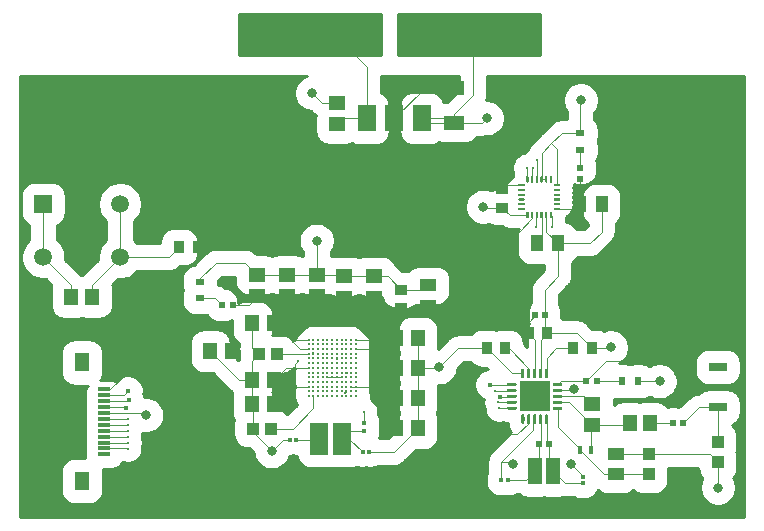
<source format=gbr>
%TF.GenerationSoftware,KiCad,Pcbnew,(5.1.6-0)*%
%TF.CreationDate,2020-10-15T16:42:25-05:00*%
%TF.ProjectId,BatBot,42617442-6f74-42e6-9b69-6361645f7063,rev?*%
%TF.SameCoordinates,Original*%
%TF.FileFunction,Copper,L1,Top*%
%TF.FilePolarity,Positive*%
%FSLAX46Y46*%
G04 Gerber Fmt 4.6, Leading zero omitted, Abs format (unit mm)*
G04 Created by KiCad (PCBNEW (5.1.6-0)) date 2020-10-15 16:42:25*
%MOMM*%
%LPD*%
G01*
G04 APERTURE LIST*
%TA.AperFunction,SMDPad,CuDef*%
%ADD10R,1.500000X2.700000*%
%TD*%
%TA.AperFunction,SMDPad,CuDef*%
%ADD11R,0.380000X0.400000*%
%TD*%
%TA.AperFunction,SMDPad,CuDef*%
%ADD12R,1.150000X2.200000*%
%TD*%
%TA.AperFunction,ComponentPad*%
%ADD13C,1.498000*%
%TD*%
%TA.AperFunction,ComponentPad*%
%ADD14R,1.498000X1.498000*%
%TD*%
%TA.AperFunction,SMDPad,CuDef*%
%ADD15R,0.560000X0.600000*%
%TD*%
%TA.AperFunction,SMDPad,CuDef*%
%ADD16R,0.600000X0.490000*%
%TD*%
%TA.AperFunction,SMDPad,CuDef*%
%ADD17R,0.940000X1.020000*%
%TD*%
%TA.AperFunction,SMDPad,CuDef*%
%ADD18R,0.490000X0.600000*%
%TD*%
%TA.AperFunction,SMDPad,CuDef*%
%ADD19R,1.200000X1.470000*%
%TD*%
%TA.AperFunction,SMDPad,CuDef*%
%ADD20R,0.450000X0.730000*%
%TD*%
%TA.AperFunction,SMDPad,CuDef*%
%ADD21R,1.470000X1.200000*%
%TD*%
%TA.AperFunction,SMDPad,CuDef*%
%ADD22R,1.080000X1.420000*%
%TD*%
%TA.AperFunction,SMDPad,CuDef*%
%ADD23R,0.980000X0.920000*%
%TD*%
%TA.AperFunction,SMDPad,CuDef*%
%ADD24R,1.000000X1.100000*%
%TD*%
%TA.AperFunction,SMDPad,CuDef*%
%ADD25R,0.540000X0.600000*%
%TD*%
%TA.AperFunction,SMDPad,CuDef*%
%ADD26R,0.400000X0.380000*%
%TD*%
%TA.AperFunction,SMDPad,CuDef*%
%ADD27R,1.380000X1.100000*%
%TD*%
%TA.AperFunction,SMDPad,CuDef*%
%ADD28R,0.590000X0.630000*%
%TD*%
%TA.AperFunction,SMDPad,CuDef*%
%ADD29R,0.920000X0.980000*%
%TD*%
%TA.AperFunction,SMDPad,CuDef*%
%ADD30R,1.000000X1.020000*%
%TD*%
%TA.AperFunction,SMDPad,CuDef*%
%ADD31R,1.190000X1.470000*%
%TD*%
%TA.AperFunction,SMDPad,CuDef*%
%ADD32R,1.420000X1.080000*%
%TD*%
%TA.AperFunction,SMDPad,CuDef*%
%ADD33R,1.470000X1.190000*%
%TD*%
%TA.AperFunction,SMDPad,CuDef*%
%ADD34R,1.820000X1.200000*%
%TD*%
%TA.AperFunction,SMDPad,CuDef*%
%ADD35R,1.600000X0.800000*%
%TD*%
%TA.AperFunction,SMDPad,CuDef*%
%ADD36R,3.800000X2.200000*%
%TD*%
%TA.AperFunction,SMDPad,CuDef*%
%ADD37R,1.500000X2.200000*%
%TD*%
%TA.AperFunction,SMDPad,CuDef*%
%ADD38R,2.500000X2.500000*%
%TD*%
%TA.AperFunction,SMDPad,CuDef*%
%ADD39C,0.220000*%
%TD*%
%TA.AperFunction,SMDPad,CuDef*%
%ADD40R,0.330200X0.406400*%
%TD*%
%TA.AperFunction,SMDPad,CuDef*%
%ADD41R,1.000001X0.299999*%
%TD*%
%TA.AperFunction,SMDPad,CuDef*%
%ADD42R,1.300000X1.649999*%
%TD*%
%TA.AperFunction,SMDPad,CuDef*%
%ADD43R,0.800000X0.600000*%
%TD*%
%TA.AperFunction,SMDPad,CuDef*%
%ADD44R,0.600000X0.800000*%
%TD*%
%TA.AperFunction,ViaPad*%
%ADD45C,0.200000*%
%TD*%
%TA.AperFunction,ViaPad*%
%ADD46C,0.800000*%
%TD*%
%TA.AperFunction,ViaPad*%
%ADD47C,0.300000*%
%TD*%
%TA.AperFunction,ViaPad*%
%ADD48C,0.400000*%
%TD*%
%TA.AperFunction,Conductor*%
%ADD49C,0.101600*%
%TD*%
%TA.AperFunction,Conductor*%
%ADD50C,0.254000*%
%TD*%
G04 APERTURE END LIST*
D10*
%TO.P,X1,1*%
%TO.N,Net-(C21-Pad2)*%
X121327001Y-111397001D03*
%TO.P,X1,2*%
%TO.N,Net-(C22-Pad2)*%
X123227001Y-111397001D03*
%TD*%
D11*
%TO.P,C21,2*%
%TO.N,Net-(C21-Pad2)*%
X119380000Y-111506000D03*
%TO.P,C21,1*%
%TO.N,GND*%
X118818000Y-111506000D03*
%TD*%
%TO.P,C22,2*%
%TO.N,Net-(C22-Pad2)*%
X125004500Y-112522000D03*
%TO.P,C22,1*%
%TO.N,GND*%
X125566500Y-112522000D03*
%TD*%
D12*
%TO.P,X2,2*%
%TO.N,Net-(C29-Pad1)*%
X139560000Y-114173000D03*
%TO.P,X2,1*%
%TO.N,Net-(C28-Pad1)*%
X141110000Y-114173000D03*
%TD*%
D13*
%TO.P,S1,4*%
%TO.N,Net-(C18-Pad2)*%
X104469000Y-96039500D03*
%TO.P,S1,2*%
%TO.N,GND*%
X97969000Y-96039500D03*
%TO.P,S1,3*%
%TO.N,Net-(C18-Pad2)*%
X104469000Y-91539500D03*
D14*
%TO.P,S1,1*%
%TO.N,GND*%
X97969000Y-91539500D03*
%TD*%
D15*
%TO.P,R7,2*%
%TO.N,Net-(C29-Pad1)*%
X139900000Y-111887000D03*
%TO.P,R7,1*%
%TO.N,Net-(C28-Pad1)*%
X140770000Y-111887000D03*
%TD*%
D16*
%TO.P,R6,2*%
%TO.N,Net-(D3-Pad1)*%
X143446500Y-88519000D03*
%TO.P,R6,1*%
%TO.N,+3V3*%
X143446500Y-89429000D03*
%TD*%
D17*
%TO.P,R5,2*%
%TO.N,Net-(R5-Pad2)*%
X142847000Y-103759000D03*
%TO.P,R5,1*%
%TO.N,GND*%
X144427000Y-103759000D03*
%TD*%
D18*
%TO.P,R4,2*%
%TO.N,+3V3*%
X143944000Y-106553000D03*
%TO.P,R4,1*%
%TO.N,Net-(D2-Pad1)*%
X144854000Y-106553000D03*
%TD*%
D17*
%TO.P,R2,2*%
%TO.N,+3V3*%
X111054000Y-95186500D03*
%TO.P,R2,1*%
%TO.N,Net-(C18-Pad2)*%
X109474000Y-95186500D03*
%TD*%
D18*
%TO.P,R1,2*%
%TO.N,+3V3*%
X113993000Y-100076000D03*
%TO.P,R1,1*%
%TO.N,Net-(D1-Pad1)*%
X113083000Y-100076000D03*
%TD*%
D19*
%TO.P,L3,2*%
%TO.N,Net-(C30-Pad2)*%
X149323000Y-110109000D03*
%TO.P,L3,1*%
%TO.N,Net-(L1-Pad2)*%
X147603000Y-110109000D03*
%TD*%
D20*
%TO.P,L2,2*%
%TO.N,Net-(L1-Pad2)*%
X144366000Y-112395000D03*
%TO.P,L2,1*%
%TO.N,Net-(C26-Pad1)*%
X143416000Y-112395000D03*
%TD*%
D21*
%TO.P,L1,2*%
%TO.N,Net-(L1-Pad2)*%
X144399000Y-110207000D03*
%TO.P,L1,1*%
%TO.N,Net-(L1-Pad1)*%
X144399000Y-108487000D03*
%TD*%
D22*
%TO.P,C34,2*%
%TO.N,GND*%
X141547500Y-94869000D03*
%TO.P,C34,1*%
%TO.N,Net-(C34-Pad1)*%
X139757500Y-94869000D03*
%TD*%
%TO.P,C33,2*%
%TO.N,+3V3*%
X143446500Y-91567000D03*
%TO.P,C33,1*%
%TO.N,GND*%
X145236500Y-91567000D03*
%TD*%
D23*
%TO.P,C32,2*%
%TO.N,+3V3*%
X136842500Y-90284000D03*
%TO.P,C32,1*%
%TO.N,GND*%
X136842500Y-91834000D03*
%TD*%
D24*
%TO.P,C31,2*%
%TO.N,Net-(ANT1-Pad1)*%
X155067000Y-111711000D03*
%TO.P,C31,1*%
%TO.N,GND*%
X155067000Y-113411000D03*
%TD*%
D25*
%TO.P,C30,2*%
%TO.N,Net-(C30-Pad2)*%
X151257000Y-110109000D03*
%TO.P,C30,1*%
%TO.N,Net-(ANT1-Pad1)*%
X152117000Y-110109000D03*
%TD*%
D11*
%TO.P,C29,2*%
%TO.N,GND*%
X136752000Y-114935000D03*
%TO.P,C29,1*%
%TO.N,Net-(C29-Pad1)*%
X137314000Y-114935000D03*
%TD*%
D26*
%TO.P,C28,2*%
%TO.N,GND*%
X143637000Y-114627000D03*
%TO.P,C28,1*%
%TO.N,Net-(C28-Pad1)*%
X143637000Y-115189000D03*
%TD*%
D27*
%TO.P,C27,2*%
%TO.N,GND*%
X146431000Y-112701000D03*
%TO.P,C27,1*%
%TO.N,Net-(C26-Pad1)*%
X146431000Y-114427000D03*
%TD*%
D24*
%TO.P,C26,2*%
%TO.N,GND*%
X149225000Y-112727000D03*
%TO.P,C26,1*%
%TO.N,Net-(C26-Pad1)*%
X149225000Y-114427000D03*
%TD*%
D28*
%TO.P,C25,2*%
%TO.N,GND*%
X140413000Y-100965000D03*
%TO.P,C25,1*%
%TO.N,+3V3*%
X139573000Y-100965000D03*
%TD*%
D29*
%TO.P,C24,2*%
%TO.N,GND*%
X140602000Y-102489000D03*
%TO.P,C24,1*%
%TO.N,+3V3*%
X139052000Y-102489000D03*
%TD*%
%TO.P,C23,2*%
%TO.N,Net-(C23-Pad2)*%
X137046000Y-103759000D03*
%TO.P,C23,1*%
%TO.N,GND*%
X135496000Y-103759000D03*
%TD*%
D30*
%TO.P,C20,2*%
%TO.N,Net-(C20-Pad2)*%
X117729000Y-104267000D03*
%TO.P,C20,1*%
%TO.N,GND*%
X116211000Y-104267000D03*
%TD*%
%TO.P,C19,2*%
%TO.N,Net-(C19-Pad2)*%
X117221000Y-110553500D03*
%TO.P,C19,1*%
%TO.N,GND*%
X115703000Y-110553500D03*
%TD*%
D31*
%TO.P,C18,2*%
%TO.N,Net-(C18-Pad2)*%
X102129000Y-99377500D03*
%TO.P,C18,1*%
%TO.N,GND*%
X100309000Y-99377500D03*
%TD*%
D32*
%TO.P,C17,2*%
%TO.N,GND*%
X130556000Y-98419000D03*
%TO.P,C17,1*%
%TO.N,+3V3*%
X130556000Y-100209000D03*
%TD*%
D23*
%TO.P,C16,2*%
%TO.N,GND*%
X128270000Y-98793000D03*
%TO.P,C16,1*%
%TO.N,+3V3*%
X128270000Y-100343000D03*
%TD*%
D31*
%TO.P,C15,2*%
%TO.N,GND*%
X129688000Y-110490000D03*
%TO.P,C15,1*%
%TO.N,+3V3*%
X127868000Y-110490000D03*
%TD*%
%TO.P,C14,2*%
%TO.N,GND*%
X129688000Y-107950000D03*
%TO.P,C14,1*%
%TO.N,+3V3*%
X127868000Y-107950000D03*
%TD*%
%TO.P,C13,2*%
%TO.N,GND*%
X129688000Y-105410000D03*
%TO.P,C13,1*%
%TO.N,+3V3*%
X127868000Y-105410000D03*
%TD*%
%TO.P,C12,2*%
%TO.N,GND*%
X129688000Y-102870000D03*
%TO.P,C12,1*%
%TO.N,+3V3*%
X127868000Y-102870000D03*
%TD*%
%TO.P,C11,2*%
%TO.N,GND*%
X115676000Y-108458000D03*
%TO.P,C11,1*%
%TO.N,+3V3*%
X117496000Y-108458000D03*
%TD*%
%TO.P,C10,2*%
%TO.N,GND*%
X115676000Y-106426000D03*
%TO.P,C10,1*%
%TO.N,+3V3*%
X117496000Y-106426000D03*
%TD*%
%TO.P,C9,2*%
%TO.N,GND*%
X112099000Y-104013000D03*
%TO.P,C9,1*%
%TO.N,+3V3*%
X113919000Y-104013000D03*
%TD*%
%TO.P,C8,2*%
%TO.N,GND*%
X115676000Y-101600000D03*
%TO.P,C8,1*%
%TO.N,+3V3*%
X117496000Y-101600000D03*
%TD*%
D33*
%TO.P,C7,2*%
%TO.N,GND*%
X125984000Y-97642000D03*
%TO.P,C7,1*%
%TO.N,+3V3*%
X125984000Y-99462000D03*
%TD*%
%TO.P,C6,2*%
%TO.N,GND*%
X123444000Y-97642000D03*
%TO.P,C6,1*%
%TO.N,+3V3*%
X123444000Y-99462000D03*
%TD*%
%TO.P,C5,2*%
%TO.N,GND*%
X121158000Y-97536000D03*
%TO.P,C5,1*%
%TO.N,+3V3*%
X121158000Y-99356000D03*
%TD*%
%TO.P,C4,2*%
%TO.N,GND*%
X118618000Y-97536000D03*
%TO.P,C4,1*%
%TO.N,+3V3*%
X118618000Y-99356000D03*
%TD*%
%TO.P,C3,2*%
%TO.N,GND*%
X116078000Y-97536000D03*
%TO.P,C3,1*%
%TO.N,+3V3*%
X116078000Y-99356000D03*
%TD*%
D34*
%TO.P,C2,2*%
%TO.N,GND*%
X132778500Y-84645500D03*
%TO.P,C2,1*%
%TO.N,+3V3*%
X132778500Y-81725500D03*
%TD*%
D33*
%TO.P,C1,2*%
%TO.N,GND*%
X122872500Y-82973500D03*
%TO.P,C1,1*%
%TO.N,Net-(C1-Pad1)*%
X122872500Y-84793500D03*
%TD*%
D35*
%TO.P,ANT1,2*%
%TO.N,N/C*%
X155067000Y-105361000D03*
%TO.P,ANT1,1*%
%TO.N,Net-(ANT1-Pad1)*%
X155067000Y-108761000D03*
%TD*%
D36*
%TO.P,U4,4*%
%TO.N,+3V3*%
X127698500Y-90589500D03*
D37*
%TO.P,U4,1*%
%TO.N,GND*%
X129998500Y-84289500D03*
%TO.P,U4,2*%
%TO.N,+3V3*%
X127698500Y-84289500D03*
%TO.P,U4,3*%
%TO.N,Net-(C1-Pad1)*%
X125398500Y-84289500D03*
%TD*%
%TO.P,U3,24*%
%TO.N,SPI1-MOSI*%
%TA.AperFunction,SMDPad,CuDef*%
G36*
G01*
X139005501Y-89725001D02*
X138905501Y-89725001D01*
G75*
G02*
X138855501Y-89675001I0J50000D01*
G01*
X138855501Y-89225001D01*
G75*
G02*
X138905501Y-89175001I50000J0D01*
G01*
X139005501Y-89175001D01*
G75*
G02*
X139055501Y-89225001I0J-50000D01*
G01*
X139055501Y-89675001D01*
G75*
G02*
X139005501Y-89725001I-50000J0D01*
G01*
G37*
%TD.AperFunction*%
%TO.P,U3,23*%
%TO.N,SPI1-SCLK*%
%TA.AperFunction,SMDPad,CuDef*%
G36*
G01*
X139405501Y-89725001D02*
X139305501Y-89725001D01*
G75*
G02*
X139255501Y-89675001I0J50000D01*
G01*
X139255501Y-89225001D01*
G75*
G02*
X139305501Y-89175001I50000J0D01*
G01*
X139405501Y-89175001D01*
G75*
G02*
X139455501Y-89225001I0J-50000D01*
G01*
X139455501Y-89675001D01*
G75*
G02*
X139405501Y-89725001I-50000J0D01*
G01*
G37*
%TD.AperFunction*%
%TO.P,U3,22*%
%TO.N,IMU_CS*%
%TA.AperFunction,SMDPad,CuDef*%
G36*
G01*
X139805501Y-89725001D02*
X139705501Y-89725001D01*
G75*
G02*
X139655501Y-89675001I0J50000D01*
G01*
X139655501Y-89225001D01*
G75*
G02*
X139705501Y-89175001I50000J0D01*
G01*
X139805501Y-89175001D01*
G75*
G02*
X139855501Y-89225001I0J-50000D01*
G01*
X139855501Y-89675001D01*
G75*
G02*
X139805501Y-89725001I-50000J0D01*
G01*
G37*
%TD.AperFunction*%
%TO.P,U3,21*%
%TO.N,GND*%
%TA.AperFunction,SMDPad,CuDef*%
G36*
G01*
X140205501Y-89725001D02*
X140105501Y-89725001D01*
G75*
G02*
X140055501Y-89675001I0J50000D01*
G01*
X140055501Y-89225001D01*
G75*
G02*
X140105501Y-89175001I50000J0D01*
G01*
X140205501Y-89175001D01*
G75*
G02*
X140255501Y-89225001I0J-50000D01*
G01*
X140255501Y-89675001D01*
G75*
G02*
X140205501Y-89725001I-50000J0D01*
G01*
G37*
%TD.AperFunction*%
%TO.P,U3,20*%
%TA.AperFunction,SMDPad,CuDef*%
G36*
G01*
X140605501Y-89725001D02*
X140505501Y-89725001D01*
G75*
G02*
X140455501Y-89675001I0J50000D01*
G01*
X140455501Y-89225001D01*
G75*
G02*
X140505501Y-89175001I50000J0D01*
G01*
X140605501Y-89175001D01*
G75*
G02*
X140655501Y-89225001I0J-50000D01*
G01*
X140655501Y-89675001D01*
G75*
G02*
X140605501Y-89725001I-50000J0D01*
G01*
G37*
%TD.AperFunction*%
%TO.P,U3,19*%
%TO.N,N/C*%
%TA.AperFunction,SMDPad,CuDef*%
G36*
G01*
X141005501Y-89725001D02*
X140905501Y-89725001D01*
G75*
G02*
X140855501Y-89675001I0J50000D01*
G01*
X140855501Y-89225001D01*
G75*
G02*
X140905501Y-89175001I50000J0D01*
G01*
X141005501Y-89175001D01*
G75*
G02*
X141055501Y-89225001I0J-50000D01*
G01*
X141055501Y-89675001D01*
G75*
G02*
X141005501Y-89725001I-50000J0D01*
G01*
G37*
%TD.AperFunction*%
%TO.P,U3,18*%
%TO.N,GND*%
%TA.AperFunction,SMDPad,CuDef*%
G36*
G01*
X141180501Y-90000001D02*
X141180501Y-89900001D01*
G75*
G02*
X141230501Y-89850001I50000J0D01*
G01*
X141680501Y-89850001D01*
G75*
G02*
X141730501Y-89900001I0J-50000D01*
G01*
X141730501Y-90000001D01*
G75*
G02*
X141680501Y-90050001I-50000J0D01*
G01*
X141230501Y-90050001D01*
G75*
G02*
X141180501Y-90000001I0J50000D01*
G01*
G37*
%TD.AperFunction*%
%TO.P,U3,17*%
%TO.N,N/C*%
%TA.AperFunction,SMDPad,CuDef*%
G36*
G01*
X141180501Y-90400001D02*
X141180501Y-90300001D01*
G75*
G02*
X141230501Y-90250001I50000J0D01*
G01*
X141680501Y-90250001D01*
G75*
G02*
X141730501Y-90300001I0J-50000D01*
G01*
X141730501Y-90400001D01*
G75*
G02*
X141680501Y-90450001I-50000J0D01*
G01*
X141230501Y-90450001D01*
G75*
G02*
X141180501Y-90400001I0J50000D01*
G01*
G37*
%TD.AperFunction*%
%TO.P,U3,16*%
%TA.AperFunction,SMDPad,CuDef*%
G36*
G01*
X141180501Y-90800001D02*
X141180501Y-90700001D01*
G75*
G02*
X141230501Y-90650001I50000J0D01*
G01*
X141680501Y-90650001D01*
G75*
G02*
X141730501Y-90700001I0J-50000D01*
G01*
X141730501Y-90800001D01*
G75*
G02*
X141680501Y-90850001I-50000J0D01*
G01*
X141230501Y-90850001D01*
G75*
G02*
X141180501Y-90800001I0J50000D01*
G01*
G37*
%TD.AperFunction*%
%TO.P,U3,15*%
%TA.AperFunction,SMDPad,CuDef*%
G36*
G01*
X141180501Y-91200001D02*
X141180501Y-91100001D01*
G75*
G02*
X141230501Y-91050001I50000J0D01*
G01*
X141680501Y-91050001D01*
G75*
G02*
X141730501Y-91100001I0J-50000D01*
G01*
X141730501Y-91200001D01*
G75*
G02*
X141680501Y-91250001I-50000J0D01*
G01*
X141230501Y-91250001D01*
G75*
G02*
X141180501Y-91200001I0J50000D01*
G01*
G37*
%TD.AperFunction*%
%TO.P,U3,14*%
%TA.AperFunction,SMDPad,CuDef*%
G36*
G01*
X141180501Y-91600001D02*
X141180501Y-91500001D01*
G75*
G02*
X141230501Y-91450001I50000J0D01*
G01*
X141680501Y-91450001D01*
G75*
G02*
X141730501Y-91500001I0J-50000D01*
G01*
X141730501Y-91600001D01*
G75*
G02*
X141680501Y-91650001I-50000J0D01*
G01*
X141230501Y-91650001D01*
G75*
G02*
X141180501Y-91600001I0J50000D01*
G01*
G37*
%TD.AperFunction*%
%TO.P,U3,13*%
%TO.N,+3V3*%
%TA.AperFunction,SMDPad,CuDef*%
G36*
G01*
X141180501Y-92000001D02*
X141180501Y-91900001D01*
G75*
G02*
X141230501Y-91850001I50000J0D01*
G01*
X141680501Y-91850001D01*
G75*
G02*
X141730501Y-91900001I0J-50000D01*
G01*
X141730501Y-92000001D01*
G75*
G02*
X141680501Y-92050001I-50000J0D01*
G01*
X141230501Y-92050001D01*
G75*
G02*
X141180501Y-92000001I0J50000D01*
G01*
G37*
%TD.AperFunction*%
%TO.P,U3,12*%
%TO.N,IMU_INT*%
%TA.AperFunction,SMDPad,CuDef*%
G36*
G01*
X141005501Y-92725001D02*
X140905501Y-92725001D01*
G75*
G02*
X140855501Y-92675001I0J50000D01*
G01*
X140855501Y-92225001D01*
G75*
G02*
X140905501Y-92175001I50000J0D01*
G01*
X141005501Y-92175001D01*
G75*
G02*
X141055501Y-92225001I0J-50000D01*
G01*
X141055501Y-92675001D01*
G75*
G02*
X141005501Y-92725001I-50000J0D01*
G01*
G37*
%TD.AperFunction*%
%TO.P,U3,11*%
%TO.N,GND*%
%TA.AperFunction,SMDPad,CuDef*%
G36*
G01*
X140605501Y-92725001D02*
X140505501Y-92725001D01*
G75*
G02*
X140455501Y-92675001I0J50000D01*
G01*
X140455501Y-92225001D01*
G75*
G02*
X140505501Y-92175001I50000J0D01*
G01*
X140605501Y-92175001D01*
G75*
G02*
X140655501Y-92225001I0J-50000D01*
G01*
X140655501Y-92675001D01*
G75*
G02*
X140605501Y-92725001I-50000J0D01*
G01*
G37*
%TD.AperFunction*%
%TO.P,U3,10*%
%TO.N,Net-(C34-Pad1)*%
%TA.AperFunction,SMDPad,CuDef*%
G36*
G01*
X140205501Y-92725001D02*
X140105501Y-92725001D01*
G75*
G02*
X140055501Y-92675001I0J50000D01*
G01*
X140055501Y-92225001D01*
G75*
G02*
X140105501Y-92175001I50000J0D01*
G01*
X140205501Y-92175001D01*
G75*
G02*
X140255501Y-92225001I0J-50000D01*
G01*
X140255501Y-92675001D01*
G75*
G02*
X140205501Y-92725001I-50000J0D01*
G01*
G37*
%TD.AperFunction*%
%TO.P,U3,9*%
%TO.N,SPI1-MISO*%
%TA.AperFunction,SMDPad,CuDef*%
G36*
G01*
X139805501Y-92725001D02*
X139705501Y-92725001D01*
G75*
G02*
X139655501Y-92675001I0J50000D01*
G01*
X139655501Y-92225001D01*
G75*
G02*
X139705501Y-92175001I50000J0D01*
G01*
X139805501Y-92175001D01*
G75*
G02*
X139855501Y-92225001I0J-50000D01*
G01*
X139855501Y-92675001D01*
G75*
G02*
X139805501Y-92725001I-50000J0D01*
G01*
G37*
%TD.AperFunction*%
%TO.P,U3,8*%
%TO.N,+3V3*%
%TA.AperFunction,SMDPad,CuDef*%
G36*
G01*
X139405501Y-92725001D02*
X139305501Y-92725001D01*
G75*
G02*
X139255501Y-92675001I0J50000D01*
G01*
X139255501Y-92225001D01*
G75*
G02*
X139305501Y-92175001I50000J0D01*
G01*
X139405501Y-92175001D01*
G75*
G02*
X139455501Y-92225001I0J-50000D01*
G01*
X139455501Y-92675001D01*
G75*
G02*
X139405501Y-92725001I-50000J0D01*
G01*
G37*
%TD.AperFunction*%
%TO.P,U3,7*%
%TO.N,GND*%
%TA.AperFunction,SMDPad,CuDef*%
G36*
G01*
X139005501Y-92725001D02*
X138905501Y-92725001D01*
G75*
G02*
X138855501Y-92675001I0J50000D01*
G01*
X138855501Y-92225001D01*
G75*
G02*
X138905501Y-92175001I50000J0D01*
G01*
X139005501Y-92175001D01*
G75*
G02*
X139055501Y-92225001I0J-50000D01*
G01*
X139055501Y-92675001D01*
G75*
G02*
X139005501Y-92725001I-50000J0D01*
G01*
G37*
%TD.AperFunction*%
%TO.P,U3,6*%
%TO.N,N/C*%
%TA.AperFunction,SMDPad,CuDef*%
G36*
G01*
X138180501Y-92000001D02*
X138180501Y-91900001D01*
G75*
G02*
X138230501Y-91850001I50000J0D01*
G01*
X138680501Y-91850001D01*
G75*
G02*
X138730501Y-91900001I0J-50000D01*
G01*
X138730501Y-92000001D01*
G75*
G02*
X138680501Y-92050001I-50000J0D01*
G01*
X138230501Y-92050001D01*
G75*
G02*
X138180501Y-92000001I0J50000D01*
G01*
G37*
%TD.AperFunction*%
%TO.P,U3,5*%
%TA.AperFunction,SMDPad,CuDef*%
G36*
G01*
X138180501Y-91600001D02*
X138180501Y-91500001D01*
G75*
G02*
X138230501Y-91450001I50000J0D01*
G01*
X138680501Y-91450001D01*
G75*
G02*
X138730501Y-91500001I0J-50000D01*
G01*
X138730501Y-91600001D01*
G75*
G02*
X138680501Y-91650001I-50000J0D01*
G01*
X138230501Y-91650001D01*
G75*
G02*
X138180501Y-91600001I0J50000D01*
G01*
G37*
%TD.AperFunction*%
%TO.P,U3,4*%
%TA.AperFunction,SMDPad,CuDef*%
G36*
G01*
X138180501Y-91200001D02*
X138180501Y-91100001D01*
G75*
G02*
X138230501Y-91050001I50000J0D01*
G01*
X138680501Y-91050001D01*
G75*
G02*
X138730501Y-91100001I0J-50000D01*
G01*
X138730501Y-91200001D01*
G75*
G02*
X138680501Y-91250001I-50000J0D01*
G01*
X138230501Y-91250001D01*
G75*
G02*
X138180501Y-91200001I0J50000D01*
G01*
G37*
%TD.AperFunction*%
%TO.P,U3,3*%
%TA.AperFunction,SMDPad,CuDef*%
G36*
G01*
X138180501Y-90800001D02*
X138180501Y-90700001D01*
G75*
G02*
X138230501Y-90650001I50000J0D01*
G01*
X138680501Y-90650001D01*
G75*
G02*
X138730501Y-90700001I0J-50000D01*
G01*
X138730501Y-90800001D01*
G75*
G02*
X138680501Y-90850001I-50000J0D01*
G01*
X138230501Y-90850001D01*
G75*
G02*
X138180501Y-90800001I0J50000D01*
G01*
G37*
%TD.AperFunction*%
%TO.P,U3,2*%
%TA.AperFunction,SMDPad,CuDef*%
G36*
G01*
X138180501Y-90400001D02*
X138180501Y-90300001D01*
G75*
G02*
X138230501Y-90250001I50000J0D01*
G01*
X138680501Y-90250001D01*
G75*
G02*
X138730501Y-90300001I0J-50000D01*
G01*
X138730501Y-90400001D01*
G75*
G02*
X138680501Y-90450001I-50000J0D01*
G01*
X138230501Y-90450001D01*
G75*
G02*
X138180501Y-90400001I0J50000D01*
G01*
G37*
%TD.AperFunction*%
%TO.P,U3,1*%
%TO.N,+3V3*%
%TA.AperFunction,SMDPad,CuDef*%
G36*
G01*
X138180501Y-90000001D02*
X138180501Y-89900001D01*
G75*
G02*
X138230501Y-89850001I50000J0D01*
G01*
X138680501Y-89850001D01*
G75*
G02*
X138730501Y-89900001I0J-50000D01*
G01*
X138730501Y-90000001D01*
G75*
G02*
X138680501Y-90050001I-50000J0D01*
G01*
X138230501Y-90050001D01*
G75*
G02*
X138180501Y-90000001I0J50000D01*
G01*
G37*
%TD.AperFunction*%
%TD*%
D38*
%TO.P,U2,21*%
%TO.N,N/C*%
X139573000Y-107823000D03*
%TO.P,U2,20*%
%TO.N,GND*%
%TA.AperFunction,SMDPad,CuDef*%
G36*
G01*
X138448000Y-106235500D02*
X138448000Y-105535500D01*
G75*
G02*
X138510500Y-105473000I62500J0D01*
G01*
X138635500Y-105473000D01*
G75*
G02*
X138698000Y-105535500I0J-62500D01*
G01*
X138698000Y-106235500D01*
G75*
G02*
X138635500Y-106298000I-62500J0D01*
G01*
X138510500Y-106298000D01*
G75*
G02*
X138448000Y-106235500I0J62500D01*
G01*
G37*
%TD.AperFunction*%
%TO.P,U2,19*%
%TO.N,Net-(C23-Pad2)*%
%TA.AperFunction,SMDPad,CuDef*%
G36*
G01*
X138948000Y-106235500D02*
X138948000Y-105535500D01*
G75*
G02*
X139010500Y-105473000I62500J0D01*
G01*
X139135500Y-105473000D01*
G75*
G02*
X139198000Y-105535500I0J-62500D01*
G01*
X139198000Y-106235500D01*
G75*
G02*
X139135500Y-106298000I-62500J0D01*
G01*
X139010500Y-106298000D01*
G75*
G02*
X138948000Y-106235500I0J62500D01*
G01*
G37*
%TD.AperFunction*%
%TO.P,U2,18*%
%TO.N,+3V3*%
%TA.AperFunction,SMDPad,CuDef*%
G36*
G01*
X139448000Y-106235500D02*
X139448000Y-105535500D01*
G75*
G02*
X139510500Y-105473000I62500J0D01*
G01*
X139635500Y-105473000D01*
G75*
G02*
X139698000Y-105535500I0J-62500D01*
G01*
X139698000Y-106235500D01*
G75*
G02*
X139635500Y-106298000I-62500J0D01*
G01*
X139510500Y-106298000D01*
G75*
G02*
X139448000Y-106235500I0J62500D01*
G01*
G37*
%TD.AperFunction*%
%TO.P,U2,17*%
%TO.N,GND*%
%TA.AperFunction,SMDPad,CuDef*%
G36*
G01*
X139948000Y-106235500D02*
X139948000Y-105535500D01*
G75*
G02*
X140010500Y-105473000I62500J0D01*
G01*
X140135500Y-105473000D01*
G75*
G02*
X140198000Y-105535500I0J-62500D01*
G01*
X140198000Y-106235500D01*
G75*
G02*
X140135500Y-106298000I-62500J0D01*
G01*
X140010500Y-106298000D01*
G75*
G02*
X139948000Y-106235500I0J62500D01*
G01*
G37*
%TD.AperFunction*%
%TO.P,U2,16*%
%TO.N,Net-(R5-Pad2)*%
%TA.AperFunction,SMDPad,CuDef*%
G36*
G01*
X140448000Y-106235500D02*
X140448000Y-105535500D01*
G75*
G02*
X140510500Y-105473000I62500J0D01*
G01*
X140635500Y-105473000D01*
G75*
G02*
X140698000Y-105535500I0J-62500D01*
G01*
X140698000Y-106235500D01*
G75*
G02*
X140635500Y-106298000I-62500J0D01*
G01*
X140510500Y-106298000D01*
G75*
G02*
X140448000Y-106235500I0J62500D01*
G01*
G37*
%TD.AperFunction*%
%TO.P,U2,15*%
%TO.N,+3V3*%
%TA.AperFunction,SMDPad,CuDef*%
G36*
G01*
X141098000Y-106885500D02*
X141098000Y-106760500D01*
G75*
G02*
X141160500Y-106698000I62500J0D01*
G01*
X141860500Y-106698000D01*
G75*
G02*
X141923000Y-106760500I0J-62500D01*
G01*
X141923000Y-106885500D01*
G75*
G02*
X141860500Y-106948000I-62500J0D01*
G01*
X141160500Y-106948000D01*
G75*
G02*
X141098000Y-106885500I0J62500D01*
G01*
G37*
%TD.AperFunction*%
%TO.P,U2,14*%
%TO.N,GND*%
%TA.AperFunction,SMDPad,CuDef*%
G36*
G01*
X141098000Y-107385500D02*
X141098000Y-107260500D01*
G75*
G02*
X141160500Y-107198000I62500J0D01*
G01*
X141860500Y-107198000D01*
G75*
G02*
X141923000Y-107260500I0J-62500D01*
G01*
X141923000Y-107385500D01*
G75*
G02*
X141860500Y-107448000I-62500J0D01*
G01*
X141160500Y-107448000D01*
G75*
G02*
X141098000Y-107385500I0J62500D01*
G01*
G37*
%TD.AperFunction*%
%TO.P,U2,13*%
%TO.N,Net-(L1-Pad1)*%
%TA.AperFunction,SMDPad,CuDef*%
G36*
G01*
X141098000Y-107885500D02*
X141098000Y-107760500D01*
G75*
G02*
X141160500Y-107698000I62500J0D01*
G01*
X141860500Y-107698000D01*
G75*
G02*
X141923000Y-107760500I0J-62500D01*
G01*
X141923000Y-107885500D01*
G75*
G02*
X141860500Y-107948000I-62500J0D01*
G01*
X141160500Y-107948000D01*
G75*
G02*
X141098000Y-107885500I0J62500D01*
G01*
G37*
%TD.AperFunction*%
%TO.P,U2,12*%
%TO.N,Net-(L1-Pad2)*%
%TA.AperFunction,SMDPad,CuDef*%
G36*
G01*
X141098000Y-108385500D02*
X141098000Y-108260500D01*
G75*
G02*
X141160500Y-108198000I62500J0D01*
G01*
X141860500Y-108198000D01*
G75*
G02*
X141923000Y-108260500I0J-62500D01*
G01*
X141923000Y-108385500D01*
G75*
G02*
X141860500Y-108448000I-62500J0D01*
G01*
X141160500Y-108448000D01*
G75*
G02*
X141098000Y-108385500I0J62500D01*
G01*
G37*
%TD.AperFunction*%
%TO.P,U2,11*%
%TO.N,Net-(C26-Pad1)*%
%TA.AperFunction,SMDPad,CuDef*%
G36*
G01*
X141098000Y-108885500D02*
X141098000Y-108760500D01*
G75*
G02*
X141160500Y-108698000I62500J0D01*
G01*
X141860500Y-108698000D01*
G75*
G02*
X141923000Y-108760500I0J-62500D01*
G01*
X141923000Y-108885500D01*
G75*
G02*
X141860500Y-108948000I-62500J0D01*
G01*
X141160500Y-108948000D01*
G75*
G02*
X141098000Y-108885500I0J62500D01*
G01*
G37*
%TD.AperFunction*%
%TO.P,U2,10*%
%TO.N,Net-(C28-Pad1)*%
%TA.AperFunction,SMDPad,CuDef*%
G36*
G01*
X140448000Y-110110500D02*
X140448000Y-109410500D01*
G75*
G02*
X140510500Y-109348000I62500J0D01*
G01*
X140635500Y-109348000D01*
G75*
G02*
X140698000Y-109410500I0J-62500D01*
G01*
X140698000Y-110110500D01*
G75*
G02*
X140635500Y-110173000I-62500J0D01*
G01*
X140510500Y-110173000D01*
G75*
G02*
X140448000Y-110110500I0J62500D01*
G01*
G37*
%TD.AperFunction*%
%TO.P,U2,9*%
%TO.N,Net-(C29-Pad1)*%
%TA.AperFunction,SMDPad,CuDef*%
G36*
G01*
X139948000Y-110110500D02*
X139948000Y-109410500D01*
G75*
G02*
X140010500Y-109348000I62500J0D01*
G01*
X140135500Y-109348000D01*
G75*
G02*
X140198000Y-109410500I0J-62500D01*
G01*
X140198000Y-110110500D01*
G75*
G02*
X140135500Y-110173000I-62500J0D01*
G01*
X140010500Y-110173000D01*
G75*
G02*
X139948000Y-110110500I0J62500D01*
G01*
G37*
%TD.AperFunction*%
%TO.P,U2,8*%
%TO.N,GND*%
%TA.AperFunction,SMDPad,CuDef*%
G36*
G01*
X139448000Y-110110500D02*
X139448000Y-109410500D01*
G75*
G02*
X139510500Y-109348000I62500J0D01*
G01*
X139635500Y-109348000D01*
G75*
G02*
X139698000Y-109410500I0J-62500D01*
G01*
X139698000Y-110110500D01*
G75*
G02*
X139635500Y-110173000I-62500J0D01*
G01*
X139510500Y-110173000D01*
G75*
G02*
X139448000Y-110110500I0J62500D01*
G01*
G37*
%TD.AperFunction*%
%TO.P,U2,7*%
%TO.N,+3V3*%
%TA.AperFunction,SMDPad,CuDef*%
G36*
G01*
X138948000Y-110110500D02*
X138948000Y-109410500D01*
G75*
G02*
X139010500Y-109348000I62500J0D01*
G01*
X139135500Y-109348000D01*
G75*
G02*
X139198000Y-109410500I0J-62500D01*
G01*
X139198000Y-110110500D01*
G75*
G02*
X139135500Y-110173000I-62500J0D01*
G01*
X139010500Y-110173000D01*
G75*
G02*
X138948000Y-110110500I0J62500D01*
G01*
G37*
%TD.AperFunction*%
%TO.P,U2,6*%
%TO.N,NRF-IRQ*%
%TA.AperFunction,SMDPad,CuDef*%
G36*
G01*
X138448000Y-110110500D02*
X138448000Y-109410500D01*
G75*
G02*
X138510500Y-109348000I62500J0D01*
G01*
X138635500Y-109348000D01*
G75*
G02*
X138698000Y-109410500I0J-62500D01*
G01*
X138698000Y-110110500D01*
G75*
G02*
X138635500Y-110173000I-62500J0D01*
G01*
X138510500Y-110173000D01*
G75*
G02*
X138448000Y-110110500I0J62500D01*
G01*
G37*
%TD.AperFunction*%
%TO.P,U2,5*%
%TO.N,SPI1-MISO*%
%TA.AperFunction,SMDPad,CuDef*%
G36*
G01*
X137223000Y-108885500D02*
X137223000Y-108760500D01*
G75*
G02*
X137285500Y-108698000I62500J0D01*
G01*
X137985500Y-108698000D01*
G75*
G02*
X138048000Y-108760500I0J-62500D01*
G01*
X138048000Y-108885500D01*
G75*
G02*
X137985500Y-108948000I-62500J0D01*
G01*
X137285500Y-108948000D01*
G75*
G02*
X137223000Y-108885500I0J62500D01*
G01*
G37*
%TD.AperFunction*%
%TO.P,U2,4*%
%TO.N,SPI1-MOSI*%
%TA.AperFunction,SMDPad,CuDef*%
G36*
G01*
X137223000Y-108385500D02*
X137223000Y-108260500D01*
G75*
G02*
X137285500Y-108198000I62500J0D01*
G01*
X137985500Y-108198000D01*
G75*
G02*
X138048000Y-108260500I0J-62500D01*
G01*
X138048000Y-108385500D01*
G75*
G02*
X137985500Y-108448000I-62500J0D01*
G01*
X137285500Y-108448000D01*
G75*
G02*
X137223000Y-108385500I0J62500D01*
G01*
G37*
%TD.AperFunction*%
%TO.P,U2,3*%
%TO.N,SPI1-SCLK*%
%TA.AperFunction,SMDPad,CuDef*%
G36*
G01*
X137223000Y-107885500D02*
X137223000Y-107760500D01*
G75*
G02*
X137285500Y-107698000I62500J0D01*
G01*
X137985500Y-107698000D01*
G75*
G02*
X138048000Y-107760500I0J-62500D01*
G01*
X138048000Y-107885500D01*
G75*
G02*
X137985500Y-107948000I-62500J0D01*
G01*
X137285500Y-107948000D01*
G75*
G02*
X137223000Y-107885500I0J62500D01*
G01*
G37*
%TD.AperFunction*%
%TO.P,U2,2*%
%TO.N,NRF_CS*%
%TA.AperFunction,SMDPad,CuDef*%
G36*
G01*
X137223000Y-107385500D02*
X137223000Y-107260500D01*
G75*
G02*
X137285500Y-107198000I62500J0D01*
G01*
X137985500Y-107198000D01*
G75*
G02*
X138048000Y-107260500I0J-62500D01*
G01*
X138048000Y-107385500D01*
G75*
G02*
X137985500Y-107448000I-62500J0D01*
G01*
X137285500Y-107448000D01*
G75*
G02*
X137223000Y-107385500I0J62500D01*
G01*
G37*
%TD.AperFunction*%
%TO.P,U2,1*%
%TO.N,NRF_CE*%
%TA.AperFunction,SMDPad,CuDef*%
G36*
G01*
X137223000Y-106885500D02*
X137223000Y-106760500D01*
G75*
G02*
X137285500Y-106698000I62500J0D01*
G01*
X137985500Y-106698000D01*
G75*
G02*
X138048000Y-106760500I0J-62500D01*
G01*
X138048000Y-106885500D01*
G75*
G02*
X137985500Y-106948000I-62500J0D01*
G01*
X137285500Y-106948000D01*
G75*
G02*
X137223000Y-106885500I0J62500D01*
G01*
G37*
%TD.AperFunction*%
%TD*%
D39*
%TO.P,U1,N11*%
%TO.N,GND*%
X124428000Y-107810000D03*
%TO.P,U1,N10*%
%TO.N,SPI1-MISO*%
X124028000Y-107810000D03*
%TO.P,U1,N9*%
%TO.N,Net-(U1-PadN9)*%
X123628000Y-107810000D03*
%TO.P,U1,N8*%
%TO.N,Net-(U1-PadN8)*%
X123228000Y-107810000D03*
%TO.P,U1,N7*%
%TO.N,Net-(U1-PadN7)*%
X122828000Y-107810000D03*
%TO.P,U1,N6*%
%TO.N,Net-(U1-PadN6)*%
X122428000Y-107810000D03*
%TO.P,U1,N5*%
%TO.N,Net-(U1-PadN5)*%
X122028000Y-107810000D03*
%TO.P,U1,N4*%
%TO.N,Net-(U1-PadN4)*%
X121628000Y-107810000D03*
%TO.P,U1,N3*%
%TO.N,Net-(U1-PadN3)*%
X121228000Y-107810000D03*
%TO.P,U1,N2*%
%TO.N,Net-(C19-Pad2)*%
X120828000Y-107810000D03*
%TO.P,U1,N1*%
%TO.N,Net-(U1-PadN1)*%
X120428000Y-107810000D03*
%TO.P,U1,M11*%
%TO.N,Net-(U1-PadM11)*%
X124428000Y-107410000D03*
%TO.P,U1,M10*%
%TO.N,Net-(U1-PadM10)*%
X124028000Y-107410000D03*
%TO.P,U1,M9*%
%TO.N,SPI1-SCLK*%
X123628000Y-107410000D03*
%TO.P,U1,M8*%
%TO.N,Net-(U1-PadM8)*%
X123228000Y-107410000D03*
%TO.P,U1,M7*%
%TO.N,Net-(U1-PadM7)*%
X122828000Y-107410000D03*
%TO.P,U1,M6*%
%TO.N,Net-(U1-PadM6)*%
X122428000Y-107410000D03*
%TO.P,U1,M5*%
%TO.N,Net-(U1-PadM5)*%
X122028000Y-107410000D03*
%TO.P,U1,M4*%
%TO.N,Net-(U1-PadM4)*%
X121628000Y-107410000D03*
%TO.P,U1,M3*%
%TO.N,Net-(U1-PadM3)*%
X121228000Y-107410000D03*
%TO.P,U1,M2*%
%TO.N,Net-(U1-PadM2)*%
X120828000Y-107410000D03*
%TO.P,U1,M1*%
%TO.N,Net-(U1-PadM1)*%
X120428000Y-107410000D03*
%TO.P,U1,L11*%
%TO.N,+3V3*%
X124428000Y-107010000D03*
%TO.P,U1,L10*%
X124028000Y-107010000D03*
%TO.P,U1,L9*%
%TO.N,Net-(U1-PadL9)*%
X123628000Y-107010000D03*
%TO.P,U1,L8*%
%TO.N,SPI1-MOSI*%
X123228000Y-107010000D03*
%TO.P,U1,L7*%
%TO.N,Net-(U1-PadL7)*%
X122828000Y-107010000D03*
%TO.P,U1,L6*%
%TO.N,Net-(U1-PadL6)*%
X122428000Y-107010000D03*
%TO.P,U1,L5*%
%TO.N,Net-(U1-PadL5)*%
X122028000Y-107010000D03*
%TO.P,U1,L4*%
%TO.N,Net-(U1-PadL4)*%
X121628000Y-107010000D03*
%TO.P,U1,L3*%
%TO.N,Net-(U1-PadL3)*%
X121228000Y-107010000D03*
%TO.P,U1,L2*%
%TO.N,Net-(U1-PadL2)*%
X120828000Y-107010000D03*
%TO.P,U1,L1*%
%TO.N,+3V3*%
X120428000Y-107010000D03*
%TO.P,U1,K11*%
%TO.N,Net-(U1-PadK11)*%
X124428000Y-106610000D03*
%TO.P,U1,K10*%
%TO.N,GND*%
X124028000Y-106610000D03*
%TO.P,U1,K9*%
%TO.N,Net-(U1-PadK9)*%
X123628000Y-106610000D03*
%TO.P,U1,K8*%
%TO.N,Net-(U1-PadK8)*%
X123228000Y-106610000D03*
%TO.P,U1,K7*%
%TO.N,Net-(U1-PadK7)*%
X122828000Y-106610000D03*
%TO.P,U1,K6*%
%TO.N,Net-(U1-PadK6)*%
X122428000Y-106610000D03*
%TO.P,U1,K5*%
%TO.N,Net-(U1-PadK5)*%
X122028000Y-106610000D03*
%TO.P,U1,K4*%
%TO.N,Net-(U1-PadK4)*%
X121628000Y-106610000D03*
%TO.P,U1,K3*%
%TO.N,Net-(U1-PadK3)*%
X121228000Y-106610000D03*
%TO.P,U1,K2*%
%TO.N,Net-(U1-PadK2)*%
X120828000Y-106610000D03*
%TO.P,U1,K1*%
%TO.N,Net-(U1-PadK1)*%
X120428000Y-106610000D03*
%TO.P,U1,J11*%
%TO.N,Net-(C21-Pad2)*%
X124428000Y-106210000D03*
%TO.P,U1,J10*%
%TO.N,Net-(U1-PadJ10)*%
X124028000Y-106210000D03*
%TO.P,U1,J9*%
%TO.N,Net-(U1-PadJ9)*%
X123628000Y-106210000D03*
%TO.P,U1,J8*%
%TO.N,+3V3*%
X123228000Y-106210000D03*
%TO.P,U1,J7*%
X122828000Y-106210000D03*
%TO.P,U1,J6*%
X122428000Y-106210000D03*
%TO.P,U1,J5*%
X122028000Y-106210000D03*
%TO.P,U1,J4*%
%TO.N,Net-(U1-PadJ4)*%
X121628000Y-106210000D03*
%TO.P,U1,J3*%
%TO.N,Net-(U1-PadJ3)*%
X121228000Y-106210000D03*
%TO.P,U1,J2*%
%TO.N,Net-(U1-PadJ2)*%
X120828000Y-106210000D03*
%TO.P,U1,J1*%
%TO.N,Net-(U1-PadJ1)*%
X120428000Y-106210000D03*
%TO.P,U1,H11*%
%TO.N,Net-(U1-PadH11)*%
X124428000Y-105810000D03*
%TO.P,U1,H10*%
%TO.N,Net-(R3-Pad2)*%
X124028000Y-105810000D03*
%TO.P,U1,H9*%
%TO.N,Net-(C18-Pad2)*%
X123628000Y-105810000D03*
%TO.P,U1,H8*%
%TO.N,Net-(U1-PadH8)*%
X123228000Y-105810000D03*
%TO.P,U1,H7*%
%TO.N,GND*%
X122828000Y-105810000D03*
%TO.P,U1,H6*%
%TO.N,Net-(U1-PadH6)*%
X122428000Y-105810000D03*
%TO.P,U1,H5*%
%TO.N,Net-(U1-PadH5)*%
X122028000Y-105810000D03*
%TO.P,U1,H4*%
%TO.N,Net-(U1-PadH4)*%
X121628000Y-105810000D03*
%TO.P,U1,H3*%
%TO.N,GND*%
X121228000Y-105810000D03*
%TO.P,U1,H2*%
X120828000Y-105810000D03*
%TO.P,U1,H1*%
%TO.N,Net-(U1-PadH1)*%
X120428000Y-105810000D03*
%TO.P,U1,G11*%
%TO.N,Net-(U1-PadG11)*%
X124428000Y-105410000D03*
%TO.P,U1,G10*%
%TO.N,Net-(U1-PadG10)*%
X124028000Y-105410000D03*
%TO.P,U1,G9*%
%TO.N,Net-(U1-PadG9)*%
X123628000Y-105410000D03*
%TO.P,U1,G8*%
%TO.N,Net-(U1-PadG8)*%
X123228000Y-105410000D03*
%TO.P,U1,G7*%
%TO.N,+3V3*%
X122828000Y-105410000D03*
%TO.P,U1,G6*%
%TO.N,Net-(U1-PadG6)*%
X122428000Y-105410000D03*
%TO.P,U1,G5*%
%TO.N,Net-(U1-PadG5)*%
X122028000Y-105410000D03*
%TO.P,U1,G4*%
%TO.N,Net-(U1-PadG4)*%
X121628000Y-105410000D03*
%TO.P,U1,G3*%
%TO.N,Net-(U1-PadG3)*%
X121228000Y-105410000D03*
%TO.P,U1,G2*%
%TO.N,Net-(U1-PadG2)*%
X120828000Y-105410000D03*
%TO.P,U1,G1*%
%TO.N,+3V3*%
X120428000Y-105410000D03*
%TO.P,U1,F11*%
%TO.N,Net-(U1-PadF11)*%
X124428000Y-105010000D03*
%TO.P,U1,F10*%
%TO.N,Net-(U1-PadF10)*%
X124028000Y-105010000D03*
%TO.P,U1,F9*%
%TO.N,Net-(U1-PadF9)*%
X123628000Y-105010000D03*
%TO.P,U1,F8*%
%TO.N,Net-(U1-PadF8)*%
X123228000Y-105010000D03*
%TO.P,U1,F7*%
%TO.N,Net-(U1-PadF7)*%
X122828000Y-105010000D03*
%TO.P,U1,F6*%
%TO.N,Net-(U1-PadF6)*%
X122428000Y-105010000D03*
%TO.P,U1,F5*%
%TO.N,GND*%
X122028000Y-105010000D03*
%TO.P,U1,F4*%
%TO.N,Net-(U1-PadF4)*%
X121628000Y-105010000D03*
%TO.P,U1,F3*%
%TO.N,Net-(U1-PadF3)*%
X121228000Y-105010000D03*
%TO.P,U1,F2*%
%TO.N,Net-(U1-PadF2)*%
X120828000Y-105010000D03*
%TO.P,U1,F1*%
%TO.N,USART1-CK*%
X120428000Y-105010000D03*
%TO.P,U1,E11*%
%TO.N,Net-(U1-PadE11)*%
X124428000Y-104610000D03*
%TO.P,U1,E10*%
%TO.N,+3V3*%
X124028000Y-104610000D03*
%TO.P,U1,E9*%
%TO.N,Net-(U1-PadE9)*%
X123628000Y-104610000D03*
%TO.P,U1,E8*%
%TO.N,Net-(U1-PadE8)*%
X123228000Y-104610000D03*
%TO.P,U1,E7*%
%TO.N,GND*%
X122828000Y-104610000D03*
%TO.P,U1,E6*%
%TO.N,+3V3*%
X122428000Y-104610000D03*
%TO.P,U1,E5*%
%TO.N,Net-(U1-PadE5)*%
X122028000Y-104610000D03*
%TO.P,U1,E4*%
%TO.N,Net-(U1-PadE4)*%
X121628000Y-104610000D03*
%TO.P,U1,E3*%
%TO.N,Net-(U1-PadE3)*%
X121228000Y-104610000D03*
%TO.P,U1,E2*%
%TO.N,USART1-TX*%
X120828000Y-104610000D03*
%TO.P,U1,E1*%
%TO.N,USART1-RTS*%
X120428000Y-104610000D03*
%TO.P,U1,D11*%
%TO.N,Net-(U1-PadD11)*%
X124428000Y-104210000D03*
%TO.P,U1,D10*%
%TO.N,Net-(U1-PadD10)*%
X124028000Y-104210000D03*
%TO.P,U1,D9*%
%TO.N,Net-(U1-PadD9)*%
X123628000Y-104210000D03*
%TO.P,U1,D8*%
%TO.N,Net-(U1-PadD8)*%
X123228000Y-104210000D03*
%TO.P,U1,D7*%
%TO.N,+3V3*%
X122828000Y-104210000D03*
%TO.P,U1,D6*%
%TO.N,Net-(U1-PadD6)*%
X122428000Y-104210000D03*
%TO.P,U1,D5*%
%TO.N,USART1-RX*%
X122028000Y-104210000D03*
%TO.P,U1,D4*%
%TO.N,USART1-CTS*%
X121628000Y-104210000D03*
%TO.P,U1,D3*%
%TO.N,JTMS-SWDIO*%
X121228000Y-104210000D03*
%TO.P,U1,D2*%
%TO.N,GND*%
X120828000Y-104210000D03*
%TO.P,U1,D1*%
%TO.N,Net-(C20-Pad2)*%
X120428000Y-104210000D03*
%TO.P,U1,C11*%
%TO.N,+3V3*%
X124428000Y-103810000D03*
%TO.P,U1,C10*%
%TO.N,Net-(U1-PadC10)*%
X124028000Y-103810000D03*
%TO.P,U1,C9*%
%TO.N,GND*%
X123628000Y-103810000D03*
%TO.P,U1,C8*%
%TO.N,Net-(U1-PadC8)*%
X123228000Y-103810000D03*
%TO.P,U1,C7*%
%TO.N,NJTRST*%
X122828000Y-103810000D03*
%TO.P,U1,C6*%
%TO.N,Net-(U1-PadC6)*%
X122428000Y-103810000D03*
%TO.P,U1,C5*%
%TO.N,+3V3*%
X122028000Y-103810000D03*
%TO.P,U1,C4*%
%TO.N,IMU_INT*%
X121628000Y-103810000D03*
%TO.P,U1,C3*%
%TO.N,Net-(U1-PadC3)*%
X121228000Y-103810000D03*
%TO.P,U1,C2*%
%TO.N,JTCK-SWCLK*%
X120828000Y-103810000D03*
%TO.P,U1,C1*%
%TO.N,+3V3*%
X120428000Y-103810000D03*
%TO.P,U1,B11*%
%TO.N,Net-(U1-PadB11)*%
X124428000Y-103410000D03*
%TO.P,U1,B10*%
%TO.N,Net-(U1-PadB10)*%
X124028000Y-103410000D03*
%TO.P,U1,B9*%
%TO.N,Net-(U1-PadB9)*%
X123628000Y-103410000D03*
%TO.P,U1,B8*%
%TO.N,Net-(U1-PadB8)*%
X123228000Y-103410000D03*
%TO.P,U1,B7*%
%TO.N,JTDO-SWO*%
X122828000Y-103410000D03*
%TO.P,U1,B6*%
%TO.N,Net-(U1-PadB6)*%
X122428000Y-103410000D03*
%TO.P,U1,B5*%
%TO.N,NRF-IRQ*%
X122028000Y-103410000D03*
%TO.P,U1,B4*%
%TO.N,NRF_CE*%
X121628000Y-103410000D03*
%TO.P,U1,B3*%
%TO.N,IMU_CS*%
X121228000Y-103410000D03*
%TO.P,U1,B2*%
%TO.N,Net-(U1-PadB2)*%
X120828000Y-103410000D03*
%TO.P,U1,B1*%
%TO.N,JTCK-SWCLK*%
X120428000Y-103410000D03*
%TO.P,U1,A11*%
%TO.N,+3V3*%
X124428000Y-103010000D03*
%TO.P,U1,A10*%
%TO.N,Net-(U1-PadA10)*%
X124028000Y-103010000D03*
%TO.P,U1,A9*%
%TO.N,Net-(U1-PadA9)*%
X123628000Y-103010000D03*
%TO.P,U1,A8*%
%TO.N,Net-(U1-PadA8)*%
X123228000Y-103010000D03*
%TO.P,U1,A7*%
%TO.N,Net-(U1-PadA7)*%
X122828000Y-103010000D03*
%TO.P,U1,A6*%
%TO.N,Net-(U1-PadA6)*%
X122428000Y-103010000D03*
%TO.P,U1,A5*%
%TO.N,Net-(U1-PadA5)*%
X122028000Y-103010000D03*
%TO.P,U1,A4*%
%TO.N,Net-(U1-PadA4)*%
X121628000Y-103010000D03*
%TO.P,U1,A3*%
%TO.N,NRF_CS*%
X121228000Y-103010000D03*
%TO.P,U1,A2*%
%TO.N,Net-(U1-PadA2)*%
X120828000Y-103010000D03*
%TO.P,U1,A1*%
%TO.N,+3V3*%
X120428000Y-103010000D03*
%TD*%
D40*
%TO.P,R3,2*%
%TO.N,Net-(R3-Pad2)*%
X125158500Y-110109000D03*
%TO.P,R3,1*%
%TO.N,Net-(C22-Pad2)*%
X125158500Y-110744000D03*
%TD*%
D41*
%TO.P,J1,12*%
%TO.N,Net-(J1-Pad12)*%
X103134201Y-112731997D03*
%TO.P,J1,11*%
%TO.N,JTCK-SWCLK*%
X103134201Y-112231998D03*
%TO.P,J1,9*%
%TO.N,NJTRST*%
X103134201Y-111231998D03*
%TO.P,J1,10*%
%TO.N,JTDO-SWO*%
X103134201Y-111731996D03*
%TO.P,J1,1*%
%TO.N,+3V3*%
X103134201Y-107231995D03*
%TO.P,J1,2*%
%TO.N,JTCK-SWCLK*%
X103134201Y-107731997D03*
%TO.P,J1,4*%
%TO.N,USART1-CTS*%
X103134201Y-108731997D03*
%TO.P,J1,3*%
%TO.N,JTMS-SWDIO*%
X103134201Y-108231996D03*
D42*
%TO.P,J1,MP2*%
%TO.N,Net-(J1-PadMP2)*%
X101234202Y-115006999D03*
%TO.P,J1,MP1*%
%TO.N,Net-(J1-PadMP1)*%
X101234202Y-104956996D03*
D41*
%TO.P,J1,5*%
%TO.N,GND*%
X103134201Y-109231996D03*
%TO.P,J1,6*%
%TO.N,USART1-RX*%
X103134201Y-109731998D03*
%TO.P,J1,8*%
%TO.N,USART1-CK*%
X103134201Y-110731999D03*
%TO.P,J1,7*%
%TO.N,USART1-TX*%
X103134201Y-110231997D03*
%TD*%
D43*
%TO.P,D3,1*%
%TO.N,Net-(D3-Pad1)*%
X143446500Y-86933000D03*
%TO.P,D3,2*%
%TO.N,GND*%
X143446500Y-85533000D03*
%TD*%
D44*
%TO.P,D2,1*%
%TO.N,Net-(D2-Pad1)*%
X146939000Y-106553000D03*
%TO.P,D2,2*%
%TO.N,GND*%
X148339000Y-106553000D03*
%TD*%
D43*
%TO.P,D1,1*%
%TO.N,Net-(D1-Pad1)*%
X111252000Y-99506000D03*
%TO.P,D1,2*%
%TO.N,GND*%
X111252000Y-98106000D03*
%TD*%
D45*
%TO.N,GND*%
X122021600Y-105003600D03*
D46*
X117297200Y-112471200D03*
D47*
X122834400Y-104622600D03*
D46*
X120751600Y-82143600D03*
X135509000Y-84277200D03*
D47*
X120827800Y-104190800D03*
X122834400Y-105816400D03*
D46*
X121107200Y-94640400D03*
X131495800Y-105359200D03*
X155092400Y-115544600D03*
X142621000Y-113512600D03*
X142875000Y-107188000D03*
X145999200Y-103682800D03*
X150139400Y-106553000D03*
X137769600Y-113538000D03*
X135204200Y-91770200D03*
D47*
X124434600Y-107823000D03*
D46*
X143484600Y-82753200D03*
X106680000Y-109410500D03*
D47*
X123634500Y-103822500D03*
D45*
X120828000Y-105810000D03*
D47*
X121234200Y-105816400D03*
D45*
X124028199Y-106603800D03*
%TO.N,+3V3*%
X123228000Y-106210000D03*
X124028000Y-107010000D03*
X122021600Y-103809800D03*
X122428000Y-104610000D03*
X122828000Y-104210000D03*
X124028000Y-104610000D03*
X122828000Y-105410000D03*
X122828000Y-105410000D03*
X122028000Y-106210000D03*
X119532400Y-104825800D03*
X119098400Y-103202400D03*
%TO.N,Net-(C18-Pad2)*%
X123647200Y-105816400D03*
X109474000Y-95186500D03*
%TO.N,Net-(C21-Pad2)*%
X124409200Y-106222800D03*
D48*
X121327001Y-111397001D03*
D45*
%TO.N,USART1-TX*%
X105130600Y-110286800D03*
X120828000Y-104610000D03*
%TO.N,USART1-CK*%
X105130600Y-110744000D03*
X120428000Y-105010000D03*
%TO.N,USART1-RX*%
X105156000Y-109753400D03*
X122028000Y-104210000D03*
%TO.N,JTMS-SWDIO*%
X121228000Y-104210000D03*
D48*
X105181400Y-108127800D03*
D45*
%TO.N,USART1-CTS*%
X121628000Y-104210000D03*
D48*
X105003600Y-108788200D03*
D45*
%TO.N,JTCK-SWCLK*%
X120428000Y-103410000D03*
X105130600Y-112242600D03*
X120828000Y-103810000D03*
D48*
X105130600Y-107365800D03*
D45*
%TO.N,JTDO-SWO*%
X105156000Y-111734600D03*
X122828000Y-103410000D03*
%TO.N,NJTRST*%
X105130600Y-111226600D03*
X122828000Y-103810000D03*
%TO.N,Net-(R3-Pad2)*%
X125120400Y-109143800D03*
X124028000Y-105810000D03*
%TO.N,SPI1-MISO*%
X136575800Y-108839000D03*
X124028000Y-107810000D03*
D47*
X139674600Y-93472000D03*
D45*
%TO.N,SPI1-SCLK*%
X123523624Y-107514776D03*
D48*
X136626600Y-107873800D03*
D47*
X139420600Y-88493600D03*
D45*
%TO.N,SPI1-MOSI*%
X136448800Y-108305600D03*
D47*
X138938000Y-88468200D03*
D45*
X123228000Y-107010000D03*
%TO.N,IMU_INT*%
X121640600Y-103809800D03*
X141046200Y-93472000D03*
%TO.N,NRF_CE*%
X121628000Y-103410000D03*
D48*
X135763000Y-106832400D03*
D45*
%TO.N,IMU_CS*%
X121234200Y-103428800D03*
X139750800Y-87807800D03*
%TO.N,NRF_CS*%
X121234200Y-103022400D03*
X136220200Y-107340400D03*
D48*
%TO.N,NRF-IRQ*%
X138582400Y-109753400D03*
D45*
X122021600Y-103403400D03*
%TD*%
D49*
%TO.N,Net-(ANT1-Pad1)*%
X155067000Y-111711000D02*
X155067000Y-108761000D01*
X153465000Y-108761000D02*
X152117000Y-110109000D01*
X155067000Y-108761000D02*
X153465000Y-108761000D01*
%TO.N,GND*%
X143637000Y-114627000D02*
X143637000Y-114554000D01*
X122028000Y-105010000D02*
X122021600Y-105003600D01*
X115703000Y-110877000D02*
X117297200Y-112471200D01*
X115703000Y-110553500D02*
X115703000Y-110877000D01*
X118262400Y-111506000D02*
X117297200Y-112471200D01*
X118818000Y-111506000D02*
X118262400Y-111506000D01*
X122828000Y-104616200D02*
X122834400Y-104622600D01*
X122828000Y-104610000D02*
X122828000Y-104616200D01*
X121581500Y-82973500D02*
X120751600Y-82143600D01*
X122872500Y-82973500D02*
X121581500Y-82973500D01*
X130354500Y-84645500D02*
X129998500Y-84289500D01*
X132778500Y-84645500D02*
X130354500Y-84645500D01*
X135140700Y-84645500D02*
X135509000Y-84277200D01*
X132778500Y-84645500D02*
X135140700Y-84645500D01*
X120828000Y-104191000D02*
X120827800Y-104190800D01*
X120828000Y-104210000D02*
X120828000Y-104191000D01*
X122828000Y-105810000D02*
X122834400Y-105816400D01*
X115676000Y-106426000D02*
X115676000Y-108458000D01*
X129688000Y-107950000D02*
X129688000Y-105410000D01*
X129688000Y-107950000D02*
X129688000Y-110490000D01*
X129688000Y-105410000D02*
X129688000Y-102870000D01*
X115703000Y-108485000D02*
X115676000Y-108458000D01*
X115703000Y-110553500D02*
X115703000Y-108485000D01*
X115676000Y-104802000D02*
X116211000Y-104267000D01*
X115676000Y-106426000D02*
X115676000Y-104802000D01*
X114512000Y-106426000D02*
X115676000Y-106426000D01*
X112099000Y-104013000D02*
X114512000Y-106426000D01*
X115676000Y-103732000D02*
X116211000Y-104267000D01*
X115676000Y-101600000D02*
X115676000Y-103732000D01*
X116078000Y-97536000D02*
X118618000Y-97536000D01*
X118618000Y-97536000D02*
X121158000Y-97536000D01*
X123338000Y-97536000D02*
X123444000Y-97642000D01*
X121158000Y-97536000D02*
X123338000Y-97536000D01*
X123444000Y-97642000D02*
X125984000Y-97642000D01*
X121158000Y-94691200D02*
X121107200Y-94640400D01*
X121158000Y-97536000D02*
X121158000Y-94691200D01*
X127119000Y-97642000D02*
X128270000Y-98793000D01*
X125984000Y-97642000D02*
X127119000Y-97642000D01*
X130182000Y-98793000D02*
X130556000Y-98419000D01*
X128270000Y-98793000D02*
X130182000Y-98793000D01*
X131445000Y-105410000D02*
X131495800Y-105359200D01*
X129688000Y-105410000D02*
X131445000Y-105410000D01*
X133096000Y-103759000D02*
X131495800Y-105359200D01*
X135496000Y-103759000D02*
X133096000Y-103759000D01*
X137622500Y-105885500D02*
X138573000Y-105885500D01*
X135496000Y-103759000D02*
X137622500Y-105885500D01*
X140073000Y-103018000D02*
X140602000Y-102489000D01*
X140073000Y-105885500D02*
X140073000Y-103018000D01*
X140413000Y-102300000D02*
X140602000Y-102489000D01*
X140413000Y-100965000D02*
X140413000Y-102300000D01*
X143157000Y-102489000D02*
X140602000Y-102489000D01*
X144427000Y-103759000D02*
X143157000Y-102489000D01*
X149199000Y-112701000D02*
X149225000Y-112727000D01*
X146431000Y-112701000D02*
X149199000Y-112701000D01*
X154383000Y-112727000D02*
X155067000Y-113411000D01*
X149225000Y-112727000D02*
X154383000Y-112727000D01*
X155067000Y-115519200D02*
X155092400Y-115544600D01*
X155067000Y-113411000D02*
X155067000Y-115519200D01*
X143637000Y-114528600D02*
X142621000Y-113512600D01*
X143637000Y-114627000D02*
X143637000Y-114528600D01*
X142740000Y-107323000D02*
X142875000Y-107188000D01*
X141510500Y-107323000D02*
X142740000Y-107323000D01*
X139419999Y-109913501D02*
X139419999Y-110693801D01*
X139573000Y-109760500D02*
X139419999Y-109913501D01*
X136752000Y-113361800D02*
X136752000Y-114935000D01*
X139419999Y-110693801D02*
X136752000Y-113361800D01*
X145923000Y-103759000D02*
X145999200Y-103682800D01*
X144427000Y-103759000D02*
X145923000Y-103759000D01*
X148339000Y-106553000D02*
X150139400Y-106553000D01*
X137593400Y-113361800D02*
X137769600Y-113538000D01*
X136752000Y-113361800D02*
X137593400Y-113361800D01*
X140413000Y-100965000D02*
X140413000Y-98778800D01*
X141547500Y-97644300D02*
X141547500Y-94869000D01*
X140413000Y-98778800D02*
X141547500Y-97644300D01*
X140555501Y-93877001D02*
X141547500Y-94869000D01*
X140555501Y-92450001D02*
X140555501Y-93877001D01*
X137458501Y-92450001D02*
X136842500Y-91834000D01*
X138955501Y-92450001D02*
X137458501Y-92450001D01*
X135268000Y-91834000D02*
X135204200Y-91770200D01*
X136842500Y-91834000D02*
X135268000Y-91834000D01*
X144246600Y-94869000D02*
X141547500Y-94869000D01*
X145236500Y-93879100D02*
X144246600Y-94869000D01*
X145236500Y-91567000D02*
X145236500Y-93879100D01*
X140155501Y-89450001D02*
X140155501Y-87225299D01*
X141847800Y-85533000D02*
X143446500Y-85533000D01*
X141455501Y-86870901D02*
X140982700Y-86398100D01*
X141455501Y-89950001D02*
X141455501Y-86870901D01*
X140982700Y-86398100D02*
X141847800Y-85533000D01*
X140155501Y-87225299D02*
X140982700Y-86398100D01*
X127656000Y-112522000D02*
X129688000Y-110490000D01*
X125566500Y-112522000D02*
X127656000Y-112522000D01*
X97969000Y-96039500D02*
X97969000Y-91539500D01*
X100309000Y-98379500D02*
X97969000Y-96039500D01*
X100309000Y-99377500D02*
X100309000Y-98379500D01*
X111252000Y-98106000D02*
X111252000Y-97840800D01*
X111252000Y-97840800D02*
X112572800Y-96520000D01*
X115062000Y-96520000D02*
X116078000Y-97536000D01*
X112572800Y-96520000D02*
X115062000Y-96520000D01*
X124428000Y-107816400D02*
X124434600Y-107823000D01*
X124428000Y-107810000D02*
X124428000Y-107816400D01*
X103722397Y-109220000D02*
X106324400Y-109220000D01*
X103710401Y-109231996D02*
X103722397Y-109220000D01*
X103134201Y-109231996D02*
X103710401Y-109231996D01*
X140155501Y-89450001D02*
X140555501Y-89450001D01*
X143446500Y-82791300D02*
X143484600Y-82753200D01*
X143446500Y-85533000D02*
X143446500Y-82791300D01*
X123628000Y-103816000D02*
X123634500Y-103822500D01*
X123628000Y-103810000D02*
X123628000Y-103816000D01*
X121228000Y-105810200D02*
X121234200Y-105816400D01*
X121228000Y-105810000D02*
X121228000Y-105810200D01*
X124028000Y-106603999D02*
X124028199Y-106603800D01*
X124028000Y-106610000D02*
X124028000Y-106603999D01*
X129998500Y-84289500D02*
X132133102Y-84289500D01*
X134340600Y-82346800D02*
X134340600Y-77404598D01*
X132778500Y-83908900D02*
X134340600Y-82346800D01*
X132778500Y-84645500D02*
X132778500Y-83908900D01*
X106514900Y-109410500D02*
X106324400Y-109220000D01*
X106680000Y-109410500D02*
X106514900Y-109410500D01*
%TO.N,Net-(C1-Pad1)*%
X125288500Y-84179500D02*
X125398500Y-84289500D01*
X123376500Y-84289500D02*
X122872500Y-84793500D01*
X125398500Y-84289500D02*
X123376500Y-84289500D01*
X125398500Y-84289500D02*
X125398500Y-82040700D01*
X125398500Y-82040700D02*
X125398500Y-79957900D01*
X125398500Y-79957900D02*
X122859800Y-77419200D01*
%TO.N,+3V3*%
X127698500Y-84289500D02*
X127698500Y-90589500D01*
X143063499Y-91950001D02*
X143446500Y-91567000D01*
X141455501Y-91950001D02*
X143063499Y-91950001D01*
X143446500Y-91567000D02*
X143446500Y-89429000D01*
X139573000Y-103010000D02*
X139052000Y-102489000D01*
X139573000Y-105885500D02*
X139573000Y-103010000D01*
X139052000Y-101486000D02*
X139573000Y-100965000D01*
X139052000Y-102489000D02*
X139052000Y-101486000D01*
X137176509Y-89949991D02*
X138455501Y-89949991D01*
X136842500Y-90284000D02*
X137176509Y-89949991D01*
X115358000Y-100076000D02*
X116078000Y-99356000D01*
X113993000Y-100076000D02*
X115358000Y-100076000D01*
X141780500Y-106553000D02*
X141510500Y-106823000D01*
X143944000Y-106553000D02*
X141780500Y-106553000D01*
X130262500Y-81725500D02*
X127698500Y-84289500D01*
X132778500Y-81725500D02*
X130262500Y-81725500D01*
X122028000Y-106210000D02*
X122428000Y-106210000D01*
X122428000Y-106210000D02*
X122828000Y-106210000D01*
X122828000Y-106210000D02*
X123228000Y-106210000D01*
X124028000Y-107010000D02*
X124428000Y-107010000D01*
X124428000Y-107010000D02*
X125831400Y-107010000D01*
X120428000Y-103810000D02*
X119706000Y-103810000D01*
X118906000Y-103010000D02*
X117496000Y-101600000D01*
X120428000Y-103010000D02*
X118906000Y-103010000D01*
X118080000Y-107010000D02*
X117496000Y-106426000D01*
X120428000Y-107010000D02*
X118080000Y-107010000D01*
X118512000Y-105410000D02*
X117496000Y-106426000D01*
X122021800Y-103810000D02*
X122021600Y-103809800D01*
X122028000Y-103810000D02*
X122021800Y-103810000D01*
X126928000Y-103810000D02*
X127868000Y-102870000D01*
X124428000Y-103810000D02*
X126928000Y-103810000D01*
X127728000Y-103010000D02*
X127868000Y-102870000D01*
X124428000Y-103010000D02*
X127728000Y-103010000D01*
X122834400Y-105410000D02*
X122828000Y-105410000D01*
X139073000Y-110044246D02*
X138068446Y-111048800D01*
X139073000Y-109760500D02*
X139073000Y-110044246D01*
X138068446Y-111048800D02*
X137083800Y-111048800D01*
X143944000Y-106553000D02*
X145645800Y-104851200D01*
X145645800Y-104851200D02*
X146202400Y-104851200D01*
X146202400Y-104851200D02*
X146735800Y-104851200D01*
X146735800Y-104851200D02*
X147015200Y-104851200D01*
X147015200Y-104851200D02*
X147294600Y-104851200D01*
X147294600Y-104851200D02*
X148259800Y-103886000D01*
X139355501Y-92725001D02*
X138202102Y-93878400D01*
X139355501Y-92450001D02*
X139355501Y-92725001D01*
X138202102Y-93878400D02*
X137668000Y-93878400D01*
X119278400Y-105079800D02*
X119532400Y-104825800D01*
X119278400Y-105410000D02*
X119278400Y-105079800D01*
X120428000Y-105410000D02*
X119278400Y-105410000D01*
X119278400Y-105410000D02*
X118512000Y-105410000D01*
X119098400Y-103202400D02*
X117496000Y-101600000D01*
X119706000Y-103810000D02*
X119098400Y-103202400D01*
X103134201Y-107231995D02*
X103638805Y-107231995D01*
X103638805Y-107231995D02*
X104978200Y-105892600D01*
X130422000Y-100343000D02*
X130556000Y-100209000D01*
X128270000Y-100343000D02*
X130422000Y-100343000D01*
%TO.N,Net-(C18-Pad2)*%
X108621000Y-96039500D02*
X109474000Y-95186500D01*
X104469000Y-96039500D02*
X108621000Y-96039500D01*
X104469000Y-91539500D02*
X104469000Y-96039500D01*
X102129000Y-98379500D02*
X104469000Y-96039500D01*
X102129000Y-99377500D02*
X102129000Y-98379500D01*
X123640800Y-105810000D02*
X123647200Y-105816400D01*
X123628000Y-105810000D02*
X123640800Y-105810000D01*
%TO.N,Net-(C19-Pad2)*%
X120828000Y-107810000D02*
X120828000Y-108813400D01*
X119087900Y-110553500D02*
X117221000Y-110553500D01*
X120828000Y-108813400D02*
X119087900Y-110553500D01*
%TO.N,Net-(C20-Pad2)*%
X117786000Y-104210000D02*
X117729000Y-104267000D01*
X120428000Y-104210000D02*
X117786000Y-104210000D01*
%TO.N,Net-(C21-Pad2)*%
X121218002Y-111506000D02*
X121327001Y-111397001D01*
X119380000Y-111506000D02*
X121218002Y-111506000D01*
X124422000Y-106210000D02*
X124409200Y-106222800D01*
X124428000Y-106210000D02*
X124422000Y-106210000D01*
%TO.N,Net-(C22-Pad2)*%
X123336000Y-111506000D02*
X123227001Y-111397001D01*
X123879501Y-111397001D02*
X125004500Y-112522000D01*
X123227001Y-111397001D02*
X123879501Y-111397001D01*
X123880002Y-110744000D02*
X123227001Y-111397001D01*
X125158500Y-110744000D02*
X123880002Y-110744000D01*
%TO.N,Net-(C23-Pad2)*%
X137359000Y-103759000D02*
X137046000Y-103759000D01*
X139073000Y-105473000D02*
X137359000Y-103759000D01*
X139073000Y-105885500D02*
X139073000Y-105473000D01*
%TO.N,Net-(C26-Pad1)*%
X146431000Y-114427000D02*
X147193000Y-114427000D01*
X143416000Y-112395000D02*
X143416000Y-112301000D01*
X141510500Y-110395500D02*
X141510500Y-108823000D01*
X143416000Y-112301000D02*
X141510500Y-110395500D01*
X146431000Y-114427000D02*
X149225000Y-114427000D01*
X145448000Y-114427000D02*
X143416000Y-112395000D01*
X146431000Y-114427000D02*
X145448000Y-114427000D01*
%TO.N,Net-(C28-Pad1)*%
X140573000Y-111690000D02*
X140770000Y-111887000D01*
X140573000Y-109760500D02*
X140573000Y-111690000D01*
X140770000Y-113833000D02*
X141110000Y-114173000D01*
X140770000Y-111887000D02*
X140770000Y-113833000D01*
X142126000Y-115189000D02*
X143637000Y-115189000D01*
X141110000Y-114173000D02*
X142126000Y-115189000D01*
%TO.N,Net-(C29-Pad1)*%
X140073000Y-111714000D02*
X139900000Y-111887000D01*
X140073000Y-109760500D02*
X140073000Y-111714000D01*
X139900000Y-113833000D02*
X139560000Y-114173000D01*
X139900000Y-111887000D02*
X139900000Y-113833000D01*
X138798000Y-114935000D02*
X139560000Y-114173000D01*
X137314000Y-114935000D02*
X138798000Y-114935000D01*
%TO.N,Net-(C30-Pad2)*%
X149323000Y-110109000D02*
X151257000Y-110109000D01*
%TO.N,Net-(C34-Pad1)*%
X140155501Y-94470999D02*
X139757500Y-94869000D01*
X140155501Y-92450001D02*
X140155501Y-94470999D01*
%TO.N,Net-(D1-Pad1)*%
X112513000Y-99506000D02*
X113083000Y-100076000D01*
X111252000Y-99506000D02*
X112513000Y-99506000D01*
%TO.N,Net-(D2-Pad1)*%
X144854000Y-106553000D02*
X146939000Y-106553000D01*
%TO.N,Net-(D3-Pad1)*%
X143446500Y-86933000D02*
X143446500Y-88519000D01*
%TO.N,USART1-TX*%
X103765204Y-110286800D02*
X105130600Y-110286800D01*
X103710401Y-110231997D02*
X103765204Y-110286800D01*
X103134201Y-110231997D02*
X103710401Y-110231997D01*
%TO.N,USART1-CK*%
X103722402Y-110744000D02*
X105130600Y-110744000D01*
X103710401Y-110731999D02*
X103722402Y-110744000D01*
X103134201Y-110731999D02*
X103710401Y-110731999D01*
%TO.N,USART1-RX*%
X103731803Y-109753400D02*
X105156000Y-109753400D01*
X103710401Y-109731998D02*
X103731803Y-109753400D01*
X103134201Y-109731998D02*
X103710401Y-109731998D01*
%TO.N,JTMS-SWDIO*%
X105077204Y-108231996D02*
X105181400Y-108127800D01*
X103134201Y-108231996D02*
X105077204Y-108231996D01*
%TO.N,USART1-CTS*%
X104947397Y-108731997D02*
X105003600Y-108788200D01*
X104628003Y-108731997D02*
X104947397Y-108731997D01*
X103134201Y-108731997D02*
X104628003Y-108731997D01*
X104628003Y-108731997D02*
X104818503Y-108731997D01*
%TO.N,JTCK-SWCLK*%
X105119998Y-112231998D02*
X105130600Y-112242600D01*
X103134201Y-112231998D02*
X105119998Y-112231998D01*
X104764403Y-107731997D02*
X105130600Y-107365800D01*
X103134201Y-107731997D02*
X104764403Y-107731997D01*
%TO.N,JTDO-SWO*%
X103713005Y-111734600D02*
X105156000Y-111734600D01*
X103710401Y-111731996D02*
X103713005Y-111734600D01*
X103134201Y-111731996D02*
X103710401Y-111731996D01*
%TO.N,NJTRST*%
X103715799Y-111226600D02*
X105130600Y-111226600D01*
X103710401Y-111231998D02*
X103715799Y-111226600D01*
X103134201Y-111231998D02*
X103710401Y-111231998D01*
%TO.N,Net-(L1-Pad2)*%
X144366000Y-110240000D02*
X144399000Y-110207000D01*
X144366000Y-112395000D02*
X144366000Y-110240000D01*
X142515000Y-108323000D02*
X141510500Y-108323000D01*
X144399000Y-110207000D02*
X142515000Y-108323000D01*
X147505000Y-110207000D02*
X147603000Y-110109000D01*
X144399000Y-110207000D02*
X147505000Y-110207000D01*
%TO.N,Net-(L1-Pad1)*%
X143735000Y-107823000D02*
X141510500Y-107823000D01*
X144399000Y-108487000D02*
X143735000Y-107823000D01*
%TO.N,Net-(R3-Pad2)*%
X125158500Y-109181900D02*
X125120400Y-109143800D01*
X125158500Y-110109000D02*
X125158500Y-109181900D01*
%TO.N,Net-(R5-Pad2)*%
X140573000Y-105885500D02*
X140573000Y-104537000D01*
X141351000Y-103759000D02*
X142847000Y-103759000D01*
X140573000Y-104537000D02*
X141351000Y-103759000D01*
%TO.N,SPI1-MISO*%
X136591800Y-108823000D02*
X136575800Y-108839000D01*
X137635500Y-108823000D02*
X136591800Y-108823000D01*
X139674600Y-92530902D02*
X139755501Y-92450001D01*
X139674600Y-93472000D02*
X139674600Y-92530902D01*
%TO.N,SPI1-SCLK*%
X123628000Y-107410400D02*
X123523624Y-107514776D01*
X123628000Y-107410000D02*
X123628000Y-107410400D01*
X137584700Y-107873800D02*
X137635500Y-107823000D01*
X136626600Y-107873800D02*
X137584700Y-107873800D01*
X139355501Y-88558699D02*
X139420600Y-88493600D01*
X139355501Y-89450001D02*
X139355501Y-88558699D01*
%TO.N,SPI1-MOSI*%
X136466200Y-108323000D02*
X136448800Y-108305600D01*
X137635500Y-108323000D02*
X136466200Y-108323000D01*
X138938000Y-89432500D02*
X138955501Y-89450001D01*
X138938000Y-88468200D02*
X138938000Y-89432500D01*
%TO.N,IMU_INT*%
X121640400Y-103810000D02*
X121640600Y-103809800D01*
X121628000Y-103810000D02*
X121640400Y-103810000D01*
X141046200Y-92540700D02*
X140955501Y-92450001D01*
X141046200Y-93472000D02*
X141046200Y-92540700D01*
%TO.N,NRF_CE*%
X137635500Y-106823000D02*
X135772400Y-106823000D01*
X135772400Y-106823000D02*
X135763000Y-106832400D01*
%TO.N,IMU_CS*%
X121228000Y-103422600D02*
X121234200Y-103428800D01*
X121228000Y-103410000D02*
X121228000Y-103422600D01*
X139750800Y-89445300D02*
X139755501Y-89450001D01*
X139750800Y-87807800D02*
X139750800Y-89445300D01*
%TO.N,NRF_CS*%
X121228000Y-103016200D02*
X121234200Y-103022400D01*
X121228000Y-103010000D02*
X121228000Y-103016200D01*
X137618100Y-107340400D02*
X137635500Y-107323000D01*
X136220200Y-107340400D02*
X137618100Y-107340400D01*
%TO.N,NRF-IRQ*%
X138575300Y-109760500D02*
X138582400Y-109753400D01*
X138573000Y-109760500D02*
X138575300Y-109760500D01*
%TD*%
D50*
%TO.N,+3V3*%
G36*
X120028294Y-80790390D02*
G01*
X119778194Y-80957501D01*
X119565501Y-81170194D01*
X119398390Y-81420294D01*
X119283281Y-81698190D01*
X119224600Y-81993204D01*
X119224600Y-82293996D01*
X119283281Y-82589010D01*
X119398390Y-82866906D01*
X119565501Y-83117006D01*
X119778194Y-83329699D01*
X120028294Y-83496810D01*
X120306190Y-83611919D01*
X120601204Y-83670600D01*
X120612939Y-83670600D01*
X120707765Y-83765426D01*
X120744641Y-83810359D01*
X120789573Y-83847234D01*
X120789577Y-83847238D01*
X120835236Y-83884709D01*
X120923984Y-83957543D01*
X121023538Y-84010756D01*
X121005047Y-84198500D01*
X121005047Y-85388500D01*
X121026807Y-85609431D01*
X121091250Y-85821871D01*
X121195900Y-86017657D01*
X121336735Y-86189265D01*
X121508343Y-86330100D01*
X121704129Y-86434750D01*
X121916569Y-86499193D01*
X122137500Y-86520953D01*
X123607500Y-86520953D01*
X123828431Y-86499193D01*
X124040871Y-86434750D01*
X124127065Y-86388678D01*
X124215129Y-86435750D01*
X124427569Y-86500193D01*
X124648500Y-86521953D01*
X126148500Y-86521953D01*
X126369431Y-86500193D01*
X126581871Y-86435750D01*
X126777657Y-86331100D01*
X126949265Y-86190265D01*
X127090100Y-86018657D01*
X127194750Y-85822871D01*
X127259193Y-85610431D01*
X127280953Y-85389500D01*
X127280953Y-83189500D01*
X127259193Y-82968569D01*
X127194750Y-82756129D01*
X127090100Y-82560343D01*
X126949265Y-82388735D01*
X126777657Y-82247900D01*
X126581871Y-82143250D01*
X126576300Y-82141560D01*
X126576300Y-80695800D01*
X133162800Y-80695800D01*
X133162800Y-81858940D01*
X132108694Y-82913047D01*
X131868500Y-82913047D01*
X131843109Y-82915548D01*
X131794750Y-82756129D01*
X131690100Y-82560343D01*
X131549265Y-82388735D01*
X131377657Y-82247900D01*
X131181871Y-82143250D01*
X130969431Y-82078807D01*
X130748500Y-82057047D01*
X129248500Y-82057047D01*
X129027569Y-82078807D01*
X128815129Y-82143250D01*
X128619343Y-82247900D01*
X128447735Y-82388735D01*
X128306900Y-82560343D01*
X128202250Y-82756129D01*
X128137807Y-82968569D01*
X128116047Y-83189500D01*
X128116047Y-85389500D01*
X128137807Y-85610431D01*
X128202250Y-85822871D01*
X128306900Y-86018657D01*
X128447735Y-86190265D01*
X128619343Y-86331100D01*
X128815129Y-86435750D01*
X129027569Y-86500193D01*
X129248500Y-86521953D01*
X130748500Y-86521953D01*
X130969431Y-86500193D01*
X131181871Y-86435750D01*
X131377657Y-86331100D01*
X131429362Y-86288667D01*
X131435129Y-86291750D01*
X131647569Y-86356193D01*
X131868500Y-86377953D01*
X133688500Y-86377953D01*
X133909431Y-86356193D01*
X134121871Y-86291750D01*
X134317657Y-86187100D01*
X134489265Y-86046265D01*
X134630100Y-85874657D01*
X134657551Y-85823300D01*
X135082856Y-85823300D01*
X135140700Y-85828997D01*
X135198544Y-85823300D01*
X135198552Y-85823300D01*
X135371589Y-85806257D01*
X135378370Y-85804200D01*
X135659396Y-85804200D01*
X135954410Y-85745519D01*
X136232306Y-85630410D01*
X136482406Y-85463299D01*
X136695099Y-85250606D01*
X136862210Y-85000506D01*
X136977319Y-84722610D01*
X137036000Y-84427596D01*
X137036000Y-84126804D01*
X136977319Y-83831790D01*
X136862210Y-83553894D01*
X136695099Y-83303794D01*
X136482406Y-83091101D01*
X136232306Y-82923990D01*
X135954410Y-82808881D01*
X135659396Y-82750200D01*
X135449027Y-82750200D01*
X135493739Y-82602804D01*
X135501357Y-82577690D01*
X135506980Y-82520594D01*
X135518400Y-82404652D01*
X135518400Y-82404645D01*
X135524097Y-82346801D01*
X135518400Y-82288957D01*
X135518400Y-80695800D01*
X157319401Y-80695800D01*
X157319400Y-118025600D01*
X95969400Y-118025600D01*
X95969400Y-104131997D01*
X99451749Y-104131997D01*
X99451749Y-105781995D01*
X99473509Y-106002926D01*
X99537952Y-106215366D01*
X99642602Y-106411152D01*
X99783437Y-106582760D01*
X99955045Y-106723595D01*
X100150831Y-106828245D01*
X100363271Y-106892688D01*
X100584202Y-106914448D01*
X101724109Y-106914448D01*
X101692601Y-106952841D01*
X101587951Y-107148627D01*
X101523508Y-107361067D01*
X101501748Y-107581998D01*
X101501748Y-107881996D01*
X101511597Y-107981997D01*
X101501748Y-108081997D01*
X101501748Y-108381995D01*
X101511597Y-108481996D01*
X101501748Y-108581998D01*
X101501748Y-108881996D01*
X101511597Y-108981997D01*
X101501748Y-109081997D01*
X101501748Y-109381995D01*
X101511597Y-109481997D01*
X101501748Y-109581999D01*
X101501748Y-109881997D01*
X101511597Y-109981997D01*
X101501748Y-110081998D01*
X101501748Y-110381996D01*
X101511597Y-110481998D01*
X101501748Y-110582000D01*
X101501748Y-110881998D01*
X101511597Y-110981998D01*
X101501748Y-111081999D01*
X101501748Y-111381997D01*
X101511597Y-111481997D01*
X101501748Y-111581997D01*
X101501748Y-111881995D01*
X101511597Y-111981997D01*
X101501748Y-112081999D01*
X101501748Y-112381997D01*
X101511597Y-112481997D01*
X101501748Y-112581998D01*
X101501748Y-112881996D01*
X101518250Y-113049547D01*
X100584202Y-113049547D01*
X100363271Y-113071307D01*
X100150831Y-113135750D01*
X99955045Y-113240400D01*
X99783437Y-113381235D01*
X99642602Y-113552843D01*
X99537952Y-113748629D01*
X99473509Y-113961069D01*
X99451749Y-114182000D01*
X99451749Y-115831998D01*
X99473509Y-116052929D01*
X99537952Y-116265369D01*
X99642602Y-116461155D01*
X99783437Y-116632763D01*
X99955045Y-116773598D01*
X100150831Y-116878248D01*
X100363271Y-116942691D01*
X100584202Y-116964451D01*
X101884202Y-116964451D01*
X102105133Y-116942691D01*
X102317573Y-116878248D01*
X102513359Y-116773598D01*
X102684967Y-116632763D01*
X102825802Y-116461155D01*
X102930452Y-116265369D01*
X102994895Y-116052929D01*
X103016655Y-115831998D01*
X103016655Y-114182000D01*
X103000153Y-114014449D01*
X103634201Y-114014449D01*
X103855132Y-113992689D01*
X104067572Y-113928246D01*
X104263358Y-113823596D01*
X104434966Y-113682761D01*
X104575801Y-113511153D01*
X104629976Y-113409798D01*
X104742160Y-113409798D01*
X104772697Y-113422447D01*
X105009751Y-113469600D01*
X105251449Y-113469600D01*
X105488503Y-113422447D01*
X105711802Y-113329953D01*
X105912767Y-113195673D01*
X106083673Y-113024767D01*
X106217953Y-112823802D01*
X106310447Y-112600503D01*
X106357600Y-112363449D01*
X106357600Y-112121751D01*
X106343815Y-112052447D01*
X106383000Y-111855449D01*
X106383000Y-111613751D01*
X106343815Y-111416753D01*
X106357600Y-111347449D01*
X106357600Y-111105751D01*
X106333641Y-110985300D01*
X106350245Y-110901824D01*
X106529604Y-110937500D01*
X106830396Y-110937500D01*
X107125410Y-110878819D01*
X107403306Y-110763710D01*
X107653406Y-110596599D01*
X107866099Y-110383906D01*
X108033210Y-110133806D01*
X108148319Y-109855910D01*
X108207000Y-109560896D01*
X108207000Y-109260104D01*
X108148319Y-108965090D01*
X108033210Y-108687194D01*
X107866099Y-108437094D01*
X107653406Y-108224401D01*
X107403306Y-108057290D01*
X107125410Y-107942181D01*
X106830396Y-107883500D01*
X106529604Y-107883500D01*
X106487470Y-107891881D01*
X106457404Y-107740728D01*
X106424717Y-107661814D01*
X106457600Y-107496498D01*
X106457600Y-107235102D01*
X106406604Y-106978728D01*
X106306572Y-106737230D01*
X106161348Y-106519887D01*
X105976513Y-106335052D01*
X105759170Y-106189828D01*
X105517672Y-106089796D01*
X105261298Y-106038800D01*
X104999902Y-106038800D01*
X104743528Y-106089796D01*
X104502030Y-106189828D01*
X104284687Y-106335052D01*
X104099852Y-106519887D01*
X104083548Y-106544287D01*
X104067572Y-106535748D01*
X103855132Y-106471305D01*
X103634201Y-106449545D01*
X102794294Y-106449545D01*
X102825802Y-106411152D01*
X102930452Y-106215366D01*
X102994895Y-106002926D01*
X103016655Y-105781995D01*
X103016655Y-104131997D01*
X102994895Y-103911066D01*
X102930452Y-103698626D01*
X102825802Y-103502840D01*
X102684967Y-103331232D01*
X102513359Y-103190397D01*
X102317573Y-103085747D01*
X102105133Y-103021304D01*
X101884202Y-102999544D01*
X100584202Y-102999544D01*
X100363271Y-103021304D01*
X100150831Y-103085747D01*
X99955045Y-103190397D01*
X99783437Y-103331232D01*
X99642602Y-103502840D01*
X99537952Y-103698626D01*
X99473509Y-103911066D01*
X99451749Y-104131997D01*
X95969400Y-104131997D01*
X95969400Y-90790500D01*
X96087547Y-90790500D01*
X96087547Y-92288500D01*
X96109307Y-92509431D01*
X96173750Y-92721871D01*
X96278400Y-92917657D01*
X96419235Y-93089265D01*
X96590843Y-93230100D01*
X96786629Y-93334750D01*
X96791201Y-93336137D01*
X96791200Y-94570235D01*
X96773120Y-94582316D01*
X96511816Y-94843620D01*
X96306511Y-95150881D01*
X96165094Y-95492291D01*
X96093000Y-95854730D01*
X96093000Y-96224270D01*
X96165094Y-96586709D01*
X96306511Y-96928119D01*
X96511816Y-97235380D01*
X96773120Y-97496684D01*
X97080381Y-97701989D01*
X97421791Y-97843406D01*
X97784230Y-97915500D01*
X98153770Y-97915500D01*
X98175098Y-97911258D01*
X98622416Y-98358576D01*
X98603307Y-98421569D01*
X98581547Y-98642500D01*
X98581547Y-100112500D01*
X98603307Y-100333431D01*
X98667750Y-100545871D01*
X98772400Y-100741657D01*
X98913235Y-100913265D01*
X99084843Y-101054100D01*
X99280629Y-101158750D01*
X99493069Y-101223193D01*
X99714000Y-101244953D01*
X100904000Y-101244953D01*
X101124931Y-101223193D01*
X101219000Y-101194657D01*
X101313069Y-101223193D01*
X101534000Y-101244953D01*
X102724000Y-101244953D01*
X102944931Y-101223193D01*
X103157371Y-101158750D01*
X103353157Y-101054100D01*
X103524765Y-100913265D01*
X103665600Y-100741657D01*
X103770250Y-100545871D01*
X103834693Y-100333431D01*
X103856453Y-100112500D01*
X103856453Y-98642500D01*
X103834693Y-98421569D01*
X103815584Y-98358576D01*
X104262902Y-97911258D01*
X104284230Y-97915500D01*
X104653770Y-97915500D01*
X105016209Y-97843406D01*
X105106514Y-97806000D01*
X109719547Y-97806000D01*
X109719547Y-98406000D01*
X109741307Y-98626931D01*
X109795627Y-98806000D01*
X109741307Y-98985069D01*
X109719547Y-99206000D01*
X109719547Y-99806000D01*
X109741307Y-100026931D01*
X109805750Y-100239371D01*
X109910400Y-100435157D01*
X110051235Y-100606765D01*
X110222843Y-100747600D01*
X110418629Y-100852250D01*
X110631069Y-100916693D01*
X110852000Y-100938453D01*
X111652000Y-100938453D01*
X111850306Y-100918921D01*
X111896400Y-101005157D01*
X112037235Y-101176765D01*
X112208843Y-101317600D01*
X112404629Y-101422250D01*
X112617069Y-101486693D01*
X112838000Y-101508453D01*
X113328000Y-101508453D01*
X113548931Y-101486693D01*
X113761371Y-101422250D01*
X113948547Y-101322202D01*
X113948547Y-102335000D01*
X113970307Y-102555931D01*
X114034750Y-102768371D01*
X114139400Y-102964157D01*
X114280235Y-103135765D01*
X114451843Y-103276600D01*
X114498201Y-103301379D01*
X114498201Y-103674146D01*
X114492503Y-103732000D01*
X114515243Y-103962889D01*
X114577977Y-104169695D01*
X114578547Y-104171574D01*
X114578547Y-104362426D01*
X114515243Y-104571111D01*
X114500230Y-104723537D01*
X114483917Y-104732256D01*
X113826453Y-104074793D01*
X113826453Y-103278000D01*
X113804693Y-103057069D01*
X113740250Y-102844629D01*
X113635600Y-102648843D01*
X113494765Y-102477235D01*
X113323157Y-102336400D01*
X113127371Y-102231750D01*
X112914931Y-102167307D01*
X112694000Y-102145547D01*
X111504000Y-102145547D01*
X111283069Y-102167307D01*
X111070629Y-102231750D01*
X110874843Y-102336400D01*
X110703235Y-102477235D01*
X110562400Y-102648843D01*
X110457750Y-102844629D01*
X110393307Y-103057069D01*
X110371547Y-103278000D01*
X110371547Y-104748000D01*
X110393307Y-104968931D01*
X110457750Y-105181371D01*
X110562400Y-105377157D01*
X110703235Y-105548765D01*
X110874843Y-105689600D01*
X111070629Y-105794250D01*
X111283069Y-105858693D01*
X111504000Y-105880453D01*
X112300793Y-105880453D01*
X113638266Y-107217927D01*
X113675141Y-107262859D01*
X113720073Y-107299734D01*
X113720076Y-107299737D01*
X113806614Y-107370757D01*
X113854484Y-107410043D01*
X113978168Y-107476154D01*
X113970307Y-107502069D01*
X113948547Y-107723000D01*
X113948547Y-109193000D01*
X113970307Y-109413931D01*
X114034750Y-109626371D01*
X114109437Y-109766100D01*
X114092307Y-109822569D01*
X114070547Y-110043500D01*
X114070547Y-111063500D01*
X114092307Y-111284431D01*
X114156750Y-111496871D01*
X114261400Y-111692657D01*
X114402235Y-111864265D01*
X114573843Y-112005100D01*
X114769629Y-112109750D01*
X114982069Y-112174193D01*
X115203000Y-112195953D01*
X115356293Y-112195953D01*
X115770200Y-112609860D01*
X115770200Y-112621596D01*
X115828881Y-112916610D01*
X115943990Y-113194506D01*
X116111101Y-113444606D01*
X116323794Y-113657299D01*
X116573894Y-113824410D01*
X116851790Y-113939519D01*
X117146804Y-113998200D01*
X117447596Y-113998200D01*
X117742610Y-113939519D01*
X118020506Y-113824410D01*
X118270606Y-113657299D01*
X118483299Y-113444606D01*
X118650410Y-113194506D01*
X118765519Y-112916610D01*
X118781065Y-112838453D01*
X119008000Y-112838453D01*
X119099000Y-112829490D01*
X119190000Y-112838453D01*
X119453555Y-112838453D01*
X119466308Y-112967932D01*
X119530751Y-113180372D01*
X119635401Y-113376158D01*
X119776236Y-113547766D01*
X119947844Y-113688601D01*
X120143630Y-113793251D01*
X120356070Y-113857694D01*
X120577001Y-113879454D01*
X122077001Y-113879454D01*
X122277001Y-113859756D01*
X122477001Y-113879454D01*
X123977001Y-113879454D01*
X124197932Y-113857694D01*
X124410372Y-113793251D01*
X124429624Y-113782961D01*
X124593569Y-113832693D01*
X124814500Y-113854453D01*
X125194500Y-113854453D01*
X125285500Y-113845490D01*
X125376500Y-113854453D01*
X125756500Y-113854453D01*
X125977431Y-113832693D01*
X126189871Y-113768250D01*
X126317932Y-113699800D01*
X127598156Y-113699800D01*
X127656000Y-113705497D01*
X127713844Y-113699800D01*
X127713852Y-113699800D01*
X127886889Y-113682757D01*
X128108905Y-113615410D01*
X128313516Y-113506043D01*
X128492859Y-113358859D01*
X128529743Y-113313916D01*
X129486206Y-112357453D01*
X130283000Y-112357453D01*
X130503931Y-112335693D01*
X130716371Y-112271250D01*
X130912157Y-112166600D01*
X131083765Y-112025765D01*
X131224600Y-111854157D01*
X131329250Y-111658371D01*
X131393693Y-111445931D01*
X131415453Y-111225000D01*
X131415453Y-109755000D01*
X131393693Y-109534069D01*
X131329250Y-109321629D01*
X131274928Y-109220000D01*
X131329250Y-109118371D01*
X131393693Y-108905931D01*
X131415453Y-108685000D01*
X131415453Y-107215000D01*
X131393693Y-106994069D01*
X131360971Y-106886200D01*
X131646196Y-106886200D01*
X131941210Y-106827519D01*
X132219106Y-106712410D01*
X132469206Y-106545299D01*
X132681899Y-106332606D01*
X132849010Y-106082506D01*
X132964119Y-105804610D01*
X133022800Y-105509596D01*
X133022800Y-105497860D01*
X133583861Y-104936800D01*
X134142527Y-104936800D01*
X134235235Y-105049765D01*
X134406843Y-105190600D01*
X134602629Y-105295250D01*
X134815069Y-105359693D01*
X135036000Y-105381453D01*
X135452794Y-105381453D01*
X135585959Y-105514618D01*
X135375928Y-105556396D01*
X135134430Y-105656428D01*
X134917087Y-105801652D01*
X134732252Y-105986487D01*
X134587028Y-106203830D01*
X134486996Y-106445328D01*
X134436000Y-106701702D01*
X134436000Y-106963098D01*
X134486996Y-107219472D01*
X134587028Y-107460970D01*
X134732252Y-107678313D01*
X134917087Y-107863148D01*
X135134430Y-108008372D01*
X135212406Y-108040671D01*
X135241730Y-108084557D01*
X135221800Y-108184751D01*
X135221800Y-108426449D01*
X135268953Y-108663503D01*
X135348800Y-108856270D01*
X135348800Y-108959849D01*
X135395953Y-109196903D01*
X135488447Y-109420202D01*
X135622727Y-109621167D01*
X135793633Y-109792073D01*
X135994598Y-109926353D01*
X136217897Y-110018847D01*
X136454951Y-110066000D01*
X136696649Y-110066000D01*
X136928434Y-110019895D01*
X137052376Y-110057492D01*
X137285500Y-110080453D01*
X137294457Y-110080453D01*
X137306396Y-110140472D01*
X137322275Y-110178806D01*
X137338508Y-110343624D01*
X137406507Y-110567789D01*
X137516933Y-110774380D01*
X137587623Y-110860516D01*
X135960084Y-112488057D01*
X135915141Y-112524941D01*
X135767957Y-112704284D01*
X135658590Y-112908895D01*
X135591243Y-113130911D01*
X135568502Y-113361800D01*
X135574200Y-113419652D01*
X135574200Y-114192277D01*
X135515750Y-114301629D01*
X135451307Y-114514069D01*
X135429547Y-114735000D01*
X135429547Y-115135000D01*
X135451307Y-115355931D01*
X135515750Y-115568371D01*
X135620400Y-115764157D01*
X135761235Y-115935765D01*
X135932843Y-116076600D01*
X136128629Y-116181250D01*
X136341069Y-116245693D01*
X136562000Y-116267453D01*
X136942000Y-116267453D01*
X137033000Y-116258490D01*
X137124000Y-116267453D01*
X137504000Y-116267453D01*
X137724931Y-116245693D01*
X137937371Y-116181250D01*
X138065432Y-116112800D01*
X138231799Y-116112800D01*
X138355843Y-116214600D01*
X138551629Y-116319250D01*
X138764069Y-116383693D01*
X138985000Y-116405453D01*
X140135000Y-116405453D01*
X140335000Y-116385755D01*
X140535000Y-116405453D01*
X141685000Y-116405453D01*
X141905931Y-116383693D01*
X141987730Y-116358879D01*
X142068148Y-116366800D01*
X142068156Y-116366800D01*
X142126000Y-116372497D01*
X142183844Y-116366800D01*
X142894277Y-116366800D01*
X143003629Y-116425250D01*
X143216069Y-116489693D01*
X143437000Y-116511453D01*
X143837000Y-116511453D01*
X144057931Y-116489693D01*
X144270371Y-116425250D01*
X144466157Y-116320600D01*
X144637765Y-116179765D01*
X144778600Y-116008157D01*
X144883250Y-115812371D01*
X144906293Y-115736407D01*
X144940235Y-115777765D01*
X145111843Y-115918600D01*
X145307629Y-116023250D01*
X145520069Y-116087693D01*
X145741000Y-116109453D01*
X147121000Y-116109453D01*
X147341931Y-116087693D01*
X147554371Y-116023250D01*
X147750157Y-115918600D01*
X147921765Y-115777765D01*
X147923000Y-115776260D01*
X147924235Y-115777765D01*
X148095843Y-115918600D01*
X148291629Y-116023250D01*
X148504069Y-116087693D01*
X148725000Y-116109453D01*
X149725000Y-116109453D01*
X149945931Y-116087693D01*
X150158371Y-116023250D01*
X150354157Y-115918600D01*
X150525765Y-115777765D01*
X150666600Y-115606157D01*
X150771250Y-115410371D01*
X150835693Y-115197931D01*
X150857453Y-114977000D01*
X150857453Y-113904800D01*
X153434547Y-113904800D01*
X153434547Y-113961000D01*
X153456307Y-114181931D01*
X153520750Y-114394371D01*
X153625400Y-114590157D01*
X153766235Y-114761765D01*
X153774457Y-114768513D01*
X153739190Y-114821294D01*
X153624081Y-115099190D01*
X153565400Y-115394204D01*
X153565400Y-115694996D01*
X153624081Y-115990010D01*
X153739190Y-116267906D01*
X153906301Y-116518006D01*
X154118994Y-116730699D01*
X154369094Y-116897810D01*
X154646990Y-117012919D01*
X154942004Y-117071600D01*
X155242796Y-117071600D01*
X155537810Y-117012919D01*
X155815706Y-116897810D01*
X156065806Y-116730699D01*
X156278499Y-116518006D01*
X156445610Y-116267906D01*
X156560719Y-115990010D01*
X156619400Y-115694996D01*
X156619400Y-115394204D01*
X156560719Y-115099190D01*
X156445610Y-114821294D01*
X156388749Y-114736196D01*
X156508600Y-114590157D01*
X156613250Y-114394371D01*
X156677693Y-114181931D01*
X156699453Y-113961000D01*
X156699453Y-112861000D01*
X156677693Y-112640069D01*
X156653708Y-112561000D01*
X156677693Y-112481931D01*
X156699453Y-112261000D01*
X156699453Y-111161000D01*
X156677693Y-110940069D01*
X156613250Y-110727629D01*
X156508600Y-110531843D01*
X156367765Y-110360235D01*
X156244800Y-110259320D01*
X156244800Y-110224107D01*
X156300371Y-110207250D01*
X156496157Y-110102600D01*
X156667765Y-109961765D01*
X156808600Y-109790157D01*
X156913250Y-109594371D01*
X156977693Y-109381931D01*
X156999453Y-109161000D01*
X156999453Y-108361000D01*
X156977693Y-108140069D01*
X156913250Y-107927629D01*
X156808600Y-107731843D01*
X156667765Y-107560235D01*
X156496157Y-107419400D01*
X156300371Y-107314750D01*
X156087931Y-107250307D01*
X155867000Y-107228547D01*
X154267000Y-107228547D01*
X154046069Y-107250307D01*
X153833629Y-107314750D01*
X153637843Y-107419400D01*
X153466235Y-107560235D01*
X153450926Y-107578889D01*
X153407156Y-107583200D01*
X153407148Y-107583200D01*
X153254096Y-107598275D01*
X153234110Y-107600243D01*
X153194601Y-107612228D01*
X153012095Y-107667590D01*
X152807484Y-107776957D01*
X152628141Y-107924141D01*
X152591261Y-107969079D01*
X151883794Y-108676547D01*
X151847000Y-108676547D01*
X151687000Y-108692306D01*
X151527000Y-108676547D01*
X150987000Y-108676547D01*
X150821896Y-108692808D01*
X150723765Y-108573235D01*
X150552157Y-108432400D01*
X150356371Y-108327750D01*
X150143931Y-108263307D01*
X149923000Y-108241547D01*
X148723000Y-108241547D01*
X148502069Y-108263307D01*
X148463000Y-108275158D01*
X148423931Y-108263307D01*
X148203000Y-108241547D01*
X147003000Y-108241547D01*
X146782069Y-108263307D01*
X146569629Y-108327750D01*
X146373843Y-108432400D01*
X146266453Y-108520533D01*
X146266453Y-108017701D01*
X146418069Y-108063693D01*
X146639000Y-108085453D01*
X147239000Y-108085453D01*
X147459931Y-108063693D01*
X147639000Y-108009373D01*
X147818069Y-108063693D01*
X148039000Y-108085453D01*
X148639000Y-108085453D01*
X148859931Y-108063693D01*
X149072371Y-107999250D01*
X149268157Y-107894600D01*
X149326751Y-107846513D01*
X149416094Y-107906210D01*
X149693990Y-108021319D01*
X149989004Y-108080000D01*
X150289796Y-108080000D01*
X150584810Y-108021319D01*
X150862706Y-107906210D01*
X151112806Y-107739099D01*
X151325499Y-107526406D01*
X151492610Y-107276306D01*
X151607719Y-106998410D01*
X151666400Y-106703396D01*
X151666400Y-106402604D01*
X151607719Y-106107590D01*
X151492610Y-105829694D01*
X151325499Y-105579594D01*
X151112806Y-105366901D01*
X150862706Y-105199790D01*
X150584810Y-105084681D01*
X150289796Y-105026000D01*
X149989004Y-105026000D01*
X149693990Y-105084681D01*
X149416094Y-105199790D01*
X149326751Y-105259487D01*
X149268157Y-105211400D01*
X149072371Y-105106750D01*
X148859931Y-105042307D01*
X148639000Y-105020547D01*
X148039000Y-105020547D01*
X147818069Y-105042307D01*
X147639000Y-105096627D01*
X147459931Y-105042307D01*
X147239000Y-105020547D01*
X146745648Y-105020547D01*
X146834766Y-104961000D01*
X153134547Y-104961000D01*
X153134547Y-105761000D01*
X153156307Y-105981931D01*
X153220750Y-106194371D01*
X153325400Y-106390157D01*
X153466235Y-106561765D01*
X153637843Y-106702600D01*
X153833629Y-106807250D01*
X154046069Y-106871693D01*
X154267000Y-106893453D01*
X155867000Y-106893453D01*
X156087931Y-106871693D01*
X156300371Y-106807250D01*
X156496157Y-106702600D01*
X156667765Y-106561765D01*
X156808600Y-106390157D01*
X156913250Y-106194371D01*
X156977693Y-105981931D01*
X156999453Y-105761000D01*
X156999453Y-104961000D01*
X156977693Y-104740069D01*
X156913250Y-104527629D01*
X156808600Y-104331843D01*
X156667765Y-104160235D01*
X156496157Y-104019400D01*
X156300371Y-103914750D01*
X156087931Y-103850307D01*
X155867000Y-103828547D01*
X154267000Y-103828547D01*
X154046069Y-103850307D01*
X153833629Y-103914750D01*
X153637843Y-104019400D01*
X153466235Y-104160235D01*
X153325400Y-104331843D01*
X153220750Y-104527629D01*
X153156307Y-104740069D01*
X153134547Y-104961000D01*
X146834766Y-104961000D01*
X146972606Y-104868899D01*
X147185299Y-104656206D01*
X147352410Y-104406106D01*
X147467519Y-104128210D01*
X147526200Y-103833196D01*
X147526200Y-103532404D01*
X147467519Y-103237390D01*
X147352410Y-102959494D01*
X147185299Y-102709394D01*
X146972606Y-102496701D01*
X146722506Y-102329590D01*
X146444610Y-102214481D01*
X146149596Y-102155800D01*
X145848804Y-102155800D01*
X145553790Y-102214481D01*
X145440281Y-102261498D01*
X145330371Y-102202750D01*
X145117931Y-102138307D01*
X144897000Y-102116547D01*
X144450206Y-102116547D01*
X144030743Y-101697084D01*
X143993859Y-101652141D01*
X143814516Y-101504957D01*
X143609905Y-101395590D01*
X143387889Y-101328243D01*
X143214852Y-101311200D01*
X143214844Y-101311200D01*
X143157000Y-101305503D01*
X143099156Y-101311200D01*
X141955473Y-101311200D01*
X141862765Y-101198235D01*
X141840453Y-101179924D01*
X141840453Y-100650000D01*
X141818693Y-100429069D01*
X141754250Y-100216629D01*
X141649600Y-100020843D01*
X141590800Y-99949195D01*
X141590800Y-99266660D01*
X142339427Y-98518033D01*
X142384359Y-98481159D01*
X142421234Y-98436227D01*
X142421237Y-98436224D01*
X142511782Y-98325895D01*
X142531543Y-98301816D01*
X142640910Y-98097205D01*
X142708257Y-97875189D01*
X142725300Y-97702152D01*
X142725300Y-97702145D01*
X142730997Y-97644301D01*
X142725300Y-97586457D01*
X142725300Y-96513507D01*
X142888265Y-96379765D01*
X143029100Y-96208157D01*
X143115347Y-96046800D01*
X144188756Y-96046800D01*
X144246600Y-96052497D01*
X144304444Y-96046800D01*
X144304452Y-96046800D01*
X144477489Y-96029757D01*
X144699505Y-95962410D01*
X144904116Y-95853043D01*
X145083459Y-95705859D01*
X145120343Y-95660916D01*
X146028421Y-94752839D01*
X146073359Y-94715959D01*
X146220543Y-94536616D01*
X146329910Y-94332005D01*
X146397257Y-94109989D01*
X146414300Y-93936952D01*
X146414300Y-93936945D01*
X146419997Y-93879101D01*
X146414300Y-93821257D01*
X146414300Y-93211507D01*
X146577265Y-93077765D01*
X146718100Y-92906157D01*
X146822750Y-92710371D01*
X146887193Y-92497931D01*
X146908953Y-92277000D01*
X146908953Y-90857000D01*
X146887193Y-90636069D01*
X146822750Y-90423629D01*
X146718100Y-90227843D01*
X146577265Y-90056235D01*
X146405657Y-89915400D01*
X146209871Y-89810750D01*
X145997431Y-89746307D01*
X145776500Y-89724547D01*
X144696500Y-89724547D01*
X144475569Y-89746307D01*
X144263129Y-89810750D01*
X144067343Y-89915400D01*
X143895735Y-90056235D01*
X143754900Y-90227843D01*
X143650250Y-90423629D01*
X143585807Y-90636069D01*
X143564047Y-90857000D01*
X143564047Y-92277000D01*
X143585807Y-92497931D01*
X143650250Y-92710371D01*
X143754900Y-92906157D01*
X143895735Y-93077765D01*
X144058701Y-93211507D01*
X144058701Y-93391240D01*
X143758741Y-93691200D01*
X143115347Y-93691200D01*
X143029100Y-93529843D01*
X142888265Y-93358235D01*
X142716657Y-93217400D01*
X142520871Y-93112750D01*
X142308431Y-93048307D01*
X142224000Y-93039991D01*
X142224000Y-92643808D01*
X142337437Y-92583175D01*
X142516622Y-92436122D01*
X142663675Y-92256937D01*
X142772945Y-92052506D01*
X142840233Y-91830686D01*
X142862954Y-91600001D01*
X142862954Y-91500001D01*
X142848180Y-91350001D01*
X142862954Y-91200001D01*
X142862954Y-91100001D01*
X142848180Y-90950001D01*
X142862954Y-90800001D01*
X142862954Y-90700001D01*
X142848180Y-90550001D01*
X142862954Y-90400001D01*
X142862954Y-90300001D01*
X142848180Y-90150001D01*
X142862954Y-90000001D01*
X142862954Y-89900001D01*
X142858456Y-89854335D01*
X142925569Y-89874693D01*
X143146500Y-89896453D01*
X143746500Y-89896453D01*
X143967431Y-89874693D01*
X144179871Y-89810250D01*
X144375657Y-89705600D01*
X144547265Y-89564765D01*
X144688100Y-89393157D01*
X144792750Y-89197371D01*
X144857193Y-88984931D01*
X144878953Y-88764000D01*
X144878953Y-88274000D01*
X144857193Y-88053069D01*
X144795233Y-87848813D01*
X144892750Y-87666371D01*
X144957193Y-87453931D01*
X144978953Y-87233000D01*
X144978953Y-86633000D01*
X144957193Y-86412069D01*
X144902873Y-86233000D01*
X144957193Y-86053931D01*
X144978953Y-85833000D01*
X144978953Y-85233000D01*
X144957193Y-85012069D01*
X144892750Y-84799629D01*
X144788100Y-84603843D01*
X144647265Y-84432235D01*
X144624300Y-84413388D01*
X144624300Y-83773005D01*
X144670699Y-83726606D01*
X144837810Y-83476506D01*
X144952919Y-83198610D01*
X145011600Y-82903596D01*
X145011600Y-82602804D01*
X144952919Y-82307790D01*
X144837810Y-82029894D01*
X144670699Y-81779794D01*
X144458006Y-81567101D01*
X144207906Y-81399990D01*
X143930010Y-81284881D01*
X143634996Y-81226200D01*
X143334204Y-81226200D01*
X143039190Y-81284881D01*
X142761294Y-81399990D01*
X142511194Y-81567101D01*
X142298501Y-81779794D01*
X142131390Y-82029894D01*
X142016281Y-82307790D01*
X141957600Y-82602804D01*
X141957600Y-82903596D01*
X142016281Y-83198610D01*
X142131390Y-83476506D01*
X142268701Y-83682007D01*
X142268700Y-84355200D01*
X141905643Y-84355200D01*
X141847799Y-84349503D01*
X141789955Y-84355200D01*
X141789948Y-84355200D01*
X141647147Y-84369265D01*
X141616910Y-84372243D01*
X141549563Y-84392673D01*
X141394895Y-84439590D01*
X141190284Y-84548957D01*
X141010941Y-84696141D01*
X140974061Y-84741079D01*
X140190781Y-85524360D01*
X140145841Y-85561241D01*
X140108964Y-85606176D01*
X139363580Y-86351561D01*
X139318643Y-86388440D01*
X139171459Y-86567783D01*
X139099659Y-86702111D01*
X139062092Y-86772394D01*
X139054526Y-86797335D01*
X138968633Y-86854727D01*
X138797727Y-87025633D01*
X138667920Y-87219904D01*
X138565513Y-87240274D01*
X138333114Y-87336537D01*
X138123960Y-87476289D01*
X137946089Y-87654160D01*
X137806337Y-87863314D01*
X137710074Y-88095713D01*
X137661000Y-88342426D01*
X137661000Y-88593974D01*
X137710074Y-88840687D01*
X137757581Y-88955378D01*
X137745769Y-88994316D01*
X137723048Y-89225001D01*
X137723048Y-89236927D01*
X137573565Y-89316827D01*
X137394380Y-89463880D01*
X137247327Y-89643065D01*
X137138057Y-89847496D01*
X137070769Y-90069316D01*
X137053805Y-90241547D01*
X136352500Y-90241547D01*
X136131569Y-90263307D01*
X135919129Y-90327750D01*
X135828724Y-90376073D01*
X135649610Y-90301881D01*
X135354596Y-90243200D01*
X135053804Y-90243200D01*
X134758790Y-90301881D01*
X134480894Y-90416990D01*
X134230794Y-90584101D01*
X134018101Y-90796794D01*
X133850990Y-91046894D01*
X133735881Y-91324790D01*
X133677200Y-91619804D01*
X133677200Y-91920596D01*
X133735881Y-92215610D01*
X133850990Y-92493506D01*
X134018101Y-92743606D01*
X134230794Y-92956299D01*
X134480894Y-93123410D01*
X134758790Y-93238519D01*
X135053804Y-93297200D01*
X135354596Y-93297200D01*
X135649610Y-93238519D01*
X135700975Y-93217243D01*
X135723343Y-93235600D01*
X135919129Y-93340250D01*
X136131569Y-93404693D01*
X136352500Y-93426453D01*
X136791735Y-93426453D01*
X136800985Y-93434044D01*
X137005596Y-93543411D01*
X137160264Y-93590328D01*
X137227611Y-93610758D01*
X137247597Y-93612726D01*
X137400649Y-93627801D01*
X137400657Y-93627801D01*
X137458501Y-93633498D01*
X137516345Y-93627801D01*
X138211554Y-93627801D01*
X138219886Y-93634638D01*
X138171250Y-93725629D01*
X138106807Y-93938069D01*
X138085047Y-94159000D01*
X138085047Y-95579000D01*
X138106807Y-95799931D01*
X138171250Y-96012371D01*
X138275900Y-96208157D01*
X138416735Y-96379765D01*
X138588343Y-96520600D01*
X138784129Y-96625250D01*
X138996569Y-96689693D01*
X139217500Y-96711453D01*
X140297500Y-96711453D01*
X140369700Y-96704342D01*
X140369700Y-97156439D01*
X139621079Y-97905062D01*
X139576142Y-97941941D01*
X139428958Y-98121284D01*
X139352461Y-98264400D01*
X139319591Y-98325895D01*
X139252243Y-98547911D01*
X139229503Y-98778800D01*
X139235201Y-98836654D01*
X139235200Y-99949194D01*
X139176400Y-100020843D01*
X139071750Y-100216629D01*
X139007307Y-100429069D01*
X138985547Y-100650000D01*
X138985547Y-101280000D01*
X139007307Y-101500931D01*
X139061341Y-101679059D01*
X139031307Y-101778069D01*
X139009547Y-101999000D01*
X139009547Y-102509052D01*
X138979591Y-102565095D01*
X138912243Y-102787111D01*
X138889503Y-103018000D01*
X138895201Y-103075854D01*
X138895201Y-103629541D01*
X138638453Y-103372794D01*
X138638453Y-103269000D01*
X138616693Y-103048069D01*
X138552250Y-102835629D01*
X138447600Y-102639843D01*
X138306765Y-102468235D01*
X138135157Y-102327400D01*
X137939371Y-102222750D01*
X137726931Y-102158307D01*
X137506000Y-102136547D01*
X136586000Y-102136547D01*
X136365069Y-102158307D01*
X136271000Y-102186843D01*
X136176931Y-102158307D01*
X135956000Y-102136547D01*
X135036000Y-102136547D01*
X134815069Y-102158307D01*
X134602629Y-102222750D01*
X134406843Y-102327400D01*
X134235235Y-102468235D01*
X134142527Y-102581200D01*
X133153844Y-102581200D01*
X133096000Y-102575503D01*
X133038156Y-102581200D01*
X133038148Y-102581200D01*
X132885096Y-102596275D01*
X132865110Y-102598243D01*
X132643094Y-102665590D01*
X132595861Y-102690837D01*
X132438484Y-102774957D01*
X132360630Y-102838851D01*
X132304077Y-102885262D01*
X132304073Y-102885266D01*
X132259141Y-102922141D01*
X132222266Y-102967073D01*
X131397002Y-103792338D01*
X131415453Y-103605000D01*
X131415453Y-102135000D01*
X131393693Y-101914069D01*
X131329250Y-101701629D01*
X131224600Y-101505843D01*
X131083765Y-101334235D01*
X130912157Y-101193400D01*
X130716371Y-101088750D01*
X130503931Y-101024307D01*
X130283000Y-101002547D01*
X129093000Y-101002547D01*
X128872069Y-101024307D01*
X128659629Y-101088750D01*
X128463843Y-101193400D01*
X128292235Y-101334235D01*
X128151400Y-101505843D01*
X128046750Y-101701629D01*
X127982307Y-101914069D01*
X127960547Y-102135000D01*
X127960547Y-103605000D01*
X127982307Y-103825931D01*
X128046750Y-104038371D01*
X128101072Y-104140000D01*
X128046750Y-104241629D01*
X127982307Y-104454069D01*
X127960547Y-104675000D01*
X127960547Y-106145000D01*
X127982307Y-106365931D01*
X128046750Y-106578371D01*
X128101072Y-106680000D01*
X128046750Y-106781629D01*
X127982307Y-106994069D01*
X127960547Y-107215000D01*
X127960547Y-108685000D01*
X127982307Y-108905931D01*
X128046750Y-109118371D01*
X128101072Y-109220000D01*
X128046750Y-109321629D01*
X127982307Y-109534069D01*
X127960547Y-109755000D01*
X127960547Y-110551793D01*
X127168141Y-111344200D01*
X126380883Y-111344200D01*
X126434293Y-111168131D01*
X126456053Y-110947200D01*
X126456053Y-110540800D01*
X126444795Y-110426500D01*
X126456053Y-110312200D01*
X126456053Y-109905800D01*
X126434293Y-109684869D01*
X126369850Y-109472429D01*
X126336300Y-109409661D01*
X126336300Y-109320452D01*
X126347400Y-109264649D01*
X126347400Y-109022951D01*
X126300247Y-108785897D01*
X126207753Y-108562598D01*
X126073473Y-108361633D01*
X125902567Y-108190727D01*
X125701602Y-108056447D01*
X125691052Y-108052077D01*
X125711600Y-107948774D01*
X125711600Y-107697226D01*
X125665000Y-107462951D01*
X125665000Y-107288166D01*
X125617462Y-107049181D01*
X125601233Y-107010000D01*
X125617462Y-106970819D01*
X125665000Y-106731834D01*
X125665000Y-106488166D01*
X125649452Y-106410000D01*
X125665000Y-106331834D01*
X125665000Y-106088166D01*
X125649452Y-106010000D01*
X125665000Y-105931834D01*
X125665000Y-105688166D01*
X125649452Y-105610000D01*
X125665000Y-105531834D01*
X125665000Y-105288166D01*
X125649452Y-105210000D01*
X125665000Y-105131834D01*
X125665000Y-104888166D01*
X125649452Y-104810000D01*
X125665000Y-104731834D01*
X125665000Y-104488166D01*
X125649452Y-104410000D01*
X125665000Y-104331834D01*
X125665000Y-104088166D01*
X125617462Y-103849181D01*
X125601233Y-103810000D01*
X125617462Y-103770819D01*
X125665000Y-103531834D01*
X125665000Y-103288166D01*
X125617462Y-103049181D01*
X125524215Y-102824061D01*
X125388840Y-102621459D01*
X125216541Y-102449160D01*
X125080044Y-102357956D01*
X124988840Y-102221459D01*
X124816541Y-102049160D01*
X124613939Y-101913785D01*
X124388819Y-101820538D01*
X124149834Y-101773000D01*
X123906166Y-101773000D01*
X123828000Y-101788548D01*
X123749834Y-101773000D01*
X123506166Y-101773000D01*
X123428000Y-101788548D01*
X123349834Y-101773000D01*
X123106166Y-101773000D01*
X123028000Y-101788548D01*
X122949834Y-101773000D01*
X122706166Y-101773000D01*
X122628000Y-101788548D01*
X122549834Y-101773000D01*
X122306166Y-101773000D01*
X122228000Y-101788548D01*
X122149834Y-101773000D01*
X121906166Y-101773000D01*
X121828000Y-101788548D01*
X121749834Y-101773000D01*
X121506166Y-101773000D01*
X121428000Y-101788548D01*
X121349834Y-101773000D01*
X121106166Y-101773000D01*
X121028000Y-101788548D01*
X120949834Y-101773000D01*
X120706166Y-101773000D01*
X120467181Y-101820538D01*
X120242061Y-101913785D01*
X120039459Y-102049160D01*
X119867160Y-102221459D01*
X119775956Y-102357956D01*
X119639459Y-102449160D01*
X119467160Y-102621459D01*
X119331785Y-102824061D01*
X119245572Y-103032200D01*
X119092108Y-103032200D01*
X119029765Y-102956235D01*
X118858157Y-102815400D01*
X118662371Y-102710750D01*
X118449931Y-102646307D01*
X118229000Y-102624547D01*
X117360879Y-102624547D01*
X117381693Y-102555931D01*
X117403453Y-102335000D01*
X117403453Y-100865000D01*
X117381693Y-100644069D01*
X117317250Y-100431629D01*
X117212600Y-100235843D01*
X117071765Y-100064235D01*
X116900157Y-99923400D01*
X116704371Y-99818750D01*
X116491931Y-99754307D01*
X116271000Y-99732547D01*
X115081000Y-99732547D01*
X114860069Y-99754307D01*
X114647629Y-99818750D01*
X114460453Y-99918798D01*
X114460453Y-99776000D01*
X114438693Y-99555069D01*
X114374250Y-99342629D01*
X114269600Y-99146843D01*
X114128765Y-98975235D01*
X113957157Y-98834400D01*
X113761371Y-98729750D01*
X113548931Y-98665307D01*
X113328000Y-98643547D01*
X113318673Y-98643547D01*
X113170516Y-98521957D01*
X112965905Y-98412590D01*
X112784453Y-98357548D01*
X112784453Y-97974007D01*
X113060660Y-97697800D01*
X114210547Y-97697800D01*
X114210547Y-98131000D01*
X114232307Y-98351931D01*
X114296750Y-98564371D01*
X114401400Y-98760157D01*
X114542235Y-98931765D01*
X114713843Y-99072600D01*
X114909629Y-99177250D01*
X115122069Y-99241693D01*
X115343000Y-99263453D01*
X116813000Y-99263453D01*
X117033931Y-99241693D01*
X117246371Y-99177250D01*
X117348000Y-99122928D01*
X117449629Y-99177250D01*
X117662069Y-99241693D01*
X117883000Y-99263453D01*
X119353000Y-99263453D01*
X119573931Y-99241693D01*
X119786371Y-99177250D01*
X119888000Y-99122928D01*
X119989629Y-99177250D01*
X120202069Y-99241693D01*
X120423000Y-99263453D01*
X121893000Y-99263453D01*
X122113931Y-99241693D01*
X122167487Y-99225447D01*
X122275629Y-99283250D01*
X122488069Y-99347693D01*
X122709000Y-99369453D01*
X124179000Y-99369453D01*
X124399931Y-99347693D01*
X124612371Y-99283250D01*
X124714000Y-99228928D01*
X124815629Y-99283250D01*
X125028069Y-99347693D01*
X125249000Y-99369453D01*
X126659017Y-99369453D01*
X126669307Y-99473931D01*
X126733750Y-99686371D01*
X126838400Y-99882157D01*
X126979235Y-100053765D01*
X127150843Y-100194600D01*
X127346629Y-100299250D01*
X127559069Y-100363693D01*
X127780000Y-100385453D01*
X128760000Y-100385453D01*
X128980931Y-100363693D01*
X129193371Y-100299250D01*
X129389157Y-100194600D01*
X129560765Y-100053765D01*
X129563116Y-100050900D01*
X129625069Y-100069693D01*
X129846000Y-100091453D01*
X131266000Y-100091453D01*
X131486931Y-100069693D01*
X131699371Y-100005250D01*
X131895157Y-99900600D01*
X132066765Y-99759765D01*
X132207600Y-99588157D01*
X132312250Y-99392371D01*
X132376693Y-99179931D01*
X132398453Y-98959000D01*
X132398453Y-97879000D01*
X132376693Y-97658069D01*
X132312250Y-97445629D01*
X132207600Y-97249843D01*
X132066765Y-97078235D01*
X131895157Y-96937400D01*
X131699371Y-96832750D01*
X131486931Y-96768307D01*
X131266000Y-96746547D01*
X129846000Y-96746547D01*
X129625069Y-96768307D01*
X129412629Y-96832750D01*
X129216843Y-96937400D01*
X129045235Y-97078235D01*
X128931032Y-97217392D01*
X128760000Y-97200547D01*
X128343207Y-97200547D01*
X127992742Y-96850083D01*
X127955859Y-96805141D01*
X127779420Y-96660340D01*
X127765250Y-96613629D01*
X127660600Y-96417843D01*
X127519765Y-96246235D01*
X127348157Y-96105400D01*
X127152371Y-96000750D01*
X126939931Y-95936307D01*
X126719000Y-95914547D01*
X125249000Y-95914547D01*
X125028069Y-95936307D01*
X124815629Y-96000750D01*
X124714000Y-96055072D01*
X124612371Y-96000750D01*
X124399931Y-95936307D01*
X124179000Y-95914547D01*
X122709000Y-95914547D01*
X122488069Y-95936307D01*
X122434513Y-95952553D01*
X122335800Y-95899790D01*
X122335800Y-95550199D01*
X122460410Y-95363706D01*
X122575519Y-95085810D01*
X122634200Y-94790796D01*
X122634200Y-94490004D01*
X122575519Y-94194990D01*
X122460410Y-93917094D01*
X122293299Y-93666994D01*
X122080606Y-93454301D01*
X121830506Y-93287190D01*
X121552610Y-93172081D01*
X121257596Y-93113400D01*
X120956804Y-93113400D01*
X120661790Y-93172081D01*
X120383894Y-93287190D01*
X120133794Y-93454301D01*
X119921101Y-93666994D01*
X119753990Y-93917094D01*
X119638881Y-94194990D01*
X119580200Y-94490004D01*
X119580200Y-94790796D01*
X119638881Y-95085810D01*
X119753990Y-95363706D01*
X119921101Y-95613806D01*
X119980201Y-95672906D01*
X119980201Y-95899790D01*
X119888000Y-95949072D01*
X119786371Y-95894750D01*
X119573931Y-95830307D01*
X119353000Y-95808547D01*
X117883000Y-95808547D01*
X117662069Y-95830307D01*
X117449629Y-95894750D01*
X117348000Y-95949072D01*
X117246371Y-95894750D01*
X117033931Y-95830307D01*
X116813000Y-95808547D01*
X116016206Y-95808547D01*
X115935743Y-95728084D01*
X115898859Y-95683141D01*
X115719516Y-95535957D01*
X115514905Y-95426590D01*
X115292889Y-95359243D01*
X115119852Y-95342200D01*
X115119844Y-95342200D01*
X115062000Y-95336503D01*
X115004156Y-95342200D01*
X112630643Y-95342200D01*
X112572799Y-95336503D01*
X112514955Y-95342200D01*
X112514948Y-95342200D01*
X112363790Y-95357088D01*
X112341910Y-95359243D01*
X112327198Y-95363706D01*
X112119895Y-95426590D01*
X111915284Y-95535957D01*
X111915282Y-95535958D01*
X111915283Y-95535958D01*
X111780876Y-95646263D01*
X111780873Y-95646266D01*
X111735941Y-95683141D01*
X111699066Y-95728074D01*
X110742842Y-96684298D01*
X110631069Y-96695307D01*
X110418629Y-96759750D01*
X110222843Y-96864400D01*
X110051235Y-97005235D01*
X109910400Y-97176843D01*
X109805750Y-97372629D01*
X109741307Y-97585069D01*
X109719547Y-97806000D01*
X105106514Y-97806000D01*
X105357619Y-97701989D01*
X105664880Y-97496684D01*
X105926184Y-97235380D01*
X105938265Y-97217300D01*
X108563156Y-97217300D01*
X108621000Y-97222997D01*
X108678844Y-97217300D01*
X108678852Y-97217300D01*
X108851889Y-97200257D01*
X109073905Y-97132910D01*
X109278516Y-97023543D01*
X109457859Y-96876359D01*
X109494743Y-96831416D01*
X109497206Y-96828953D01*
X109944000Y-96828953D01*
X110164931Y-96807193D01*
X110377371Y-96742750D01*
X110573157Y-96638100D01*
X110744765Y-96497265D01*
X110885600Y-96325657D01*
X110990250Y-96129871D01*
X111054693Y-95917431D01*
X111076453Y-95696500D01*
X111076453Y-94676500D01*
X111054693Y-94455569D01*
X110990250Y-94243129D01*
X110885600Y-94047343D01*
X110744765Y-93875735D01*
X110573157Y-93734900D01*
X110377371Y-93630250D01*
X110164931Y-93565807D01*
X109944000Y-93544047D01*
X109004000Y-93544047D01*
X108783069Y-93565807D01*
X108570629Y-93630250D01*
X108374843Y-93734900D01*
X108203235Y-93875735D01*
X108062400Y-94047343D01*
X107957750Y-94243129D01*
X107893307Y-94455569D01*
X107871547Y-94676500D01*
X107871547Y-94861700D01*
X105938265Y-94861700D01*
X105926184Y-94843620D01*
X105664880Y-94582316D01*
X105646800Y-94570235D01*
X105646800Y-93008765D01*
X105664880Y-92996684D01*
X105926184Y-92735380D01*
X106131489Y-92428119D01*
X106272906Y-92086709D01*
X106345000Y-91724270D01*
X106345000Y-91354730D01*
X106272906Y-90992291D01*
X106131489Y-90650881D01*
X105926184Y-90343620D01*
X105664880Y-90082316D01*
X105357619Y-89877011D01*
X105016209Y-89735594D01*
X104653770Y-89663500D01*
X104284230Y-89663500D01*
X103921791Y-89735594D01*
X103580381Y-89877011D01*
X103273120Y-90082316D01*
X103011816Y-90343620D01*
X102806511Y-90650881D01*
X102665094Y-90992291D01*
X102593000Y-91354730D01*
X102593000Y-91724270D01*
X102665094Y-92086709D01*
X102806511Y-92428119D01*
X103011816Y-92735380D01*
X103273120Y-92996684D01*
X103291200Y-93008765D01*
X103291201Y-94570235D01*
X103273120Y-94582316D01*
X103011816Y-94843620D01*
X102806511Y-95150881D01*
X102665094Y-95492291D01*
X102593000Y-95854730D01*
X102593000Y-96224270D01*
X102597242Y-96245598D01*
X101337079Y-97505762D01*
X101300813Y-97535525D01*
X101219000Y-97560343D01*
X101137189Y-97535525D01*
X101100927Y-97505766D01*
X99840758Y-96245598D01*
X99845000Y-96224270D01*
X99845000Y-95854730D01*
X99772906Y-95492291D01*
X99631489Y-95150881D01*
X99426184Y-94843620D01*
X99164880Y-94582316D01*
X99146800Y-94570235D01*
X99146800Y-93336137D01*
X99151371Y-93334750D01*
X99347157Y-93230100D01*
X99518765Y-93089265D01*
X99659600Y-92917657D01*
X99764250Y-92721871D01*
X99828693Y-92509431D01*
X99850453Y-92288500D01*
X99850453Y-90790500D01*
X99828693Y-90569569D01*
X99764250Y-90357129D01*
X99659600Y-90161343D01*
X99518765Y-89989735D01*
X99347157Y-89848900D01*
X99151371Y-89744250D01*
X98938931Y-89679807D01*
X98718000Y-89658047D01*
X97220000Y-89658047D01*
X96999069Y-89679807D01*
X96786629Y-89744250D01*
X96590843Y-89848900D01*
X96419235Y-89989735D01*
X96278400Y-90161343D01*
X96173750Y-90357129D01*
X96109307Y-90569569D01*
X96087547Y-90790500D01*
X95969400Y-90790500D01*
X95969400Y-80695800D01*
X120256653Y-80695800D01*
X120028294Y-80790390D01*
G37*
X120028294Y-80790390D02*
X119778194Y-80957501D01*
X119565501Y-81170194D01*
X119398390Y-81420294D01*
X119283281Y-81698190D01*
X119224600Y-81993204D01*
X119224600Y-82293996D01*
X119283281Y-82589010D01*
X119398390Y-82866906D01*
X119565501Y-83117006D01*
X119778194Y-83329699D01*
X120028294Y-83496810D01*
X120306190Y-83611919D01*
X120601204Y-83670600D01*
X120612939Y-83670600D01*
X120707765Y-83765426D01*
X120744641Y-83810359D01*
X120789573Y-83847234D01*
X120789577Y-83847238D01*
X120835236Y-83884709D01*
X120923984Y-83957543D01*
X121023538Y-84010756D01*
X121005047Y-84198500D01*
X121005047Y-85388500D01*
X121026807Y-85609431D01*
X121091250Y-85821871D01*
X121195900Y-86017657D01*
X121336735Y-86189265D01*
X121508343Y-86330100D01*
X121704129Y-86434750D01*
X121916569Y-86499193D01*
X122137500Y-86520953D01*
X123607500Y-86520953D01*
X123828431Y-86499193D01*
X124040871Y-86434750D01*
X124127065Y-86388678D01*
X124215129Y-86435750D01*
X124427569Y-86500193D01*
X124648500Y-86521953D01*
X126148500Y-86521953D01*
X126369431Y-86500193D01*
X126581871Y-86435750D01*
X126777657Y-86331100D01*
X126949265Y-86190265D01*
X127090100Y-86018657D01*
X127194750Y-85822871D01*
X127259193Y-85610431D01*
X127280953Y-85389500D01*
X127280953Y-83189500D01*
X127259193Y-82968569D01*
X127194750Y-82756129D01*
X127090100Y-82560343D01*
X126949265Y-82388735D01*
X126777657Y-82247900D01*
X126581871Y-82143250D01*
X126576300Y-82141560D01*
X126576300Y-80695800D01*
X133162800Y-80695800D01*
X133162800Y-81858940D01*
X132108694Y-82913047D01*
X131868500Y-82913047D01*
X131843109Y-82915548D01*
X131794750Y-82756129D01*
X131690100Y-82560343D01*
X131549265Y-82388735D01*
X131377657Y-82247900D01*
X131181871Y-82143250D01*
X130969431Y-82078807D01*
X130748500Y-82057047D01*
X129248500Y-82057047D01*
X129027569Y-82078807D01*
X128815129Y-82143250D01*
X128619343Y-82247900D01*
X128447735Y-82388735D01*
X128306900Y-82560343D01*
X128202250Y-82756129D01*
X128137807Y-82968569D01*
X128116047Y-83189500D01*
X128116047Y-85389500D01*
X128137807Y-85610431D01*
X128202250Y-85822871D01*
X128306900Y-86018657D01*
X128447735Y-86190265D01*
X128619343Y-86331100D01*
X128815129Y-86435750D01*
X129027569Y-86500193D01*
X129248500Y-86521953D01*
X130748500Y-86521953D01*
X130969431Y-86500193D01*
X131181871Y-86435750D01*
X131377657Y-86331100D01*
X131429362Y-86288667D01*
X131435129Y-86291750D01*
X131647569Y-86356193D01*
X131868500Y-86377953D01*
X133688500Y-86377953D01*
X133909431Y-86356193D01*
X134121871Y-86291750D01*
X134317657Y-86187100D01*
X134489265Y-86046265D01*
X134630100Y-85874657D01*
X134657551Y-85823300D01*
X135082856Y-85823300D01*
X135140700Y-85828997D01*
X135198544Y-85823300D01*
X135198552Y-85823300D01*
X135371589Y-85806257D01*
X135378370Y-85804200D01*
X135659396Y-85804200D01*
X135954410Y-85745519D01*
X136232306Y-85630410D01*
X136482406Y-85463299D01*
X136695099Y-85250606D01*
X136862210Y-85000506D01*
X136977319Y-84722610D01*
X137036000Y-84427596D01*
X137036000Y-84126804D01*
X136977319Y-83831790D01*
X136862210Y-83553894D01*
X136695099Y-83303794D01*
X136482406Y-83091101D01*
X136232306Y-82923990D01*
X135954410Y-82808881D01*
X135659396Y-82750200D01*
X135449027Y-82750200D01*
X135493739Y-82602804D01*
X135501357Y-82577690D01*
X135506980Y-82520594D01*
X135518400Y-82404652D01*
X135518400Y-82404645D01*
X135524097Y-82346801D01*
X135518400Y-82288957D01*
X135518400Y-80695800D01*
X157319401Y-80695800D01*
X157319400Y-118025600D01*
X95969400Y-118025600D01*
X95969400Y-104131997D01*
X99451749Y-104131997D01*
X99451749Y-105781995D01*
X99473509Y-106002926D01*
X99537952Y-106215366D01*
X99642602Y-106411152D01*
X99783437Y-106582760D01*
X99955045Y-106723595D01*
X100150831Y-106828245D01*
X100363271Y-106892688D01*
X100584202Y-106914448D01*
X101724109Y-106914448D01*
X101692601Y-106952841D01*
X101587951Y-107148627D01*
X101523508Y-107361067D01*
X101501748Y-107581998D01*
X101501748Y-107881996D01*
X101511597Y-107981997D01*
X101501748Y-108081997D01*
X101501748Y-108381995D01*
X101511597Y-108481996D01*
X101501748Y-108581998D01*
X101501748Y-108881996D01*
X101511597Y-108981997D01*
X101501748Y-109081997D01*
X101501748Y-109381995D01*
X101511597Y-109481997D01*
X101501748Y-109581999D01*
X101501748Y-109881997D01*
X101511597Y-109981997D01*
X101501748Y-110081998D01*
X101501748Y-110381996D01*
X101511597Y-110481998D01*
X101501748Y-110582000D01*
X101501748Y-110881998D01*
X101511597Y-110981998D01*
X101501748Y-111081999D01*
X101501748Y-111381997D01*
X101511597Y-111481997D01*
X101501748Y-111581997D01*
X101501748Y-111881995D01*
X101511597Y-111981997D01*
X101501748Y-112081999D01*
X101501748Y-112381997D01*
X101511597Y-112481997D01*
X101501748Y-112581998D01*
X101501748Y-112881996D01*
X101518250Y-113049547D01*
X100584202Y-113049547D01*
X100363271Y-113071307D01*
X100150831Y-113135750D01*
X99955045Y-113240400D01*
X99783437Y-113381235D01*
X99642602Y-113552843D01*
X99537952Y-113748629D01*
X99473509Y-113961069D01*
X99451749Y-114182000D01*
X99451749Y-115831998D01*
X99473509Y-116052929D01*
X99537952Y-116265369D01*
X99642602Y-116461155D01*
X99783437Y-116632763D01*
X99955045Y-116773598D01*
X100150831Y-116878248D01*
X100363271Y-116942691D01*
X100584202Y-116964451D01*
X101884202Y-116964451D01*
X102105133Y-116942691D01*
X102317573Y-116878248D01*
X102513359Y-116773598D01*
X102684967Y-116632763D01*
X102825802Y-116461155D01*
X102930452Y-116265369D01*
X102994895Y-116052929D01*
X103016655Y-115831998D01*
X103016655Y-114182000D01*
X103000153Y-114014449D01*
X103634201Y-114014449D01*
X103855132Y-113992689D01*
X104067572Y-113928246D01*
X104263358Y-113823596D01*
X104434966Y-113682761D01*
X104575801Y-113511153D01*
X104629976Y-113409798D01*
X104742160Y-113409798D01*
X104772697Y-113422447D01*
X105009751Y-113469600D01*
X105251449Y-113469600D01*
X105488503Y-113422447D01*
X105711802Y-113329953D01*
X105912767Y-113195673D01*
X106083673Y-113024767D01*
X106217953Y-112823802D01*
X106310447Y-112600503D01*
X106357600Y-112363449D01*
X106357600Y-112121751D01*
X106343815Y-112052447D01*
X106383000Y-111855449D01*
X106383000Y-111613751D01*
X106343815Y-111416753D01*
X106357600Y-111347449D01*
X106357600Y-111105751D01*
X106333641Y-110985300D01*
X106350245Y-110901824D01*
X106529604Y-110937500D01*
X106830396Y-110937500D01*
X107125410Y-110878819D01*
X107403306Y-110763710D01*
X107653406Y-110596599D01*
X107866099Y-110383906D01*
X108033210Y-110133806D01*
X108148319Y-109855910D01*
X108207000Y-109560896D01*
X108207000Y-109260104D01*
X108148319Y-108965090D01*
X108033210Y-108687194D01*
X107866099Y-108437094D01*
X107653406Y-108224401D01*
X107403306Y-108057290D01*
X107125410Y-107942181D01*
X106830396Y-107883500D01*
X106529604Y-107883500D01*
X106487470Y-107891881D01*
X106457404Y-107740728D01*
X106424717Y-107661814D01*
X106457600Y-107496498D01*
X106457600Y-107235102D01*
X106406604Y-106978728D01*
X106306572Y-106737230D01*
X106161348Y-106519887D01*
X105976513Y-106335052D01*
X105759170Y-106189828D01*
X105517672Y-106089796D01*
X105261298Y-106038800D01*
X104999902Y-106038800D01*
X104743528Y-106089796D01*
X104502030Y-106189828D01*
X104284687Y-106335052D01*
X104099852Y-106519887D01*
X104083548Y-106544287D01*
X104067572Y-106535748D01*
X103855132Y-106471305D01*
X103634201Y-106449545D01*
X102794294Y-106449545D01*
X102825802Y-106411152D01*
X102930452Y-106215366D01*
X102994895Y-106002926D01*
X103016655Y-105781995D01*
X103016655Y-104131997D01*
X102994895Y-103911066D01*
X102930452Y-103698626D01*
X102825802Y-103502840D01*
X102684967Y-103331232D01*
X102513359Y-103190397D01*
X102317573Y-103085747D01*
X102105133Y-103021304D01*
X101884202Y-102999544D01*
X100584202Y-102999544D01*
X100363271Y-103021304D01*
X100150831Y-103085747D01*
X99955045Y-103190397D01*
X99783437Y-103331232D01*
X99642602Y-103502840D01*
X99537952Y-103698626D01*
X99473509Y-103911066D01*
X99451749Y-104131997D01*
X95969400Y-104131997D01*
X95969400Y-90790500D01*
X96087547Y-90790500D01*
X96087547Y-92288500D01*
X96109307Y-92509431D01*
X96173750Y-92721871D01*
X96278400Y-92917657D01*
X96419235Y-93089265D01*
X96590843Y-93230100D01*
X96786629Y-93334750D01*
X96791201Y-93336137D01*
X96791200Y-94570235D01*
X96773120Y-94582316D01*
X96511816Y-94843620D01*
X96306511Y-95150881D01*
X96165094Y-95492291D01*
X96093000Y-95854730D01*
X96093000Y-96224270D01*
X96165094Y-96586709D01*
X96306511Y-96928119D01*
X96511816Y-97235380D01*
X96773120Y-97496684D01*
X97080381Y-97701989D01*
X97421791Y-97843406D01*
X97784230Y-97915500D01*
X98153770Y-97915500D01*
X98175098Y-97911258D01*
X98622416Y-98358576D01*
X98603307Y-98421569D01*
X98581547Y-98642500D01*
X98581547Y-100112500D01*
X98603307Y-100333431D01*
X98667750Y-100545871D01*
X98772400Y-100741657D01*
X98913235Y-100913265D01*
X99084843Y-101054100D01*
X99280629Y-101158750D01*
X99493069Y-101223193D01*
X99714000Y-101244953D01*
X100904000Y-101244953D01*
X101124931Y-101223193D01*
X101219000Y-101194657D01*
X101313069Y-101223193D01*
X101534000Y-101244953D01*
X102724000Y-101244953D01*
X102944931Y-101223193D01*
X103157371Y-101158750D01*
X103353157Y-101054100D01*
X103524765Y-100913265D01*
X103665600Y-100741657D01*
X103770250Y-100545871D01*
X103834693Y-100333431D01*
X103856453Y-100112500D01*
X103856453Y-98642500D01*
X103834693Y-98421569D01*
X103815584Y-98358576D01*
X104262902Y-97911258D01*
X104284230Y-97915500D01*
X104653770Y-97915500D01*
X105016209Y-97843406D01*
X105106514Y-97806000D01*
X109719547Y-97806000D01*
X109719547Y-98406000D01*
X109741307Y-98626931D01*
X109795627Y-98806000D01*
X109741307Y-98985069D01*
X109719547Y-99206000D01*
X109719547Y-99806000D01*
X109741307Y-100026931D01*
X109805750Y-100239371D01*
X109910400Y-100435157D01*
X110051235Y-100606765D01*
X110222843Y-100747600D01*
X110418629Y-100852250D01*
X110631069Y-100916693D01*
X110852000Y-100938453D01*
X111652000Y-100938453D01*
X111850306Y-100918921D01*
X111896400Y-101005157D01*
X112037235Y-101176765D01*
X112208843Y-101317600D01*
X112404629Y-101422250D01*
X112617069Y-101486693D01*
X112838000Y-101508453D01*
X113328000Y-101508453D01*
X113548931Y-101486693D01*
X113761371Y-101422250D01*
X113948547Y-101322202D01*
X113948547Y-102335000D01*
X113970307Y-102555931D01*
X114034750Y-102768371D01*
X114139400Y-102964157D01*
X114280235Y-103135765D01*
X114451843Y-103276600D01*
X114498201Y-103301379D01*
X114498201Y-103674146D01*
X114492503Y-103732000D01*
X114515243Y-103962889D01*
X114577977Y-104169695D01*
X114578547Y-104171574D01*
X114578547Y-104362426D01*
X114515243Y-104571111D01*
X114500230Y-104723537D01*
X114483917Y-104732256D01*
X113826453Y-104074793D01*
X113826453Y-103278000D01*
X113804693Y-103057069D01*
X113740250Y-102844629D01*
X113635600Y-102648843D01*
X113494765Y-102477235D01*
X113323157Y-102336400D01*
X113127371Y-102231750D01*
X112914931Y-102167307D01*
X112694000Y-102145547D01*
X111504000Y-102145547D01*
X111283069Y-102167307D01*
X111070629Y-102231750D01*
X110874843Y-102336400D01*
X110703235Y-102477235D01*
X110562400Y-102648843D01*
X110457750Y-102844629D01*
X110393307Y-103057069D01*
X110371547Y-103278000D01*
X110371547Y-104748000D01*
X110393307Y-104968931D01*
X110457750Y-105181371D01*
X110562400Y-105377157D01*
X110703235Y-105548765D01*
X110874843Y-105689600D01*
X111070629Y-105794250D01*
X111283069Y-105858693D01*
X111504000Y-105880453D01*
X112300793Y-105880453D01*
X113638266Y-107217927D01*
X113675141Y-107262859D01*
X113720073Y-107299734D01*
X113720076Y-107299737D01*
X113806614Y-107370757D01*
X113854484Y-107410043D01*
X113978168Y-107476154D01*
X113970307Y-107502069D01*
X113948547Y-107723000D01*
X113948547Y-109193000D01*
X113970307Y-109413931D01*
X114034750Y-109626371D01*
X114109437Y-109766100D01*
X114092307Y-109822569D01*
X114070547Y-110043500D01*
X114070547Y-111063500D01*
X114092307Y-111284431D01*
X114156750Y-111496871D01*
X114261400Y-111692657D01*
X114402235Y-111864265D01*
X114573843Y-112005100D01*
X114769629Y-112109750D01*
X114982069Y-112174193D01*
X115203000Y-112195953D01*
X115356293Y-112195953D01*
X115770200Y-112609860D01*
X115770200Y-112621596D01*
X115828881Y-112916610D01*
X115943990Y-113194506D01*
X116111101Y-113444606D01*
X116323794Y-113657299D01*
X116573894Y-113824410D01*
X116851790Y-113939519D01*
X117146804Y-113998200D01*
X117447596Y-113998200D01*
X117742610Y-113939519D01*
X118020506Y-113824410D01*
X118270606Y-113657299D01*
X118483299Y-113444606D01*
X118650410Y-113194506D01*
X118765519Y-112916610D01*
X118781065Y-112838453D01*
X119008000Y-112838453D01*
X119099000Y-112829490D01*
X119190000Y-112838453D01*
X119453555Y-112838453D01*
X119466308Y-112967932D01*
X119530751Y-113180372D01*
X119635401Y-113376158D01*
X119776236Y-113547766D01*
X119947844Y-113688601D01*
X120143630Y-113793251D01*
X120356070Y-113857694D01*
X120577001Y-113879454D01*
X122077001Y-113879454D01*
X122277001Y-113859756D01*
X122477001Y-113879454D01*
X123977001Y-113879454D01*
X124197932Y-113857694D01*
X124410372Y-113793251D01*
X124429624Y-113782961D01*
X124593569Y-113832693D01*
X124814500Y-113854453D01*
X125194500Y-113854453D01*
X125285500Y-113845490D01*
X125376500Y-113854453D01*
X125756500Y-113854453D01*
X125977431Y-113832693D01*
X126189871Y-113768250D01*
X126317932Y-113699800D01*
X127598156Y-113699800D01*
X127656000Y-113705497D01*
X127713844Y-113699800D01*
X127713852Y-113699800D01*
X127886889Y-113682757D01*
X128108905Y-113615410D01*
X128313516Y-113506043D01*
X128492859Y-113358859D01*
X128529743Y-113313916D01*
X129486206Y-112357453D01*
X130283000Y-112357453D01*
X130503931Y-112335693D01*
X130716371Y-112271250D01*
X130912157Y-112166600D01*
X131083765Y-112025765D01*
X131224600Y-111854157D01*
X131329250Y-111658371D01*
X131393693Y-111445931D01*
X131415453Y-111225000D01*
X131415453Y-109755000D01*
X131393693Y-109534069D01*
X131329250Y-109321629D01*
X131274928Y-109220000D01*
X131329250Y-109118371D01*
X131393693Y-108905931D01*
X131415453Y-108685000D01*
X131415453Y-107215000D01*
X131393693Y-106994069D01*
X131360971Y-106886200D01*
X131646196Y-106886200D01*
X131941210Y-106827519D01*
X132219106Y-106712410D01*
X132469206Y-106545299D01*
X132681899Y-106332606D01*
X132849010Y-106082506D01*
X132964119Y-105804610D01*
X133022800Y-105509596D01*
X133022800Y-105497860D01*
X133583861Y-104936800D01*
X134142527Y-104936800D01*
X134235235Y-105049765D01*
X134406843Y-105190600D01*
X134602629Y-105295250D01*
X134815069Y-105359693D01*
X135036000Y-105381453D01*
X135452794Y-105381453D01*
X135585959Y-105514618D01*
X135375928Y-105556396D01*
X135134430Y-105656428D01*
X134917087Y-105801652D01*
X134732252Y-105986487D01*
X134587028Y-106203830D01*
X134486996Y-106445328D01*
X134436000Y-106701702D01*
X134436000Y-106963098D01*
X134486996Y-107219472D01*
X134587028Y-107460970D01*
X134732252Y-107678313D01*
X134917087Y-107863148D01*
X135134430Y-108008372D01*
X135212406Y-108040671D01*
X135241730Y-108084557D01*
X135221800Y-108184751D01*
X135221800Y-108426449D01*
X135268953Y-108663503D01*
X135348800Y-108856270D01*
X135348800Y-108959849D01*
X135395953Y-109196903D01*
X135488447Y-109420202D01*
X135622727Y-109621167D01*
X135793633Y-109792073D01*
X135994598Y-109926353D01*
X136217897Y-110018847D01*
X136454951Y-110066000D01*
X136696649Y-110066000D01*
X136928434Y-110019895D01*
X137052376Y-110057492D01*
X137285500Y-110080453D01*
X137294457Y-110080453D01*
X137306396Y-110140472D01*
X137322275Y-110178806D01*
X137338508Y-110343624D01*
X137406507Y-110567789D01*
X137516933Y-110774380D01*
X137587623Y-110860516D01*
X135960084Y-112488057D01*
X135915141Y-112524941D01*
X135767957Y-112704284D01*
X135658590Y-112908895D01*
X135591243Y-113130911D01*
X135568502Y-113361800D01*
X135574200Y-113419652D01*
X135574200Y-114192277D01*
X135515750Y-114301629D01*
X135451307Y-114514069D01*
X135429547Y-114735000D01*
X135429547Y-115135000D01*
X135451307Y-115355931D01*
X135515750Y-115568371D01*
X135620400Y-115764157D01*
X135761235Y-115935765D01*
X135932843Y-116076600D01*
X136128629Y-116181250D01*
X136341069Y-116245693D01*
X136562000Y-116267453D01*
X136942000Y-116267453D01*
X137033000Y-116258490D01*
X137124000Y-116267453D01*
X137504000Y-116267453D01*
X137724931Y-116245693D01*
X137937371Y-116181250D01*
X138065432Y-116112800D01*
X138231799Y-116112800D01*
X138355843Y-116214600D01*
X138551629Y-116319250D01*
X138764069Y-116383693D01*
X138985000Y-116405453D01*
X140135000Y-116405453D01*
X140335000Y-116385755D01*
X140535000Y-116405453D01*
X141685000Y-116405453D01*
X141905931Y-116383693D01*
X141987730Y-116358879D01*
X142068148Y-116366800D01*
X142068156Y-116366800D01*
X142126000Y-116372497D01*
X142183844Y-116366800D01*
X142894277Y-116366800D01*
X143003629Y-116425250D01*
X143216069Y-116489693D01*
X143437000Y-116511453D01*
X143837000Y-116511453D01*
X144057931Y-116489693D01*
X144270371Y-116425250D01*
X144466157Y-116320600D01*
X144637765Y-116179765D01*
X144778600Y-116008157D01*
X144883250Y-115812371D01*
X144906293Y-115736407D01*
X144940235Y-115777765D01*
X145111843Y-115918600D01*
X145307629Y-116023250D01*
X145520069Y-116087693D01*
X145741000Y-116109453D01*
X147121000Y-116109453D01*
X147341931Y-116087693D01*
X147554371Y-116023250D01*
X147750157Y-115918600D01*
X147921765Y-115777765D01*
X147923000Y-115776260D01*
X147924235Y-115777765D01*
X148095843Y-115918600D01*
X148291629Y-116023250D01*
X148504069Y-116087693D01*
X148725000Y-116109453D01*
X149725000Y-116109453D01*
X149945931Y-116087693D01*
X150158371Y-116023250D01*
X150354157Y-115918600D01*
X150525765Y-115777765D01*
X150666600Y-115606157D01*
X150771250Y-115410371D01*
X150835693Y-115197931D01*
X150857453Y-114977000D01*
X150857453Y-113904800D01*
X153434547Y-113904800D01*
X153434547Y-113961000D01*
X153456307Y-114181931D01*
X153520750Y-114394371D01*
X153625400Y-114590157D01*
X153766235Y-114761765D01*
X153774457Y-114768513D01*
X153739190Y-114821294D01*
X153624081Y-115099190D01*
X153565400Y-115394204D01*
X153565400Y-115694996D01*
X153624081Y-115990010D01*
X153739190Y-116267906D01*
X153906301Y-116518006D01*
X154118994Y-116730699D01*
X154369094Y-116897810D01*
X154646990Y-117012919D01*
X154942004Y-117071600D01*
X155242796Y-117071600D01*
X155537810Y-117012919D01*
X155815706Y-116897810D01*
X156065806Y-116730699D01*
X156278499Y-116518006D01*
X156445610Y-116267906D01*
X156560719Y-115990010D01*
X156619400Y-115694996D01*
X156619400Y-115394204D01*
X156560719Y-115099190D01*
X156445610Y-114821294D01*
X156388749Y-114736196D01*
X156508600Y-114590157D01*
X156613250Y-114394371D01*
X156677693Y-114181931D01*
X156699453Y-113961000D01*
X156699453Y-112861000D01*
X156677693Y-112640069D01*
X156653708Y-112561000D01*
X156677693Y-112481931D01*
X156699453Y-112261000D01*
X156699453Y-111161000D01*
X156677693Y-110940069D01*
X156613250Y-110727629D01*
X156508600Y-110531843D01*
X156367765Y-110360235D01*
X156244800Y-110259320D01*
X156244800Y-110224107D01*
X156300371Y-110207250D01*
X156496157Y-110102600D01*
X156667765Y-109961765D01*
X156808600Y-109790157D01*
X156913250Y-109594371D01*
X156977693Y-109381931D01*
X156999453Y-109161000D01*
X156999453Y-108361000D01*
X156977693Y-108140069D01*
X156913250Y-107927629D01*
X156808600Y-107731843D01*
X156667765Y-107560235D01*
X156496157Y-107419400D01*
X156300371Y-107314750D01*
X156087931Y-107250307D01*
X155867000Y-107228547D01*
X154267000Y-107228547D01*
X154046069Y-107250307D01*
X153833629Y-107314750D01*
X153637843Y-107419400D01*
X153466235Y-107560235D01*
X153450926Y-107578889D01*
X153407156Y-107583200D01*
X153407148Y-107583200D01*
X153254096Y-107598275D01*
X153234110Y-107600243D01*
X153194601Y-107612228D01*
X153012095Y-107667590D01*
X152807484Y-107776957D01*
X152628141Y-107924141D01*
X152591261Y-107969079D01*
X151883794Y-108676547D01*
X151847000Y-108676547D01*
X151687000Y-108692306D01*
X151527000Y-108676547D01*
X150987000Y-108676547D01*
X150821896Y-108692808D01*
X150723765Y-108573235D01*
X150552157Y-108432400D01*
X150356371Y-108327750D01*
X150143931Y-108263307D01*
X149923000Y-108241547D01*
X148723000Y-108241547D01*
X148502069Y-108263307D01*
X148463000Y-108275158D01*
X148423931Y-108263307D01*
X148203000Y-108241547D01*
X147003000Y-108241547D01*
X146782069Y-108263307D01*
X146569629Y-108327750D01*
X146373843Y-108432400D01*
X146266453Y-108520533D01*
X146266453Y-108017701D01*
X146418069Y-108063693D01*
X146639000Y-108085453D01*
X147239000Y-108085453D01*
X147459931Y-108063693D01*
X147639000Y-108009373D01*
X147818069Y-108063693D01*
X148039000Y-108085453D01*
X148639000Y-108085453D01*
X148859931Y-108063693D01*
X149072371Y-107999250D01*
X149268157Y-107894600D01*
X149326751Y-107846513D01*
X149416094Y-107906210D01*
X149693990Y-108021319D01*
X149989004Y-108080000D01*
X150289796Y-108080000D01*
X150584810Y-108021319D01*
X150862706Y-107906210D01*
X151112806Y-107739099D01*
X151325499Y-107526406D01*
X151492610Y-107276306D01*
X151607719Y-106998410D01*
X151666400Y-106703396D01*
X151666400Y-106402604D01*
X151607719Y-106107590D01*
X151492610Y-105829694D01*
X151325499Y-105579594D01*
X151112806Y-105366901D01*
X150862706Y-105199790D01*
X150584810Y-105084681D01*
X150289796Y-105026000D01*
X149989004Y-105026000D01*
X149693990Y-105084681D01*
X149416094Y-105199790D01*
X149326751Y-105259487D01*
X149268157Y-105211400D01*
X149072371Y-105106750D01*
X148859931Y-105042307D01*
X148639000Y-105020547D01*
X148039000Y-105020547D01*
X147818069Y-105042307D01*
X147639000Y-105096627D01*
X147459931Y-105042307D01*
X147239000Y-105020547D01*
X146745648Y-105020547D01*
X146834766Y-104961000D01*
X153134547Y-104961000D01*
X153134547Y-105761000D01*
X153156307Y-105981931D01*
X153220750Y-106194371D01*
X153325400Y-106390157D01*
X153466235Y-106561765D01*
X153637843Y-106702600D01*
X153833629Y-106807250D01*
X154046069Y-106871693D01*
X154267000Y-106893453D01*
X155867000Y-106893453D01*
X156087931Y-106871693D01*
X156300371Y-106807250D01*
X156496157Y-106702600D01*
X156667765Y-106561765D01*
X156808600Y-106390157D01*
X156913250Y-106194371D01*
X156977693Y-105981931D01*
X156999453Y-105761000D01*
X156999453Y-104961000D01*
X156977693Y-104740069D01*
X156913250Y-104527629D01*
X156808600Y-104331843D01*
X156667765Y-104160235D01*
X156496157Y-104019400D01*
X156300371Y-103914750D01*
X156087931Y-103850307D01*
X155867000Y-103828547D01*
X154267000Y-103828547D01*
X154046069Y-103850307D01*
X153833629Y-103914750D01*
X153637843Y-104019400D01*
X153466235Y-104160235D01*
X153325400Y-104331843D01*
X153220750Y-104527629D01*
X153156307Y-104740069D01*
X153134547Y-104961000D01*
X146834766Y-104961000D01*
X146972606Y-104868899D01*
X147185299Y-104656206D01*
X147352410Y-104406106D01*
X147467519Y-104128210D01*
X147526200Y-103833196D01*
X147526200Y-103532404D01*
X147467519Y-103237390D01*
X147352410Y-102959494D01*
X147185299Y-102709394D01*
X146972606Y-102496701D01*
X146722506Y-102329590D01*
X146444610Y-102214481D01*
X146149596Y-102155800D01*
X145848804Y-102155800D01*
X145553790Y-102214481D01*
X145440281Y-102261498D01*
X145330371Y-102202750D01*
X145117931Y-102138307D01*
X144897000Y-102116547D01*
X144450206Y-102116547D01*
X144030743Y-101697084D01*
X143993859Y-101652141D01*
X143814516Y-101504957D01*
X143609905Y-101395590D01*
X143387889Y-101328243D01*
X143214852Y-101311200D01*
X143214844Y-101311200D01*
X143157000Y-101305503D01*
X143099156Y-101311200D01*
X141955473Y-101311200D01*
X141862765Y-101198235D01*
X141840453Y-101179924D01*
X141840453Y-100650000D01*
X141818693Y-100429069D01*
X141754250Y-100216629D01*
X141649600Y-100020843D01*
X141590800Y-99949195D01*
X141590800Y-99266660D01*
X142339427Y-98518033D01*
X142384359Y-98481159D01*
X142421234Y-98436227D01*
X142421237Y-98436224D01*
X142511782Y-98325895D01*
X142531543Y-98301816D01*
X142640910Y-98097205D01*
X142708257Y-97875189D01*
X142725300Y-97702152D01*
X142725300Y-97702145D01*
X142730997Y-97644301D01*
X142725300Y-97586457D01*
X142725300Y-96513507D01*
X142888265Y-96379765D01*
X143029100Y-96208157D01*
X143115347Y-96046800D01*
X144188756Y-96046800D01*
X144246600Y-96052497D01*
X144304444Y-96046800D01*
X144304452Y-96046800D01*
X144477489Y-96029757D01*
X144699505Y-95962410D01*
X144904116Y-95853043D01*
X145083459Y-95705859D01*
X145120343Y-95660916D01*
X146028421Y-94752839D01*
X146073359Y-94715959D01*
X146220543Y-94536616D01*
X146329910Y-94332005D01*
X146397257Y-94109989D01*
X146414300Y-93936952D01*
X146414300Y-93936945D01*
X146419997Y-93879101D01*
X146414300Y-93821257D01*
X146414300Y-93211507D01*
X146577265Y-93077765D01*
X146718100Y-92906157D01*
X146822750Y-92710371D01*
X146887193Y-92497931D01*
X146908953Y-92277000D01*
X146908953Y-90857000D01*
X146887193Y-90636069D01*
X146822750Y-90423629D01*
X146718100Y-90227843D01*
X146577265Y-90056235D01*
X146405657Y-89915400D01*
X146209871Y-89810750D01*
X145997431Y-89746307D01*
X145776500Y-89724547D01*
X144696500Y-89724547D01*
X144475569Y-89746307D01*
X144263129Y-89810750D01*
X144067343Y-89915400D01*
X143895735Y-90056235D01*
X143754900Y-90227843D01*
X143650250Y-90423629D01*
X143585807Y-90636069D01*
X143564047Y-90857000D01*
X143564047Y-92277000D01*
X143585807Y-92497931D01*
X143650250Y-92710371D01*
X143754900Y-92906157D01*
X143895735Y-93077765D01*
X144058701Y-93211507D01*
X144058701Y-93391240D01*
X143758741Y-93691200D01*
X143115347Y-93691200D01*
X143029100Y-93529843D01*
X142888265Y-93358235D01*
X142716657Y-93217400D01*
X142520871Y-93112750D01*
X142308431Y-93048307D01*
X142224000Y-93039991D01*
X142224000Y-92643808D01*
X142337437Y-92583175D01*
X142516622Y-92436122D01*
X142663675Y-92256937D01*
X142772945Y-92052506D01*
X142840233Y-91830686D01*
X142862954Y-91600001D01*
X142862954Y-91500001D01*
X142848180Y-91350001D01*
X142862954Y-91200001D01*
X142862954Y-91100001D01*
X142848180Y-90950001D01*
X142862954Y-90800001D01*
X142862954Y-90700001D01*
X142848180Y-90550001D01*
X142862954Y-90400001D01*
X142862954Y-90300001D01*
X142848180Y-90150001D01*
X142862954Y-90000001D01*
X142862954Y-89900001D01*
X142858456Y-89854335D01*
X142925569Y-89874693D01*
X143146500Y-89896453D01*
X143746500Y-89896453D01*
X143967431Y-89874693D01*
X144179871Y-89810250D01*
X144375657Y-89705600D01*
X144547265Y-89564765D01*
X144688100Y-89393157D01*
X144792750Y-89197371D01*
X144857193Y-88984931D01*
X144878953Y-88764000D01*
X144878953Y-88274000D01*
X144857193Y-88053069D01*
X144795233Y-87848813D01*
X144892750Y-87666371D01*
X144957193Y-87453931D01*
X144978953Y-87233000D01*
X144978953Y-86633000D01*
X144957193Y-86412069D01*
X144902873Y-86233000D01*
X144957193Y-86053931D01*
X144978953Y-85833000D01*
X144978953Y-85233000D01*
X144957193Y-85012069D01*
X144892750Y-84799629D01*
X144788100Y-84603843D01*
X144647265Y-84432235D01*
X144624300Y-84413388D01*
X144624300Y-83773005D01*
X144670699Y-83726606D01*
X144837810Y-83476506D01*
X144952919Y-83198610D01*
X145011600Y-82903596D01*
X145011600Y-82602804D01*
X144952919Y-82307790D01*
X144837810Y-82029894D01*
X144670699Y-81779794D01*
X144458006Y-81567101D01*
X144207906Y-81399990D01*
X143930010Y-81284881D01*
X143634996Y-81226200D01*
X143334204Y-81226200D01*
X143039190Y-81284881D01*
X142761294Y-81399990D01*
X142511194Y-81567101D01*
X142298501Y-81779794D01*
X142131390Y-82029894D01*
X142016281Y-82307790D01*
X141957600Y-82602804D01*
X141957600Y-82903596D01*
X142016281Y-83198610D01*
X142131390Y-83476506D01*
X142268701Y-83682007D01*
X142268700Y-84355200D01*
X141905643Y-84355200D01*
X141847799Y-84349503D01*
X141789955Y-84355200D01*
X141789948Y-84355200D01*
X141647147Y-84369265D01*
X141616910Y-84372243D01*
X141549563Y-84392673D01*
X141394895Y-84439590D01*
X141190284Y-84548957D01*
X141010941Y-84696141D01*
X140974061Y-84741079D01*
X140190781Y-85524360D01*
X140145841Y-85561241D01*
X140108964Y-85606176D01*
X139363580Y-86351561D01*
X139318643Y-86388440D01*
X139171459Y-86567783D01*
X139099659Y-86702111D01*
X139062092Y-86772394D01*
X139054526Y-86797335D01*
X138968633Y-86854727D01*
X138797727Y-87025633D01*
X138667920Y-87219904D01*
X138565513Y-87240274D01*
X138333114Y-87336537D01*
X138123960Y-87476289D01*
X137946089Y-87654160D01*
X137806337Y-87863314D01*
X137710074Y-88095713D01*
X137661000Y-88342426D01*
X137661000Y-88593974D01*
X137710074Y-88840687D01*
X137757581Y-88955378D01*
X137745769Y-88994316D01*
X137723048Y-89225001D01*
X137723048Y-89236927D01*
X137573565Y-89316827D01*
X137394380Y-89463880D01*
X137247327Y-89643065D01*
X137138057Y-89847496D01*
X137070769Y-90069316D01*
X137053805Y-90241547D01*
X136352500Y-90241547D01*
X136131569Y-90263307D01*
X135919129Y-90327750D01*
X135828724Y-90376073D01*
X135649610Y-90301881D01*
X135354596Y-90243200D01*
X135053804Y-90243200D01*
X134758790Y-90301881D01*
X134480894Y-90416990D01*
X134230794Y-90584101D01*
X134018101Y-90796794D01*
X133850990Y-91046894D01*
X133735881Y-91324790D01*
X133677200Y-91619804D01*
X133677200Y-91920596D01*
X133735881Y-92215610D01*
X133850990Y-92493506D01*
X134018101Y-92743606D01*
X134230794Y-92956299D01*
X134480894Y-93123410D01*
X134758790Y-93238519D01*
X135053804Y-93297200D01*
X135354596Y-93297200D01*
X135649610Y-93238519D01*
X135700975Y-93217243D01*
X135723343Y-93235600D01*
X135919129Y-93340250D01*
X136131569Y-93404693D01*
X136352500Y-93426453D01*
X136791735Y-93426453D01*
X136800985Y-93434044D01*
X137005596Y-93543411D01*
X137160264Y-93590328D01*
X137227611Y-93610758D01*
X137247597Y-93612726D01*
X137400649Y-93627801D01*
X137400657Y-93627801D01*
X137458501Y-93633498D01*
X137516345Y-93627801D01*
X138211554Y-93627801D01*
X138219886Y-93634638D01*
X138171250Y-93725629D01*
X138106807Y-93938069D01*
X138085047Y-94159000D01*
X138085047Y-95579000D01*
X138106807Y-95799931D01*
X138171250Y-96012371D01*
X138275900Y-96208157D01*
X138416735Y-96379765D01*
X138588343Y-96520600D01*
X138784129Y-96625250D01*
X138996569Y-96689693D01*
X139217500Y-96711453D01*
X140297500Y-96711453D01*
X140369700Y-96704342D01*
X140369700Y-97156439D01*
X139621079Y-97905062D01*
X139576142Y-97941941D01*
X139428958Y-98121284D01*
X139352461Y-98264400D01*
X139319591Y-98325895D01*
X139252243Y-98547911D01*
X139229503Y-98778800D01*
X139235201Y-98836654D01*
X139235200Y-99949194D01*
X139176400Y-100020843D01*
X139071750Y-100216629D01*
X139007307Y-100429069D01*
X138985547Y-100650000D01*
X138985547Y-101280000D01*
X139007307Y-101500931D01*
X139061341Y-101679059D01*
X139031307Y-101778069D01*
X139009547Y-101999000D01*
X139009547Y-102509052D01*
X138979591Y-102565095D01*
X138912243Y-102787111D01*
X138889503Y-103018000D01*
X138895201Y-103075854D01*
X138895201Y-103629541D01*
X138638453Y-103372794D01*
X138638453Y-103269000D01*
X138616693Y-103048069D01*
X138552250Y-102835629D01*
X138447600Y-102639843D01*
X138306765Y-102468235D01*
X138135157Y-102327400D01*
X137939371Y-102222750D01*
X137726931Y-102158307D01*
X137506000Y-102136547D01*
X136586000Y-102136547D01*
X136365069Y-102158307D01*
X136271000Y-102186843D01*
X136176931Y-102158307D01*
X135956000Y-102136547D01*
X135036000Y-102136547D01*
X134815069Y-102158307D01*
X134602629Y-102222750D01*
X134406843Y-102327400D01*
X134235235Y-102468235D01*
X134142527Y-102581200D01*
X133153844Y-102581200D01*
X133096000Y-102575503D01*
X133038156Y-102581200D01*
X133038148Y-102581200D01*
X132885096Y-102596275D01*
X132865110Y-102598243D01*
X132643094Y-102665590D01*
X132595861Y-102690837D01*
X132438484Y-102774957D01*
X132360630Y-102838851D01*
X132304077Y-102885262D01*
X132304073Y-102885266D01*
X132259141Y-102922141D01*
X132222266Y-102967073D01*
X131397002Y-103792338D01*
X131415453Y-103605000D01*
X131415453Y-102135000D01*
X131393693Y-101914069D01*
X131329250Y-101701629D01*
X131224600Y-101505843D01*
X131083765Y-101334235D01*
X130912157Y-101193400D01*
X130716371Y-101088750D01*
X130503931Y-101024307D01*
X130283000Y-101002547D01*
X129093000Y-101002547D01*
X128872069Y-101024307D01*
X128659629Y-101088750D01*
X128463843Y-101193400D01*
X128292235Y-101334235D01*
X128151400Y-101505843D01*
X128046750Y-101701629D01*
X127982307Y-101914069D01*
X127960547Y-102135000D01*
X127960547Y-103605000D01*
X127982307Y-103825931D01*
X128046750Y-104038371D01*
X128101072Y-104140000D01*
X128046750Y-104241629D01*
X127982307Y-104454069D01*
X127960547Y-104675000D01*
X127960547Y-106145000D01*
X127982307Y-106365931D01*
X128046750Y-106578371D01*
X128101072Y-106680000D01*
X128046750Y-106781629D01*
X127982307Y-106994069D01*
X127960547Y-107215000D01*
X127960547Y-108685000D01*
X127982307Y-108905931D01*
X128046750Y-109118371D01*
X128101072Y-109220000D01*
X128046750Y-109321629D01*
X127982307Y-109534069D01*
X127960547Y-109755000D01*
X127960547Y-110551793D01*
X127168141Y-111344200D01*
X126380883Y-111344200D01*
X126434293Y-111168131D01*
X126456053Y-110947200D01*
X126456053Y-110540800D01*
X126444795Y-110426500D01*
X126456053Y-110312200D01*
X126456053Y-109905800D01*
X126434293Y-109684869D01*
X126369850Y-109472429D01*
X126336300Y-109409661D01*
X126336300Y-109320452D01*
X126347400Y-109264649D01*
X126347400Y-109022951D01*
X126300247Y-108785897D01*
X126207753Y-108562598D01*
X126073473Y-108361633D01*
X125902567Y-108190727D01*
X125701602Y-108056447D01*
X125691052Y-108052077D01*
X125711600Y-107948774D01*
X125711600Y-107697226D01*
X125665000Y-107462951D01*
X125665000Y-107288166D01*
X125617462Y-107049181D01*
X125601233Y-107010000D01*
X125617462Y-106970819D01*
X125665000Y-106731834D01*
X125665000Y-106488166D01*
X125649452Y-106410000D01*
X125665000Y-106331834D01*
X125665000Y-106088166D01*
X125649452Y-106010000D01*
X125665000Y-105931834D01*
X125665000Y-105688166D01*
X125649452Y-105610000D01*
X125665000Y-105531834D01*
X125665000Y-105288166D01*
X125649452Y-105210000D01*
X125665000Y-105131834D01*
X125665000Y-104888166D01*
X125649452Y-104810000D01*
X125665000Y-104731834D01*
X125665000Y-104488166D01*
X125649452Y-104410000D01*
X125665000Y-104331834D01*
X125665000Y-104088166D01*
X125617462Y-103849181D01*
X125601233Y-103810000D01*
X125617462Y-103770819D01*
X125665000Y-103531834D01*
X125665000Y-103288166D01*
X125617462Y-103049181D01*
X125524215Y-102824061D01*
X125388840Y-102621459D01*
X125216541Y-102449160D01*
X125080044Y-102357956D01*
X124988840Y-102221459D01*
X124816541Y-102049160D01*
X124613939Y-101913785D01*
X124388819Y-101820538D01*
X124149834Y-101773000D01*
X123906166Y-101773000D01*
X123828000Y-101788548D01*
X123749834Y-101773000D01*
X123506166Y-101773000D01*
X123428000Y-101788548D01*
X123349834Y-101773000D01*
X123106166Y-101773000D01*
X123028000Y-101788548D01*
X122949834Y-101773000D01*
X122706166Y-101773000D01*
X122628000Y-101788548D01*
X122549834Y-101773000D01*
X122306166Y-101773000D01*
X122228000Y-101788548D01*
X122149834Y-101773000D01*
X121906166Y-101773000D01*
X121828000Y-101788548D01*
X121749834Y-101773000D01*
X121506166Y-101773000D01*
X121428000Y-101788548D01*
X121349834Y-101773000D01*
X121106166Y-101773000D01*
X121028000Y-101788548D01*
X120949834Y-101773000D01*
X120706166Y-101773000D01*
X120467181Y-101820538D01*
X120242061Y-101913785D01*
X120039459Y-102049160D01*
X119867160Y-102221459D01*
X119775956Y-102357956D01*
X119639459Y-102449160D01*
X119467160Y-102621459D01*
X119331785Y-102824061D01*
X119245572Y-103032200D01*
X119092108Y-103032200D01*
X119029765Y-102956235D01*
X118858157Y-102815400D01*
X118662371Y-102710750D01*
X118449931Y-102646307D01*
X118229000Y-102624547D01*
X117360879Y-102624547D01*
X117381693Y-102555931D01*
X117403453Y-102335000D01*
X117403453Y-100865000D01*
X117381693Y-100644069D01*
X117317250Y-100431629D01*
X117212600Y-100235843D01*
X117071765Y-100064235D01*
X116900157Y-99923400D01*
X116704371Y-99818750D01*
X116491931Y-99754307D01*
X116271000Y-99732547D01*
X115081000Y-99732547D01*
X114860069Y-99754307D01*
X114647629Y-99818750D01*
X114460453Y-99918798D01*
X114460453Y-99776000D01*
X114438693Y-99555069D01*
X114374250Y-99342629D01*
X114269600Y-99146843D01*
X114128765Y-98975235D01*
X113957157Y-98834400D01*
X113761371Y-98729750D01*
X113548931Y-98665307D01*
X113328000Y-98643547D01*
X113318673Y-98643547D01*
X113170516Y-98521957D01*
X112965905Y-98412590D01*
X112784453Y-98357548D01*
X112784453Y-97974007D01*
X113060660Y-97697800D01*
X114210547Y-97697800D01*
X114210547Y-98131000D01*
X114232307Y-98351931D01*
X114296750Y-98564371D01*
X114401400Y-98760157D01*
X114542235Y-98931765D01*
X114713843Y-99072600D01*
X114909629Y-99177250D01*
X115122069Y-99241693D01*
X115343000Y-99263453D01*
X116813000Y-99263453D01*
X117033931Y-99241693D01*
X117246371Y-99177250D01*
X117348000Y-99122928D01*
X117449629Y-99177250D01*
X117662069Y-99241693D01*
X117883000Y-99263453D01*
X119353000Y-99263453D01*
X119573931Y-99241693D01*
X119786371Y-99177250D01*
X119888000Y-99122928D01*
X119989629Y-99177250D01*
X120202069Y-99241693D01*
X120423000Y-99263453D01*
X121893000Y-99263453D01*
X122113931Y-99241693D01*
X122167487Y-99225447D01*
X122275629Y-99283250D01*
X122488069Y-99347693D01*
X122709000Y-99369453D01*
X124179000Y-99369453D01*
X124399931Y-99347693D01*
X124612371Y-99283250D01*
X124714000Y-99228928D01*
X124815629Y-99283250D01*
X125028069Y-99347693D01*
X125249000Y-99369453D01*
X126659017Y-99369453D01*
X126669307Y-99473931D01*
X126733750Y-99686371D01*
X126838400Y-99882157D01*
X126979235Y-100053765D01*
X127150843Y-100194600D01*
X127346629Y-100299250D01*
X127559069Y-100363693D01*
X127780000Y-100385453D01*
X128760000Y-100385453D01*
X128980931Y-100363693D01*
X129193371Y-100299250D01*
X129389157Y-100194600D01*
X129560765Y-100053765D01*
X129563116Y-100050900D01*
X129625069Y-100069693D01*
X129846000Y-100091453D01*
X131266000Y-100091453D01*
X131486931Y-100069693D01*
X131699371Y-100005250D01*
X131895157Y-99900600D01*
X132066765Y-99759765D01*
X132207600Y-99588157D01*
X132312250Y-99392371D01*
X132376693Y-99179931D01*
X132398453Y-98959000D01*
X132398453Y-97879000D01*
X132376693Y-97658069D01*
X132312250Y-97445629D01*
X132207600Y-97249843D01*
X132066765Y-97078235D01*
X131895157Y-96937400D01*
X131699371Y-96832750D01*
X131486931Y-96768307D01*
X131266000Y-96746547D01*
X129846000Y-96746547D01*
X129625069Y-96768307D01*
X129412629Y-96832750D01*
X129216843Y-96937400D01*
X129045235Y-97078235D01*
X128931032Y-97217392D01*
X128760000Y-97200547D01*
X128343207Y-97200547D01*
X127992742Y-96850083D01*
X127955859Y-96805141D01*
X127779420Y-96660340D01*
X127765250Y-96613629D01*
X127660600Y-96417843D01*
X127519765Y-96246235D01*
X127348157Y-96105400D01*
X127152371Y-96000750D01*
X126939931Y-95936307D01*
X126719000Y-95914547D01*
X125249000Y-95914547D01*
X125028069Y-95936307D01*
X124815629Y-96000750D01*
X124714000Y-96055072D01*
X124612371Y-96000750D01*
X124399931Y-95936307D01*
X124179000Y-95914547D01*
X122709000Y-95914547D01*
X122488069Y-95936307D01*
X122434513Y-95952553D01*
X122335800Y-95899790D01*
X122335800Y-95550199D01*
X122460410Y-95363706D01*
X122575519Y-95085810D01*
X122634200Y-94790796D01*
X122634200Y-94490004D01*
X122575519Y-94194990D01*
X122460410Y-93917094D01*
X122293299Y-93666994D01*
X122080606Y-93454301D01*
X121830506Y-93287190D01*
X121552610Y-93172081D01*
X121257596Y-93113400D01*
X120956804Y-93113400D01*
X120661790Y-93172081D01*
X120383894Y-93287190D01*
X120133794Y-93454301D01*
X119921101Y-93666994D01*
X119753990Y-93917094D01*
X119638881Y-94194990D01*
X119580200Y-94490004D01*
X119580200Y-94790796D01*
X119638881Y-95085810D01*
X119753990Y-95363706D01*
X119921101Y-95613806D01*
X119980201Y-95672906D01*
X119980201Y-95899790D01*
X119888000Y-95949072D01*
X119786371Y-95894750D01*
X119573931Y-95830307D01*
X119353000Y-95808547D01*
X117883000Y-95808547D01*
X117662069Y-95830307D01*
X117449629Y-95894750D01*
X117348000Y-95949072D01*
X117246371Y-95894750D01*
X117033931Y-95830307D01*
X116813000Y-95808547D01*
X116016206Y-95808547D01*
X115935743Y-95728084D01*
X115898859Y-95683141D01*
X115719516Y-95535957D01*
X115514905Y-95426590D01*
X115292889Y-95359243D01*
X115119852Y-95342200D01*
X115119844Y-95342200D01*
X115062000Y-95336503D01*
X115004156Y-95342200D01*
X112630643Y-95342200D01*
X112572799Y-95336503D01*
X112514955Y-95342200D01*
X112514948Y-95342200D01*
X112363790Y-95357088D01*
X112341910Y-95359243D01*
X112327198Y-95363706D01*
X112119895Y-95426590D01*
X111915284Y-95535957D01*
X111915282Y-95535958D01*
X111915283Y-95535958D01*
X111780876Y-95646263D01*
X111780873Y-95646266D01*
X111735941Y-95683141D01*
X111699066Y-95728074D01*
X110742842Y-96684298D01*
X110631069Y-96695307D01*
X110418629Y-96759750D01*
X110222843Y-96864400D01*
X110051235Y-97005235D01*
X109910400Y-97176843D01*
X109805750Y-97372629D01*
X109741307Y-97585069D01*
X109719547Y-97806000D01*
X105106514Y-97806000D01*
X105357619Y-97701989D01*
X105664880Y-97496684D01*
X105926184Y-97235380D01*
X105938265Y-97217300D01*
X108563156Y-97217300D01*
X108621000Y-97222997D01*
X108678844Y-97217300D01*
X108678852Y-97217300D01*
X108851889Y-97200257D01*
X109073905Y-97132910D01*
X109278516Y-97023543D01*
X109457859Y-96876359D01*
X109494743Y-96831416D01*
X109497206Y-96828953D01*
X109944000Y-96828953D01*
X110164931Y-96807193D01*
X110377371Y-96742750D01*
X110573157Y-96638100D01*
X110744765Y-96497265D01*
X110885600Y-96325657D01*
X110990250Y-96129871D01*
X111054693Y-95917431D01*
X111076453Y-95696500D01*
X111076453Y-94676500D01*
X111054693Y-94455569D01*
X110990250Y-94243129D01*
X110885600Y-94047343D01*
X110744765Y-93875735D01*
X110573157Y-93734900D01*
X110377371Y-93630250D01*
X110164931Y-93565807D01*
X109944000Y-93544047D01*
X109004000Y-93544047D01*
X108783069Y-93565807D01*
X108570629Y-93630250D01*
X108374843Y-93734900D01*
X108203235Y-93875735D01*
X108062400Y-94047343D01*
X107957750Y-94243129D01*
X107893307Y-94455569D01*
X107871547Y-94676500D01*
X107871547Y-94861700D01*
X105938265Y-94861700D01*
X105926184Y-94843620D01*
X105664880Y-94582316D01*
X105646800Y-94570235D01*
X105646800Y-93008765D01*
X105664880Y-92996684D01*
X105926184Y-92735380D01*
X106131489Y-92428119D01*
X106272906Y-92086709D01*
X106345000Y-91724270D01*
X106345000Y-91354730D01*
X106272906Y-90992291D01*
X106131489Y-90650881D01*
X105926184Y-90343620D01*
X105664880Y-90082316D01*
X105357619Y-89877011D01*
X105016209Y-89735594D01*
X104653770Y-89663500D01*
X104284230Y-89663500D01*
X103921791Y-89735594D01*
X103580381Y-89877011D01*
X103273120Y-90082316D01*
X103011816Y-90343620D01*
X102806511Y-90650881D01*
X102665094Y-90992291D01*
X102593000Y-91354730D01*
X102593000Y-91724270D01*
X102665094Y-92086709D01*
X102806511Y-92428119D01*
X103011816Y-92735380D01*
X103273120Y-92996684D01*
X103291200Y-93008765D01*
X103291201Y-94570235D01*
X103273120Y-94582316D01*
X103011816Y-94843620D01*
X102806511Y-95150881D01*
X102665094Y-95492291D01*
X102593000Y-95854730D01*
X102593000Y-96224270D01*
X102597242Y-96245598D01*
X101337079Y-97505762D01*
X101300813Y-97535525D01*
X101219000Y-97560343D01*
X101137189Y-97535525D01*
X101100927Y-97505766D01*
X99840758Y-96245598D01*
X99845000Y-96224270D01*
X99845000Y-95854730D01*
X99772906Y-95492291D01*
X99631489Y-95150881D01*
X99426184Y-94843620D01*
X99164880Y-94582316D01*
X99146800Y-94570235D01*
X99146800Y-93336137D01*
X99151371Y-93334750D01*
X99347157Y-93230100D01*
X99518765Y-93089265D01*
X99659600Y-92917657D01*
X99764250Y-92721871D01*
X99828693Y-92509431D01*
X99850453Y-92288500D01*
X99850453Y-90790500D01*
X99828693Y-90569569D01*
X99764250Y-90357129D01*
X99659600Y-90161343D01*
X99518765Y-89989735D01*
X99347157Y-89848900D01*
X99151371Y-89744250D01*
X98938931Y-89679807D01*
X98718000Y-89658047D01*
X97220000Y-89658047D01*
X96999069Y-89679807D01*
X96786629Y-89744250D01*
X96590843Y-89848900D01*
X96419235Y-89989735D01*
X96278400Y-90161343D01*
X96173750Y-90357129D01*
X96109307Y-90569569D01*
X96087547Y-90790500D01*
X95969400Y-90790500D01*
X95969400Y-80695800D01*
X120256653Y-80695800D01*
X120028294Y-80790390D01*
G36*
X119254767Y-105410000D02*
G01*
X119238538Y-105449181D01*
X119191000Y-105688166D01*
X119191000Y-105931834D01*
X119206548Y-106010000D01*
X119191000Y-106088166D01*
X119191000Y-106331834D01*
X119206548Y-106410000D01*
X119191000Y-106488166D01*
X119191000Y-106731834D01*
X119238538Y-106970819D01*
X119254767Y-107010000D01*
X119238538Y-107049181D01*
X119191000Y-107288166D01*
X119191000Y-107531834D01*
X119206548Y-107610000D01*
X119191000Y-107688166D01*
X119191000Y-107931834D01*
X119238538Y-108170819D01*
X119331785Y-108395939D01*
X119431127Y-108544614D01*
X118616983Y-109358758D01*
X118521765Y-109242735D01*
X118350157Y-109101900D01*
X118154371Y-108997250D01*
X117941931Y-108932807D01*
X117721000Y-108911047D01*
X117403453Y-108911047D01*
X117403453Y-107723000D01*
X117381693Y-107502069D01*
X117363471Y-107442000D01*
X117381693Y-107381931D01*
X117403453Y-107161000D01*
X117403453Y-105909453D01*
X118229000Y-105909453D01*
X118449931Y-105887693D01*
X118662371Y-105823250D01*
X118858157Y-105718600D01*
X119029765Y-105577765D01*
X119170600Y-105406157D01*
X119180412Y-105387800D01*
X119245572Y-105387800D01*
X119254767Y-105410000D01*
G37*
X119254767Y-105410000D02*
X119238538Y-105449181D01*
X119191000Y-105688166D01*
X119191000Y-105931834D01*
X119206548Y-106010000D01*
X119191000Y-106088166D01*
X119191000Y-106331834D01*
X119206548Y-106410000D01*
X119191000Y-106488166D01*
X119191000Y-106731834D01*
X119238538Y-106970819D01*
X119254767Y-107010000D01*
X119238538Y-107049181D01*
X119191000Y-107288166D01*
X119191000Y-107531834D01*
X119206548Y-107610000D01*
X119191000Y-107688166D01*
X119191000Y-107931834D01*
X119238538Y-108170819D01*
X119331785Y-108395939D01*
X119431127Y-108544614D01*
X118616983Y-109358758D01*
X118521765Y-109242735D01*
X118350157Y-109101900D01*
X118154371Y-108997250D01*
X117941931Y-108932807D01*
X117721000Y-108911047D01*
X117403453Y-108911047D01*
X117403453Y-107723000D01*
X117381693Y-107502069D01*
X117363471Y-107442000D01*
X117381693Y-107381931D01*
X117403453Y-107161000D01*
X117403453Y-105909453D01*
X118229000Y-105909453D01*
X118449931Y-105887693D01*
X118662371Y-105823250D01*
X118858157Y-105718600D01*
X119029765Y-105577765D01*
X119170600Y-105406157D01*
X119180412Y-105387800D01*
X119245572Y-105387800D01*
X119254767Y-105410000D01*
%TO.N,Net-(C1-Pad1)*%
G36*
X126568200Y-78943200D02*
G01*
X114554000Y-78943200D01*
X114554000Y-75463400D01*
X126568200Y-75463400D01*
X126568200Y-78943200D01*
G37*
X126568200Y-78943200D02*
X114554000Y-78943200D01*
X114554000Y-75463400D01*
X126568200Y-75463400D01*
X126568200Y-78943200D01*
%TO.N,GND*%
G36*
X140019757Y-78943200D02*
G01*
X128005557Y-78943200D01*
X128005557Y-75463400D01*
X140019757Y-75463400D01*
X140019757Y-78943200D01*
G37*
X140019757Y-78943200D02*
X128005557Y-78943200D01*
X128005557Y-75463400D01*
X140019757Y-75463400D01*
X140019757Y-78943200D01*
%TD*%
M02*

</source>
